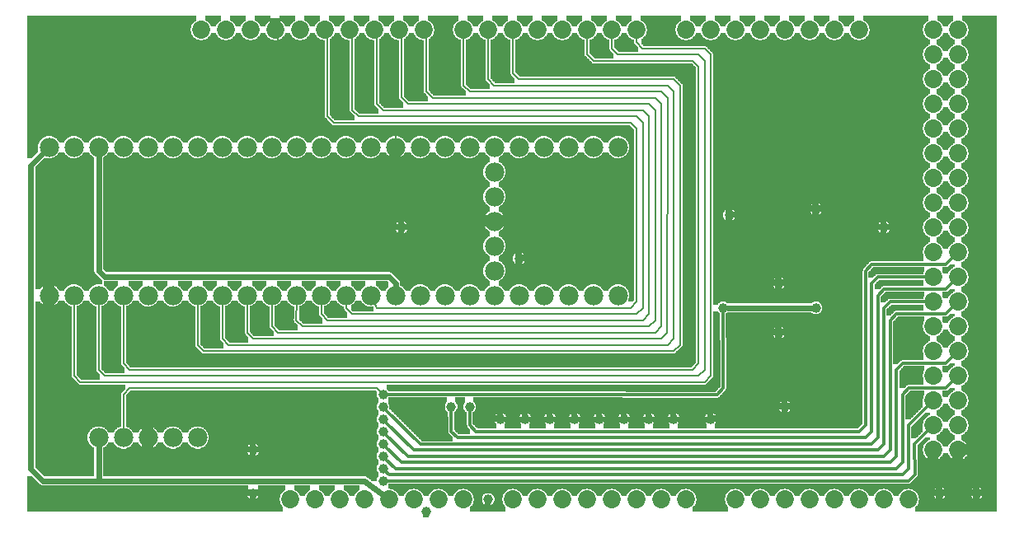
<source format=gbl>
G04 MADE WITH FRITZING*
G04 WWW.FRITZING.ORG*
G04 DOUBLE SIDED*
G04 HOLES PLATED*
G04 CONTOUR ON CENTER OF CONTOUR VECTOR*
%ASAXBY*%
%FSLAX23Y23*%
%MOIN*%
%OFA0B0*%
%SFA1.0B1.0*%
%ADD10C,0.075000*%
%ADD11C,0.039370*%
%ADD12C,0.072917*%
%ADD13C,0.078000*%
%ADD14C,0.008000*%
%ADD15C,0.024000*%
%ADD16C,0.012000*%
%LNCOPPER0*%
G90*
G70*
G54D10*
X1722Y1925D03*
X144Y1390D03*
X428Y1396D03*
X119Y2000D03*
X2091Y1866D03*
X146Y792D03*
X3601Y764D03*
X1593Y441D03*
X2600Y2000D03*
X3900Y1966D03*
X519Y460D03*
G54D11*
X1653Y42D03*
X3228Y867D03*
X1478Y467D03*
X1478Y417D03*
X1478Y367D03*
X1478Y317D03*
X1478Y517D03*
X1478Y267D03*
X1478Y217D03*
X1478Y167D03*
X2878Y1242D03*
X3228Y1267D03*
X2053Y417D03*
X1953Y417D03*
X2153Y417D03*
X2253Y417D03*
X2353Y417D03*
X2453Y417D03*
X2553Y417D03*
X2653Y417D03*
X1753Y467D03*
X1828Y467D03*
X3078Y767D03*
X3103Y467D03*
X3078Y967D03*
X3728Y117D03*
X3878Y117D03*
X2028Y1067D03*
X953Y117D03*
X953Y292D03*
X1903Y92D03*
X3503Y1192D03*
X2853Y867D03*
G54D12*
X3003Y92D03*
X1403Y92D03*
X3103Y92D03*
X3203Y92D03*
X3303Y92D03*
X3403Y92D03*
X3703Y1492D03*
X3503Y92D03*
X3603Y92D03*
X1443Y1992D03*
X2003Y92D03*
X2103Y92D03*
X2203Y92D03*
X2303Y92D03*
X3703Y692D03*
X2403Y92D03*
X2503Y92D03*
X2603Y92D03*
X2703Y92D03*
X2203Y1992D03*
X3703Y1892D03*
X3703Y1092D03*
X3703Y292D03*
X1043Y1992D03*
X1803Y92D03*
X1803Y1992D03*
X3703Y1692D03*
X3703Y1292D03*
X3703Y892D03*
X3403Y1992D03*
X3703Y492D03*
X3303Y1992D03*
X3203Y1992D03*
X3103Y1992D03*
X3003Y1992D03*
X2903Y1992D03*
X2803Y1992D03*
X2703Y1992D03*
X843Y1992D03*
X1243Y1992D03*
X1643Y1992D03*
X1203Y92D03*
X1603Y92D03*
X2403Y1992D03*
X2003Y1992D03*
X3703Y1992D03*
X3703Y1792D03*
X3703Y1592D03*
X3703Y1392D03*
X3703Y1192D03*
X3703Y992D03*
X3703Y792D03*
X3703Y592D03*
X3703Y392D03*
X743Y1992D03*
X943Y1992D03*
X1143Y1992D03*
X1343Y1992D03*
X1543Y1992D03*
X1103Y92D03*
X1303Y92D03*
X1503Y92D03*
X1703Y92D03*
X2503Y1992D03*
X2303Y1992D03*
X2103Y1992D03*
X1903Y1992D03*
X3803Y1992D03*
X3803Y1892D03*
X3803Y1792D03*
X3803Y1692D03*
X3803Y1592D03*
X3803Y1492D03*
X3803Y1392D03*
X3803Y1292D03*
X3803Y1192D03*
X3803Y1092D03*
X3803Y992D03*
X3803Y892D03*
X3803Y792D03*
X3803Y692D03*
X3803Y592D03*
X3803Y492D03*
X3803Y392D03*
X3803Y292D03*
X2903Y92D03*
G54D13*
X2428Y1517D03*
X2328Y1517D03*
X2228Y1517D03*
X2128Y1517D03*
X2028Y1517D03*
X1928Y1517D03*
X1828Y1517D03*
X1728Y1517D03*
X1628Y1517D03*
X1528Y1517D03*
X1428Y1517D03*
X1328Y1517D03*
X1228Y1517D03*
X1128Y1517D03*
X1028Y1517D03*
X928Y1517D03*
X828Y1517D03*
X728Y1517D03*
X628Y1517D03*
X528Y1517D03*
X428Y1517D03*
X328Y1517D03*
X228Y1517D03*
X128Y1517D03*
X128Y917D03*
X228Y917D03*
X328Y917D03*
X428Y917D03*
X528Y917D03*
X628Y917D03*
X728Y917D03*
X828Y917D03*
X928Y917D03*
X1028Y917D03*
X1128Y917D03*
X1228Y917D03*
X1328Y917D03*
X1428Y917D03*
X1528Y917D03*
X1628Y917D03*
X1728Y917D03*
X1828Y917D03*
X1928Y917D03*
X2028Y917D03*
X2128Y917D03*
X2228Y917D03*
X2328Y917D03*
X2428Y917D03*
X328Y342D03*
X428Y342D03*
X528Y342D03*
X628Y342D03*
X728Y342D03*
X1928Y1417D03*
X1928Y1317D03*
X1928Y1217D03*
X1928Y1117D03*
X1928Y1017D03*
G54D11*
X2803Y417D03*
X1553Y1192D03*
G54D14*
X1054Y1617D02*
X1054Y1967D01*
D02*
X1054Y1967D02*
X1053Y1969D01*
D02*
X1078Y1591D02*
X1054Y1617D01*
D02*
X1502Y1591D02*
X1078Y1591D01*
D02*
X1528Y1567D02*
X1502Y1591D01*
D02*
X1528Y1541D02*
X1528Y1567D01*
D02*
X2778Y567D02*
X2803Y592D01*
D02*
X252Y567D02*
X2778Y567D01*
D02*
X2778Y1916D02*
X2527Y1916D01*
D02*
X2527Y1916D02*
X2503Y1941D01*
D02*
X2503Y1941D02*
X2503Y1967D01*
D02*
X2802Y1891D02*
X2778Y1916D01*
D02*
X2803Y592D02*
X2802Y1891D01*
D02*
X229Y592D02*
X252Y567D01*
D02*
X228Y892D02*
X229Y592D01*
D02*
X2752Y592D02*
X2778Y616D01*
D02*
X352Y592D02*
X2752Y592D01*
D02*
X2753Y1891D02*
X2427Y1892D01*
D02*
X2427Y1892D02*
X2403Y1916D01*
D02*
X2403Y1916D02*
X2403Y1967D01*
D02*
X2778Y1867D02*
X2753Y1891D01*
D02*
X2778Y616D02*
X2778Y1867D01*
D02*
X329Y616D02*
X352Y592D01*
D02*
X328Y892D02*
X329Y616D01*
D02*
X1278Y1616D02*
X1253Y1642D01*
D02*
X1253Y1967D02*
X1252Y1969D01*
D02*
X2478Y1616D02*
X1278Y1616D01*
D02*
X2503Y1592D02*
X2478Y1616D01*
D02*
X2503Y892D02*
X2503Y1592D01*
D02*
X2478Y867D02*
X2503Y892D01*
D02*
X1253Y1642D02*
X1253Y1967D01*
D02*
X1452Y867D02*
X2478Y867D01*
D02*
X1439Y895D02*
X1452Y867D01*
D02*
X1378Y1642D02*
X1353Y1667D01*
D02*
X1353Y1967D02*
X1352Y1969D01*
D02*
X2503Y1641D02*
X1378Y1642D01*
D02*
X2529Y1616D02*
X2503Y1641D01*
D02*
X2529Y867D02*
X2529Y1616D01*
D02*
X2503Y841D02*
X2529Y867D01*
D02*
X1352Y841D02*
X2503Y841D01*
D02*
X1353Y1667D02*
X1353Y1967D01*
D02*
X1329Y867D02*
X1352Y841D01*
D02*
X1328Y892D02*
X1329Y867D01*
D02*
X1478Y1667D02*
X1453Y1691D01*
D02*
X1453Y1967D02*
X1452Y1969D01*
D02*
X1453Y1691D02*
X1453Y1967D01*
D02*
X2529Y1667D02*
X1478Y1667D01*
D02*
X2552Y1641D02*
X2529Y1667D01*
D02*
X2529Y816D02*
X2552Y841D01*
D02*
X1252Y816D02*
X2529Y816D01*
D02*
X2552Y841D02*
X2552Y1641D01*
D02*
X1229Y841D02*
X1252Y816D01*
D02*
X1228Y892D02*
X1229Y841D01*
D02*
X1578Y1691D02*
X1553Y1718D01*
D02*
X1553Y1967D02*
X1552Y1969D01*
D02*
X2552Y792D02*
X2578Y816D01*
D02*
X1152Y792D02*
X2552Y792D01*
D02*
X1553Y1718D02*
X1553Y1967D01*
D02*
X2552Y1692D02*
X1578Y1691D01*
D02*
X2578Y1667D02*
X2552Y1692D01*
D02*
X2578Y816D02*
X2578Y1667D01*
D02*
X1127Y816D02*
X1152Y792D01*
D02*
X1128Y892D02*
X1127Y816D01*
D02*
X1678Y1716D02*
X1653Y1742D01*
D02*
X1653Y1967D02*
X1652Y1969D01*
D02*
X2578Y767D02*
X2603Y792D01*
D02*
X1052Y767D02*
X2578Y767D01*
D02*
X1653Y1742D02*
X1653Y1967D01*
D02*
X2578Y1716D02*
X1678Y1716D01*
D02*
X2603Y1692D02*
X2578Y1716D01*
D02*
X2603Y792D02*
X2603Y1692D01*
D02*
X1029Y792D02*
X1052Y767D01*
D02*
X1028Y892D02*
X1029Y792D01*
D02*
X1829Y1742D02*
X1802Y1767D01*
D02*
X2603Y741D02*
X2627Y767D01*
D02*
X952Y741D02*
X2603Y741D01*
D02*
X1802Y1767D02*
X1803Y1967D01*
D02*
X2603Y1741D02*
X1829Y1742D01*
D02*
X2629Y1717D02*
X2603Y1741D01*
D02*
X2627Y767D02*
X2629Y1717D01*
D02*
X929Y767D02*
X952Y741D01*
D02*
X928Y892D02*
X929Y767D01*
D02*
X1927Y1767D02*
X1902Y1791D01*
D02*
X2629Y716D02*
X2652Y741D01*
D02*
X852Y717D02*
X2629Y716D01*
D02*
X1902Y1791D02*
X1903Y1967D01*
D02*
X2629Y1767D02*
X1927Y1767D01*
D02*
X2652Y1741D02*
X2629Y1767D01*
D02*
X2652Y741D02*
X2652Y1741D01*
D02*
X829Y741D02*
X852Y717D01*
D02*
X828Y892D02*
X829Y741D01*
D02*
X2652Y692D02*
X2678Y716D01*
D02*
X752Y692D02*
X2652Y692D01*
D02*
X2003Y1816D02*
X2003Y1967D01*
D02*
X2027Y1792D02*
X2003Y1816D01*
D02*
X2652Y1792D02*
X2027Y1792D01*
D02*
X2678Y1767D02*
X2652Y1792D01*
D02*
X2678Y716D02*
X2678Y1767D01*
D02*
X729Y716D02*
X752Y692D01*
D02*
X728Y892D02*
X729Y716D01*
D02*
X429Y641D02*
X428Y892D01*
D02*
X2729Y616D02*
X452Y616D01*
D02*
X452Y616D02*
X429Y641D01*
D02*
X2329Y1867D02*
X2729Y1867D01*
D02*
X2729Y1867D02*
X2753Y1842D01*
D02*
X2303Y1892D02*
X2329Y1867D01*
D02*
X2753Y1842D02*
X2752Y641D01*
D02*
X2752Y641D02*
X2729Y616D01*
D02*
X2303Y1967D02*
X2303Y1892D01*
G54D15*
D02*
X2872Y867D02*
X3209Y867D01*
G54D16*
D02*
X2853Y542D02*
X2829Y516D01*
D02*
X2829Y516D02*
X1491Y517D01*
D02*
X2853Y853D02*
X2853Y542D01*
G54D15*
D02*
X2034Y417D02*
X1972Y417D01*
G54D16*
D02*
X3628Y192D02*
X3627Y316D01*
D02*
X3627Y316D02*
X3685Y374D01*
D02*
X3603Y167D02*
X3628Y192D01*
D02*
X1491Y167D02*
X3603Y167D01*
D02*
X3603Y217D02*
X3602Y391D01*
D02*
X3602Y391D02*
X3685Y474D01*
D02*
X1502Y191D02*
X3578Y192D01*
D02*
X3578Y192D02*
X3603Y217D01*
D02*
X1487Y207D02*
X1502Y191D01*
D02*
X3578Y242D02*
X3578Y516D01*
D02*
X3602Y542D02*
X3753Y542D01*
D02*
X3578Y516D02*
X3602Y542D01*
D02*
X3753Y542D02*
X3785Y574D01*
D02*
X3553Y217D02*
X3578Y242D01*
D02*
X1529Y216D02*
X3553Y217D01*
D02*
X1487Y257D02*
X1529Y216D01*
D02*
X3553Y267D02*
X3553Y616D01*
D02*
X3578Y642D02*
X3753Y642D01*
D02*
X3553Y616D02*
X3578Y642D01*
D02*
X3753Y642D02*
X3785Y674D01*
D02*
X3528Y242D02*
X3553Y267D01*
D02*
X1553Y242D02*
X3528Y242D01*
D02*
X1487Y307D02*
X1553Y242D01*
G54D15*
D02*
X2134Y417D02*
X2072Y417D01*
D02*
X2172Y417D02*
X2234Y417D01*
D02*
X2272Y417D02*
X2334Y417D01*
D02*
X2372Y417D02*
X2434Y417D01*
D02*
X2572Y417D02*
X2634Y417D01*
D02*
X2472Y417D02*
X2534Y417D01*
G54D16*
D02*
X3528Y292D02*
X3529Y816D01*
D02*
X3553Y842D02*
X3753Y842D01*
D02*
X3529Y816D02*
X3553Y842D01*
D02*
X3753Y842D02*
X3785Y874D01*
D02*
X3503Y267D02*
X3528Y292D01*
D02*
X1578Y267D02*
X3503Y267D01*
D02*
X1487Y357D02*
X1578Y267D01*
D02*
X3503Y317D02*
X3502Y867D01*
D02*
X3529Y891D02*
X3678Y892D01*
D02*
X3502Y867D02*
X3529Y891D01*
D02*
X3478Y292D02*
X3503Y317D01*
D02*
X1602Y291D02*
X3478Y292D01*
D02*
X1487Y407D02*
X1602Y291D01*
D02*
X3478Y342D02*
X3478Y916D01*
D02*
X3502Y942D02*
X3753Y942D01*
D02*
X3478Y916D02*
X3502Y942D01*
D02*
X3753Y942D02*
X3785Y974D01*
D02*
X3453Y317D02*
X3478Y342D01*
D02*
X1629Y316D02*
X3453Y317D01*
D02*
X1487Y457D02*
X1629Y316D01*
D02*
X3453Y367D02*
X3453Y967D01*
D02*
X3478Y991D02*
X3678Y992D01*
D02*
X1753Y367D02*
X1778Y342D01*
D02*
X3453Y967D02*
X3478Y991D01*
D02*
X3428Y342D02*
X3453Y367D01*
D02*
X1778Y342D02*
X3428Y342D01*
D02*
X1753Y453D02*
X1753Y367D01*
D02*
X3403Y367D02*
X3428Y392D01*
D02*
X3453Y1042D02*
X3753Y1042D01*
D02*
X1853Y367D02*
X3403Y367D01*
D02*
X3429Y1016D02*
X3453Y1042D01*
D02*
X3753Y1042D02*
X3785Y1074D01*
D02*
X3428Y392D02*
X3429Y1016D01*
D02*
X1829Y391D02*
X1853Y367D01*
D02*
X1828Y453D02*
X1829Y391D01*
G54D15*
D02*
X53Y1442D02*
X106Y1495D01*
D02*
X53Y216D02*
X53Y1442D01*
D02*
X102Y167D02*
X53Y216D01*
D02*
X1402Y167D02*
X328Y167D01*
D02*
X328Y167D02*
X102Y167D01*
D02*
X1479Y110D02*
X1402Y167D01*
G54D14*
D02*
X1453Y541D02*
X453Y541D01*
D02*
X453Y541D02*
X428Y516D01*
D02*
X428Y516D02*
X428Y366D01*
D02*
X1468Y526D02*
X1453Y541D01*
G54D15*
D02*
X328Y312D02*
X328Y167D01*
D02*
X1503Y992D02*
X1529Y967D01*
D02*
X352Y992D02*
X1503Y992D01*
D02*
X328Y1487D02*
X329Y1016D01*
D02*
X1529Y967D02*
X1528Y947D01*
D02*
X329Y1016D02*
X352Y992D01*
D02*
X2672Y417D02*
X2784Y417D01*
G36*
X760Y2049D02*
X760Y2029D01*
X764Y2029D01*
X764Y2027D01*
X768Y2027D01*
X768Y2025D01*
X770Y2025D01*
X770Y2023D01*
X772Y2023D01*
X772Y2021D01*
X774Y2021D01*
X774Y2019D01*
X776Y2019D01*
X776Y2017D01*
X778Y2017D01*
X778Y2013D01*
X780Y2013D01*
X780Y2009D01*
X782Y2009D01*
X782Y2005D01*
X802Y2005D01*
X802Y2007D01*
X804Y2007D01*
X804Y2011D01*
X806Y2011D01*
X806Y2015D01*
X808Y2015D01*
X808Y2017D01*
X810Y2017D01*
X810Y2019D01*
X812Y2019D01*
X812Y2021D01*
X814Y2021D01*
X814Y2023D01*
X816Y2023D01*
X816Y2025D01*
X818Y2025D01*
X818Y2027D01*
X822Y2027D01*
X822Y2029D01*
X824Y2029D01*
X824Y2049D01*
X760Y2049D01*
G37*
D02*
G36*
X860Y2049D02*
X860Y2029D01*
X864Y2029D01*
X864Y2027D01*
X868Y2027D01*
X868Y2025D01*
X870Y2025D01*
X870Y2023D01*
X872Y2023D01*
X872Y2021D01*
X874Y2021D01*
X874Y2019D01*
X876Y2019D01*
X876Y2017D01*
X878Y2017D01*
X878Y2013D01*
X880Y2013D01*
X880Y2009D01*
X882Y2009D01*
X882Y2005D01*
X902Y2005D01*
X902Y2007D01*
X904Y2007D01*
X904Y2011D01*
X906Y2011D01*
X906Y2015D01*
X908Y2015D01*
X908Y2017D01*
X910Y2017D01*
X910Y2019D01*
X912Y2019D01*
X912Y2021D01*
X914Y2021D01*
X914Y2023D01*
X916Y2023D01*
X916Y2025D01*
X918Y2025D01*
X918Y2027D01*
X922Y2027D01*
X922Y2029D01*
X924Y2029D01*
X924Y2049D01*
X860Y2049D01*
G37*
D02*
G36*
X960Y2049D02*
X960Y2029D01*
X964Y2029D01*
X964Y2027D01*
X968Y2027D01*
X968Y2025D01*
X970Y2025D01*
X970Y2023D01*
X972Y2023D01*
X972Y2021D01*
X974Y2021D01*
X974Y2019D01*
X976Y2019D01*
X976Y2017D01*
X978Y2017D01*
X978Y2013D01*
X980Y2013D01*
X980Y2009D01*
X982Y2009D01*
X982Y2005D01*
X1002Y2005D01*
X1002Y2007D01*
X1004Y2007D01*
X1004Y2011D01*
X1006Y2011D01*
X1006Y2015D01*
X1008Y2015D01*
X1008Y2017D01*
X1010Y2017D01*
X1010Y2019D01*
X1012Y2019D01*
X1012Y2021D01*
X1014Y2021D01*
X1014Y2023D01*
X1016Y2023D01*
X1016Y2025D01*
X1018Y2025D01*
X1018Y2027D01*
X1022Y2027D01*
X1022Y2029D01*
X1024Y2029D01*
X1024Y2049D01*
X960Y2049D01*
G37*
D02*
G36*
X1060Y2049D02*
X1060Y2029D01*
X1064Y2029D01*
X1064Y2027D01*
X1068Y2027D01*
X1068Y2025D01*
X1070Y2025D01*
X1070Y2023D01*
X1072Y2023D01*
X1072Y2021D01*
X1074Y2021D01*
X1074Y2019D01*
X1076Y2019D01*
X1076Y2017D01*
X1078Y2017D01*
X1078Y2013D01*
X1080Y2013D01*
X1080Y2009D01*
X1082Y2009D01*
X1082Y2005D01*
X1102Y2005D01*
X1102Y2007D01*
X1104Y2007D01*
X1104Y2011D01*
X1106Y2011D01*
X1106Y2015D01*
X1108Y2015D01*
X1108Y2017D01*
X1110Y2017D01*
X1110Y2019D01*
X1112Y2019D01*
X1112Y2021D01*
X1114Y2021D01*
X1114Y2023D01*
X1116Y2023D01*
X1116Y2025D01*
X1118Y2025D01*
X1118Y2027D01*
X1122Y2027D01*
X1122Y2029D01*
X1124Y2029D01*
X1124Y2049D01*
X1060Y2049D01*
G37*
D02*
G36*
X1160Y2049D02*
X1160Y2029D01*
X1164Y2029D01*
X1164Y2027D01*
X1168Y2027D01*
X1168Y2025D01*
X1170Y2025D01*
X1170Y2023D01*
X1172Y2023D01*
X1172Y2021D01*
X1174Y2021D01*
X1174Y2019D01*
X1176Y2019D01*
X1176Y2017D01*
X1178Y2017D01*
X1178Y2013D01*
X1180Y2013D01*
X1180Y2009D01*
X1182Y2009D01*
X1182Y2005D01*
X1202Y2005D01*
X1202Y2007D01*
X1204Y2007D01*
X1204Y2011D01*
X1206Y2011D01*
X1206Y2015D01*
X1208Y2015D01*
X1208Y2017D01*
X1210Y2017D01*
X1210Y2019D01*
X1212Y2019D01*
X1212Y2021D01*
X1214Y2021D01*
X1214Y2023D01*
X1216Y2023D01*
X1216Y2025D01*
X1218Y2025D01*
X1218Y2027D01*
X1222Y2027D01*
X1222Y2029D01*
X1224Y2029D01*
X1224Y2049D01*
X1160Y2049D01*
G37*
D02*
G36*
X1260Y2049D02*
X1260Y2029D01*
X1264Y2029D01*
X1264Y2027D01*
X1268Y2027D01*
X1268Y2025D01*
X1270Y2025D01*
X1270Y2023D01*
X1272Y2023D01*
X1272Y2021D01*
X1274Y2021D01*
X1274Y2019D01*
X1276Y2019D01*
X1276Y2017D01*
X1278Y2017D01*
X1278Y2013D01*
X1280Y2013D01*
X1280Y2009D01*
X1282Y2009D01*
X1282Y2005D01*
X1302Y2005D01*
X1302Y2007D01*
X1304Y2007D01*
X1304Y2011D01*
X1306Y2011D01*
X1306Y2015D01*
X1308Y2015D01*
X1308Y2017D01*
X1310Y2017D01*
X1310Y2019D01*
X1312Y2019D01*
X1312Y2021D01*
X1314Y2021D01*
X1314Y2023D01*
X1316Y2023D01*
X1316Y2025D01*
X1318Y2025D01*
X1318Y2027D01*
X1322Y2027D01*
X1322Y2029D01*
X1324Y2029D01*
X1324Y2049D01*
X1260Y2049D01*
G37*
D02*
G36*
X1360Y2049D02*
X1360Y2029D01*
X1364Y2029D01*
X1364Y2027D01*
X1368Y2027D01*
X1368Y2025D01*
X1370Y2025D01*
X1370Y2023D01*
X1372Y2023D01*
X1372Y2021D01*
X1374Y2021D01*
X1374Y2019D01*
X1376Y2019D01*
X1376Y2017D01*
X1378Y2017D01*
X1378Y2013D01*
X1380Y2013D01*
X1380Y2009D01*
X1382Y2009D01*
X1382Y2005D01*
X1402Y2005D01*
X1402Y2007D01*
X1404Y2007D01*
X1404Y2011D01*
X1406Y2011D01*
X1406Y2015D01*
X1408Y2015D01*
X1408Y2017D01*
X1410Y2017D01*
X1410Y2019D01*
X1412Y2019D01*
X1412Y2021D01*
X1414Y2021D01*
X1414Y2023D01*
X1416Y2023D01*
X1416Y2025D01*
X1418Y2025D01*
X1418Y2027D01*
X1422Y2027D01*
X1422Y2029D01*
X1424Y2029D01*
X1424Y2049D01*
X1360Y2049D01*
G37*
D02*
G36*
X1460Y2049D02*
X1460Y2029D01*
X1464Y2029D01*
X1464Y2027D01*
X1468Y2027D01*
X1468Y2025D01*
X1470Y2025D01*
X1470Y2023D01*
X1472Y2023D01*
X1472Y2021D01*
X1474Y2021D01*
X1474Y2019D01*
X1476Y2019D01*
X1476Y2017D01*
X1478Y2017D01*
X1478Y2013D01*
X1480Y2013D01*
X1480Y2009D01*
X1482Y2009D01*
X1482Y2005D01*
X1502Y2005D01*
X1502Y2007D01*
X1504Y2007D01*
X1504Y2011D01*
X1506Y2011D01*
X1506Y2015D01*
X1508Y2015D01*
X1508Y2017D01*
X1510Y2017D01*
X1510Y2019D01*
X1512Y2019D01*
X1512Y2021D01*
X1514Y2021D01*
X1514Y2023D01*
X1516Y2023D01*
X1516Y2025D01*
X1518Y2025D01*
X1518Y2027D01*
X1522Y2027D01*
X1522Y2029D01*
X1524Y2029D01*
X1524Y2049D01*
X1460Y2049D01*
G37*
D02*
G36*
X1560Y2049D02*
X1560Y2029D01*
X1564Y2029D01*
X1564Y2027D01*
X1568Y2027D01*
X1568Y2025D01*
X1570Y2025D01*
X1570Y2023D01*
X1572Y2023D01*
X1572Y2021D01*
X1574Y2021D01*
X1574Y2019D01*
X1576Y2019D01*
X1576Y2017D01*
X1578Y2017D01*
X1578Y2013D01*
X1580Y2013D01*
X1580Y2009D01*
X1582Y2009D01*
X1582Y2005D01*
X1602Y2005D01*
X1602Y2007D01*
X1604Y2007D01*
X1604Y2011D01*
X1606Y2011D01*
X1606Y2015D01*
X1608Y2015D01*
X1608Y2017D01*
X1610Y2017D01*
X1610Y2019D01*
X1612Y2019D01*
X1612Y2021D01*
X1614Y2021D01*
X1614Y2023D01*
X1616Y2023D01*
X1616Y2025D01*
X1618Y2025D01*
X1618Y2027D01*
X1622Y2027D01*
X1622Y2029D01*
X1624Y2029D01*
X1624Y2049D01*
X1560Y2049D01*
G37*
D02*
G36*
X1660Y2049D02*
X1660Y2029D01*
X1664Y2029D01*
X1664Y2027D01*
X1668Y2027D01*
X1668Y2025D01*
X1670Y2025D01*
X1670Y2023D01*
X1672Y2023D01*
X1672Y2021D01*
X1674Y2021D01*
X1674Y2019D01*
X1676Y2019D01*
X1676Y2017D01*
X1678Y2017D01*
X1678Y2013D01*
X1680Y2013D01*
X1680Y2009D01*
X1682Y2009D01*
X1682Y2005D01*
X1684Y2005D01*
X1684Y1995D01*
X1686Y1995D01*
X1686Y1987D01*
X1684Y1987D01*
X1684Y1979D01*
X1682Y1979D01*
X1682Y1973D01*
X1680Y1973D01*
X1680Y1969D01*
X1678Y1969D01*
X1678Y1967D01*
X1676Y1967D01*
X1676Y1965D01*
X1674Y1965D01*
X1674Y1963D01*
X1672Y1963D01*
X1672Y1961D01*
X1670Y1961D01*
X1670Y1959D01*
X1668Y1959D01*
X1668Y1957D01*
X1666Y1957D01*
X1666Y1955D01*
X1664Y1955D01*
X1664Y1745D01*
X1666Y1745D01*
X1666Y1743D01*
X1668Y1743D01*
X1668Y1741D01*
X1670Y1741D01*
X1670Y1737D01*
X1672Y1737D01*
X1672Y1735D01*
X1674Y1735D01*
X1674Y1733D01*
X1676Y1733D01*
X1676Y1731D01*
X1678Y1731D01*
X1678Y1729D01*
X1680Y1729D01*
X1680Y1727D01*
X1682Y1727D01*
X1682Y1725D01*
X1812Y1725D01*
X1812Y1745D01*
X1810Y1745D01*
X1810Y1747D01*
X1808Y1747D01*
X1808Y1749D01*
X1806Y1749D01*
X1806Y1751D01*
X1804Y1751D01*
X1804Y1753D01*
X1802Y1753D01*
X1802Y1755D01*
X1800Y1755D01*
X1800Y1757D01*
X1796Y1757D01*
X1796Y1761D01*
X1794Y1761D01*
X1794Y1763D01*
X1792Y1763D01*
X1792Y1951D01*
X1788Y1951D01*
X1788Y1953D01*
X1784Y1953D01*
X1784Y1955D01*
X1780Y1955D01*
X1780Y1957D01*
X1778Y1957D01*
X1778Y1959D01*
X1774Y1959D01*
X1774Y1961D01*
X1772Y1961D01*
X1772Y1963D01*
X1770Y1963D01*
X1770Y1967D01*
X1768Y1967D01*
X1768Y1969D01*
X1766Y1969D01*
X1766Y1973D01*
X1764Y1973D01*
X1764Y1977D01*
X1762Y1977D01*
X1762Y1985D01*
X1760Y1985D01*
X1760Y1999D01*
X1762Y1999D01*
X1762Y2007D01*
X1764Y2007D01*
X1764Y2011D01*
X1766Y2011D01*
X1766Y2015D01*
X1768Y2015D01*
X1768Y2017D01*
X1770Y2017D01*
X1770Y2019D01*
X1772Y2019D01*
X1772Y2021D01*
X1774Y2021D01*
X1774Y2023D01*
X1776Y2023D01*
X1776Y2025D01*
X1778Y2025D01*
X1778Y2027D01*
X1782Y2027D01*
X1782Y2029D01*
X1784Y2029D01*
X1784Y2049D01*
X1660Y2049D01*
G37*
D02*
G36*
X1820Y2049D02*
X1820Y2029D01*
X1824Y2029D01*
X1824Y2027D01*
X1828Y2027D01*
X1828Y2025D01*
X1830Y2025D01*
X1830Y2023D01*
X1832Y2023D01*
X1832Y2021D01*
X1834Y2021D01*
X1834Y2019D01*
X1836Y2019D01*
X1836Y2017D01*
X1838Y2017D01*
X1838Y2013D01*
X1840Y2013D01*
X1840Y2009D01*
X1842Y2009D01*
X1842Y2005D01*
X1862Y2005D01*
X1862Y2007D01*
X1864Y2007D01*
X1864Y2011D01*
X1866Y2011D01*
X1866Y2015D01*
X1868Y2015D01*
X1868Y2017D01*
X1870Y2017D01*
X1870Y2019D01*
X1872Y2019D01*
X1872Y2021D01*
X1874Y2021D01*
X1874Y2023D01*
X1876Y2023D01*
X1876Y2025D01*
X1878Y2025D01*
X1878Y2027D01*
X1882Y2027D01*
X1882Y2029D01*
X1884Y2029D01*
X1884Y2049D01*
X1820Y2049D01*
G37*
D02*
G36*
X1920Y2049D02*
X1920Y2029D01*
X1924Y2029D01*
X1924Y2027D01*
X1928Y2027D01*
X1928Y2025D01*
X1930Y2025D01*
X1930Y2023D01*
X1932Y2023D01*
X1932Y2021D01*
X1934Y2021D01*
X1934Y2019D01*
X1936Y2019D01*
X1936Y2017D01*
X1938Y2017D01*
X1938Y2013D01*
X1940Y2013D01*
X1940Y2009D01*
X1942Y2009D01*
X1942Y2005D01*
X1962Y2005D01*
X1962Y2007D01*
X1964Y2007D01*
X1964Y2011D01*
X1966Y2011D01*
X1966Y2015D01*
X1968Y2015D01*
X1968Y2017D01*
X1970Y2017D01*
X1970Y2019D01*
X1972Y2019D01*
X1972Y2021D01*
X1974Y2021D01*
X1974Y2023D01*
X1976Y2023D01*
X1976Y2025D01*
X1978Y2025D01*
X1978Y2027D01*
X1982Y2027D01*
X1982Y2029D01*
X1984Y2029D01*
X1984Y2049D01*
X1920Y2049D01*
G37*
D02*
G36*
X2020Y2049D02*
X2020Y2029D01*
X2024Y2029D01*
X2024Y2027D01*
X2028Y2027D01*
X2028Y2025D01*
X2030Y2025D01*
X2030Y2023D01*
X2032Y2023D01*
X2032Y2021D01*
X2034Y2021D01*
X2034Y2019D01*
X2036Y2019D01*
X2036Y2017D01*
X2038Y2017D01*
X2038Y2013D01*
X2040Y2013D01*
X2040Y2009D01*
X2042Y2009D01*
X2042Y2005D01*
X2062Y2005D01*
X2062Y2007D01*
X2064Y2007D01*
X2064Y2011D01*
X2066Y2011D01*
X2066Y2015D01*
X2068Y2015D01*
X2068Y2017D01*
X2070Y2017D01*
X2070Y2019D01*
X2072Y2019D01*
X2072Y2021D01*
X2074Y2021D01*
X2074Y2023D01*
X2076Y2023D01*
X2076Y2025D01*
X2078Y2025D01*
X2078Y2027D01*
X2080Y2027D01*
X2080Y2029D01*
X2084Y2029D01*
X2084Y2049D01*
X2020Y2049D01*
G37*
D02*
G36*
X2120Y2049D02*
X2120Y2029D01*
X2124Y2029D01*
X2124Y2027D01*
X2128Y2027D01*
X2128Y2025D01*
X2130Y2025D01*
X2130Y2023D01*
X2132Y2023D01*
X2132Y2021D01*
X2134Y2021D01*
X2134Y2019D01*
X2136Y2019D01*
X2136Y2017D01*
X2138Y2017D01*
X2138Y2013D01*
X2140Y2013D01*
X2140Y2009D01*
X2142Y2009D01*
X2142Y2005D01*
X2162Y2005D01*
X2162Y2007D01*
X2164Y2007D01*
X2164Y2011D01*
X2166Y2011D01*
X2166Y2015D01*
X2168Y2015D01*
X2168Y2017D01*
X2170Y2017D01*
X2170Y2019D01*
X2172Y2019D01*
X2172Y2021D01*
X2174Y2021D01*
X2174Y2023D01*
X2176Y2023D01*
X2176Y2025D01*
X2178Y2025D01*
X2178Y2027D01*
X2182Y2027D01*
X2182Y2029D01*
X2184Y2029D01*
X2184Y2049D01*
X2120Y2049D01*
G37*
D02*
G36*
X2220Y2049D02*
X2220Y2029D01*
X2224Y2029D01*
X2224Y2027D01*
X2228Y2027D01*
X2228Y2025D01*
X2230Y2025D01*
X2230Y2023D01*
X2232Y2023D01*
X2232Y2021D01*
X2234Y2021D01*
X2234Y2019D01*
X2236Y2019D01*
X2236Y2017D01*
X2238Y2017D01*
X2238Y2013D01*
X2240Y2013D01*
X2240Y2009D01*
X2242Y2009D01*
X2242Y2005D01*
X2262Y2005D01*
X2262Y2007D01*
X2264Y2007D01*
X2264Y2011D01*
X2266Y2011D01*
X2266Y2015D01*
X2268Y2015D01*
X2268Y2017D01*
X2270Y2017D01*
X2270Y2019D01*
X2272Y2019D01*
X2272Y2021D01*
X2274Y2021D01*
X2274Y2023D01*
X2276Y2023D01*
X2276Y2025D01*
X2278Y2025D01*
X2278Y2027D01*
X2282Y2027D01*
X2282Y2029D01*
X2284Y2029D01*
X2284Y2049D01*
X2220Y2049D01*
G37*
D02*
G36*
X2320Y2049D02*
X2320Y2029D01*
X2324Y2029D01*
X2324Y2027D01*
X2328Y2027D01*
X2328Y2025D01*
X2330Y2025D01*
X2330Y2023D01*
X2332Y2023D01*
X2332Y2021D01*
X2334Y2021D01*
X2334Y2019D01*
X2336Y2019D01*
X2336Y2017D01*
X2338Y2017D01*
X2338Y2013D01*
X2340Y2013D01*
X2340Y2009D01*
X2342Y2009D01*
X2342Y2005D01*
X2362Y2005D01*
X2362Y2007D01*
X2364Y2007D01*
X2364Y2011D01*
X2366Y2011D01*
X2366Y2015D01*
X2368Y2015D01*
X2368Y2017D01*
X2370Y2017D01*
X2370Y2019D01*
X2372Y2019D01*
X2372Y2021D01*
X2374Y2021D01*
X2374Y2023D01*
X2376Y2023D01*
X2376Y2025D01*
X2378Y2025D01*
X2378Y2027D01*
X2382Y2027D01*
X2382Y2029D01*
X2384Y2029D01*
X2384Y2049D01*
X2320Y2049D01*
G37*
D02*
G36*
X2420Y2049D02*
X2420Y2029D01*
X2424Y2029D01*
X2424Y2027D01*
X2428Y2027D01*
X2428Y2025D01*
X2430Y2025D01*
X2430Y2023D01*
X2432Y2023D01*
X2432Y2021D01*
X2434Y2021D01*
X2434Y2019D01*
X2436Y2019D01*
X2436Y2017D01*
X2438Y2017D01*
X2438Y2013D01*
X2440Y2013D01*
X2440Y2009D01*
X2442Y2009D01*
X2442Y2005D01*
X2462Y2005D01*
X2462Y2007D01*
X2464Y2007D01*
X2464Y2011D01*
X2466Y2011D01*
X2466Y2015D01*
X2468Y2015D01*
X2468Y2017D01*
X2470Y2017D01*
X2470Y2019D01*
X2472Y2019D01*
X2472Y2021D01*
X2474Y2021D01*
X2474Y2023D01*
X2476Y2023D01*
X2476Y2025D01*
X2478Y2025D01*
X2478Y2027D01*
X2482Y2027D01*
X2482Y2029D01*
X2484Y2029D01*
X2484Y2049D01*
X2420Y2049D01*
G37*
D02*
G36*
X2720Y2049D02*
X2720Y2029D01*
X2724Y2029D01*
X2724Y2027D01*
X2728Y2027D01*
X2728Y2025D01*
X2730Y2025D01*
X2730Y2023D01*
X2732Y2023D01*
X2732Y2021D01*
X2734Y2021D01*
X2734Y2019D01*
X2736Y2019D01*
X2736Y2017D01*
X2738Y2017D01*
X2738Y2013D01*
X2740Y2013D01*
X2740Y2009D01*
X2742Y2009D01*
X2742Y2005D01*
X2762Y2005D01*
X2762Y2007D01*
X2764Y2007D01*
X2764Y2011D01*
X2766Y2011D01*
X2766Y2015D01*
X2768Y2015D01*
X2768Y2017D01*
X2770Y2017D01*
X2770Y2019D01*
X2772Y2019D01*
X2772Y2021D01*
X2774Y2021D01*
X2774Y2023D01*
X2776Y2023D01*
X2776Y2025D01*
X2778Y2025D01*
X2778Y2027D01*
X2782Y2027D01*
X2782Y2029D01*
X2784Y2029D01*
X2784Y2049D01*
X2720Y2049D01*
G37*
D02*
G36*
X2820Y2049D02*
X2820Y2029D01*
X2824Y2029D01*
X2824Y2027D01*
X2828Y2027D01*
X2828Y2025D01*
X2830Y2025D01*
X2830Y2023D01*
X2832Y2023D01*
X2832Y2021D01*
X2834Y2021D01*
X2834Y2019D01*
X2836Y2019D01*
X2836Y2017D01*
X2838Y2017D01*
X2838Y2013D01*
X2840Y2013D01*
X2840Y2009D01*
X2842Y2009D01*
X2842Y2005D01*
X2862Y2005D01*
X2862Y2007D01*
X2864Y2007D01*
X2864Y2011D01*
X2866Y2011D01*
X2866Y2015D01*
X2868Y2015D01*
X2868Y2017D01*
X2870Y2017D01*
X2870Y2019D01*
X2872Y2019D01*
X2872Y2021D01*
X2874Y2021D01*
X2874Y2023D01*
X2876Y2023D01*
X2876Y2025D01*
X2878Y2025D01*
X2878Y2027D01*
X2882Y2027D01*
X2882Y2029D01*
X2884Y2029D01*
X2884Y2049D01*
X2820Y2049D01*
G37*
D02*
G36*
X2920Y2049D02*
X2920Y2029D01*
X2924Y2029D01*
X2924Y2027D01*
X2928Y2027D01*
X2928Y2025D01*
X2930Y2025D01*
X2930Y2023D01*
X2932Y2023D01*
X2932Y2021D01*
X2934Y2021D01*
X2934Y2019D01*
X2936Y2019D01*
X2936Y2017D01*
X2938Y2017D01*
X2938Y2013D01*
X2940Y2013D01*
X2940Y2009D01*
X2942Y2009D01*
X2942Y2005D01*
X2962Y2005D01*
X2962Y2007D01*
X2964Y2007D01*
X2964Y2011D01*
X2966Y2011D01*
X2966Y2015D01*
X2968Y2015D01*
X2968Y2017D01*
X2970Y2017D01*
X2970Y2019D01*
X2972Y2019D01*
X2972Y2021D01*
X2974Y2021D01*
X2974Y2023D01*
X2976Y2023D01*
X2976Y2025D01*
X2978Y2025D01*
X2978Y2027D01*
X2982Y2027D01*
X2982Y2029D01*
X2984Y2029D01*
X2984Y2049D01*
X2920Y2049D01*
G37*
D02*
G36*
X3020Y2049D02*
X3020Y2029D01*
X3024Y2029D01*
X3024Y2027D01*
X3028Y2027D01*
X3028Y2025D01*
X3030Y2025D01*
X3030Y2023D01*
X3032Y2023D01*
X3032Y2021D01*
X3034Y2021D01*
X3034Y2019D01*
X3036Y2019D01*
X3036Y2017D01*
X3038Y2017D01*
X3038Y2013D01*
X3040Y2013D01*
X3040Y2009D01*
X3042Y2009D01*
X3042Y2005D01*
X3062Y2005D01*
X3062Y2007D01*
X3064Y2007D01*
X3064Y2011D01*
X3066Y2011D01*
X3066Y2015D01*
X3068Y2015D01*
X3068Y2017D01*
X3070Y2017D01*
X3070Y2019D01*
X3072Y2019D01*
X3072Y2021D01*
X3074Y2021D01*
X3074Y2023D01*
X3076Y2023D01*
X3076Y2025D01*
X3078Y2025D01*
X3078Y2027D01*
X3080Y2027D01*
X3080Y2029D01*
X3084Y2029D01*
X3084Y2049D01*
X3020Y2049D01*
G37*
D02*
G36*
X3120Y2049D02*
X3120Y2029D01*
X3124Y2029D01*
X3124Y2027D01*
X3128Y2027D01*
X3128Y2025D01*
X3130Y2025D01*
X3130Y2023D01*
X3132Y2023D01*
X3132Y2021D01*
X3134Y2021D01*
X3134Y2019D01*
X3136Y2019D01*
X3136Y2017D01*
X3138Y2017D01*
X3138Y2013D01*
X3140Y2013D01*
X3140Y2009D01*
X3142Y2009D01*
X3142Y2005D01*
X3162Y2005D01*
X3162Y2007D01*
X3164Y2007D01*
X3164Y2011D01*
X3166Y2011D01*
X3166Y2015D01*
X3168Y2015D01*
X3168Y2017D01*
X3170Y2017D01*
X3170Y2019D01*
X3172Y2019D01*
X3172Y2021D01*
X3174Y2021D01*
X3174Y2023D01*
X3176Y2023D01*
X3176Y2025D01*
X3178Y2025D01*
X3178Y2027D01*
X3182Y2027D01*
X3182Y2029D01*
X3184Y2029D01*
X3184Y2049D01*
X3120Y2049D01*
G37*
D02*
G36*
X3220Y2049D02*
X3220Y2029D01*
X3224Y2029D01*
X3224Y2027D01*
X3228Y2027D01*
X3228Y2025D01*
X3230Y2025D01*
X3230Y2023D01*
X3232Y2023D01*
X3232Y2021D01*
X3234Y2021D01*
X3234Y2019D01*
X3236Y2019D01*
X3236Y2017D01*
X3238Y2017D01*
X3238Y2013D01*
X3240Y2013D01*
X3240Y2009D01*
X3242Y2009D01*
X3242Y2005D01*
X3262Y2005D01*
X3262Y2007D01*
X3264Y2007D01*
X3264Y2011D01*
X3266Y2011D01*
X3266Y2015D01*
X3268Y2015D01*
X3268Y2017D01*
X3270Y2017D01*
X3270Y2019D01*
X3272Y2019D01*
X3272Y2021D01*
X3274Y2021D01*
X3274Y2023D01*
X3276Y2023D01*
X3276Y2025D01*
X3278Y2025D01*
X3278Y2027D01*
X3282Y2027D01*
X3282Y2029D01*
X3284Y2029D01*
X3284Y2049D01*
X3220Y2049D01*
G37*
D02*
G36*
X3320Y2049D02*
X3320Y2029D01*
X3324Y2029D01*
X3324Y2027D01*
X3328Y2027D01*
X3328Y2025D01*
X3330Y2025D01*
X3330Y2023D01*
X3332Y2023D01*
X3332Y2021D01*
X3334Y2021D01*
X3334Y2019D01*
X3336Y2019D01*
X3336Y2017D01*
X3338Y2017D01*
X3338Y2013D01*
X3340Y2013D01*
X3340Y2009D01*
X3342Y2009D01*
X3342Y2005D01*
X3362Y2005D01*
X3362Y2007D01*
X3364Y2007D01*
X3364Y2011D01*
X3366Y2011D01*
X3366Y2015D01*
X3368Y2015D01*
X3368Y2017D01*
X3370Y2017D01*
X3370Y2019D01*
X3372Y2019D01*
X3372Y2021D01*
X3374Y2021D01*
X3374Y2023D01*
X3376Y2023D01*
X3376Y2025D01*
X3378Y2025D01*
X3378Y2027D01*
X3382Y2027D01*
X3382Y2029D01*
X3384Y2029D01*
X3384Y2049D01*
X3320Y2049D01*
G37*
D02*
G36*
X3720Y2049D02*
X3720Y2029D01*
X3724Y2029D01*
X3724Y2027D01*
X3728Y2027D01*
X3728Y2025D01*
X3730Y2025D01*
X3730Y2023D01*
X3732Y2023D01*
X3732Y2021D01*
X3734Y2021D01*
X3734Y2019D01*
X3736Y2019D01*
X3736Y2017D01*
X3738Y2017D01*
X3738Y2013D01*
X3740Y2013D01*
X3740Y2009D01*
X3742Y2009D01*
X3742Y2005D01*
X3762Y2005D01*
X3762Y2007D01*
X3764Y2007D01*
X3764Y2011D01*
X3766Y2011D01*
X3766Y2015D01*
X3768Y2015D01*
X3768Y2017D01*
X3770Y2017D01*
X3770Y2019D01*
X3772Y2019D01*
X3772Y2021D01*
X3774Y2021D01*
X3774Y2023D01*
X3776Y2023D01*
X3776Y2025D01*
X3778Y2025D01*
X3778Y2027D01*
X3782Y2027D01*
X3782Y2029D01*
X3784Y2029D01*
X3784Y2049D01*
X3720Y2049D01*
G37*
D02*
G36*
X1282Y1979D02*
X1282Y1973D01*
X1280Y1973D01*
X1280Y1969D01*
X1278Y1969D01*
X1278Y1967D01*
X1276Y1967D01*
X1276Y1965D01*
X1274Y1965D01*
X1274Y1963D01*
X1272Y1963D01*
X1272Y1961D01*
X1270Y1961D01*
X1270Y1959D01*
X1268Y1959D01*
X1268Y1957D01*
X1266Y1957D01*
X1266Y1955D01*
X1264Y1955D01*
X1264Y1645D01*
X1266Y1645D01*
X1266Y1643D01*
X1268Y1643D01*
X1268Y1641D01*
X1270Y1641D01*
X1270Y1637D01*
X1272Y1637D01*
X1272Y1635D01*
X1274Y1635D01*
X1274Y1633D01*
X1276Y1633D01*
X1276Y1631D01*
X1278Y1631D01*
X1278Y1629D01*
X1280Y1629D01*
X1280Y1627D01*
X1282Y1627D01*
X1282Y1625D01*
X1362Y1625D01*
X1362Y1645D01*
X1360Y1645D01*
X1360Y1647D01*
X1358Y1647D01*
X1358Y1649D01*
X1356Y1649D01*
X1356Y1651D01*
X1354Y1651D01*
X1354Y1653D01*
X1352Y1653D01*
X1352Y1655D01*
X1350Y1655D01*
X1350Y1657D01*
X1348Y1657D01*
X1348Y1659D01*
X1346Y1659D01*
X1346Y1661D01*
X1344Y1661D01*
X1344Y1949D01*
X1336Y1949D01*
X1336Y1951D01*
X1328Y1951D01*
X1328Y1953D01*
X1324Y1953D01*
X1324Y1955D01*
X1320Y1955D01*
X1320Y1957D01*
X1318Y1957D01*
X1318Y1959D01*
X1314Y1959D01*
X1314Y1961D01*
X1312Y1961D01*
X1312Y1963D01*
X1310Y1963D01*
X1310Y1967D01*
X1308Y1967D01*
X1308Y1969D01*
X1306Y1969D01*
X1306Y1973D01*
X1304Y1973D01*
X1304Y1977D01*
X1302Y1977D01*
X1302Y1979D01*
X1282Y1979D01*
G37*
D02*
G36*
X1382Y1979D02*
X1382Y1973D01*
X1380Y1973D01*
X1380Y1969D01*
X1378Y1969D01*
X1378Y1967D01*
X1376Y1967D01*
X1376Y1965D01*
X1374Y1965D01*
X1374Y1963D01*
X1372Y1963D01*
X1372Y1961D01*
X1370Y1961D01*
X1370Y1959D01*
X1368Y1959D01*
X1368Y1957D01*
X1366Y1957D01*
X1366Y1955D01*
X1364Y1955D01*
X1364Y1669D01*
X1366Y1669D01*
X1366Y1667D01*
X1368Y1667D01*
X1368Y1665D01*
X1370Y1665D01*
X1370Y1663D01*
X1372Y1663D01*
X1372Y1661D01*
X1374Y1661D01*
X1374Y1659D01*
X1376Y1659D01*
X1376Y1657D01*
X1378Y1657D01*
X1378Y1655D01*
X1380Y1655D01*
X1380Y1653D01*
X1458Y1653D01*
X1458Y1673D01*
X1456Y1673D01*
X1456Y1675D01*
X1454Y1675D01*
X1454Y1677D01*
X1452Y1677D01*
X1452Y1679D01*
X1450Y1679D01*
X1450Y1681D01*
X1448Y1681D01*
X1448Y1683D01*
X1446Y1683D01*
X1446Y1687D01*
X1444Y1687D01*
X1444Y1949D01*
X1436Y1949D01*
X1436Y1951D01*
X1428Y1951D01*
X1428Y1953D01*
X1424Y1953D01*
X1424Y1955D01*
X1420Y1955D01*
X1420Y1957D01*
X1418Y1957D01*
X1418Y1959D01*
X1414Y1959D01*
X1414Y1961D01*
X1412Y1961D01*
X1412Y1963D01*
X1410Y1963D01*
X1410Y1967D01*
X1408Y1967D01*
X1408Y1969D01*
X1406Y1969D01*
X1406Y1973D01*
X1404Y1973D01*
X1404Y1977D01*
X1402Y1977D01*
X1402Y1979D01*
X1382Y1979D01*
G37*
D02*
G36*
X1482Y1979D02*
X1482Y1973D01*
X1480Y1973D01*
X1480Y1969D01*
X1478Y1969D01*
X1478Y1967D01*
X1476Y1967D01*
X1476Y1965D01*
X1474Y1965D01*
X1474Y1963D01*
X1472Y1963D01*
X1472Y1961D01*
X1470Y1961D01*
X1470Y1959D01*
X1468Y1959D01*
X1468Y1957D01*
X1466Y1957D01*
X1466Y1955D01*
X1464Y1955D01*
X1464Y1693D01*
X1466Y1693D01*
X1466Y1691D01*
X1468Y1691D01*
X1468Y1689D01*
X1470Y1689D01*
X1470Y1687D01*
X1472Y1687D01*
X1472Y1685D01*
X1474Y1685D01*
X1474Y1683D01*
X1476Y1683D01*
X1476Y1681D01*
X1478Y1681D01*
X1478Y1679D01*
X1480Y1679D01*
X1480Y1677D01*
X1560Y1677D01*
X1560Y1697D01*
X1558Y1697D01*
X1558Y1699D01*
X1556Y1699D01*
X1556Y1701D01*
X1554Y1701D01*
X1554Y1703D01*
X1552Y1703D01*
X1552Y1705D01*
X1550Y1705D01*
X1550Y1707D01*
X1548Y1707D01*
X1548Y1709D01*
X1546Y1709D01*
X1546Y1713D01*
X1544Y1713D01*
X1544Y1949D01*
X1536Y1949D01*
X1536Y1951D01*
X1528Y1951D01*
X1528Y1953D01*
X1524Y1953D01*
X1524Y1955D01*
X1520Y1955D01*
X1520Y1957D01*
X1518Y1957D01*
X1518Y1959D01*
X1514Y1959D01*
X1514Y1961D01*
X1512Y1961D01*
X1512Y1963D01*
X1510Y1963D01*
X1510Y1967D01*
X1508Y1967D01*
X1508Y1969D01*
X1506Y1969D01*
X1506Y1973D01*
X1504Y1973D01*
X1504Y1977D01*
X1502Y1977D01*
X1502Y1979D01*
X1482Y1979D01*
G37*
D02*
G36*
X1582Y1979D02*
X1582Y1973D01*
X1580Y1973D01*
X1580Y1969D01*
X1578Y1969D01*
X1578Y1967D01*
X1576Y1967D01*
X1576Y1965D01*
X1574Y1965D01*
X1574Y1963D01*
X1572Y1963D01*
X1572Y1961D01*
X1570Y1961D01*
X1570Y1959D01*
X1568Y1959D01*
X1568Y1957D01*
X1566Y1957D01*
X1566Y1955D01*
X1564Y1955D01*
X1564Y1719D01*
X1566Y1719D01*
X1566Y1717D01*
X1568Y1717D01*
X1568Y1715D01*
X1570Y1715D01*
X1570Y1713D01*
X1572Y1713D01*
X1572Y1711D01*
X1574Y1711D01*
X1574Y1709D01*
X1576Y1709D01*
X1576Y1707D01*
X1578Y1707D01*
X1578Y1705D01*
X1580Y1705D01*
X1580Y1703D01*
X1582Y1703D01*
X1582Y1701D01*
X1660Y1701D01*
X1660Y1721D01*
X1658Y1721D01*
X1658Y1723D01*
X1656Y1723D01*
X1656Y1725D01*
X1654Y1725D01*
X1654Y1727D01*
X1652Y1727D01*
X1652Y1731D01*
X1650Y1731D01*
X1650Y1733D01*
X1648Y1733D01*
X1648Y1735D01*
X1646Y1735D01*
X1646Y1737D01*
X1644Y1737D01*
X1644Y1949D01*
X1636Y1949D01*
X1636Y1951D01*
X1628Y1951D01*
X1628Y1953D01*
X1624Y1953D01*
X1624Y1955D01*
X1620Y1955D01*
X1620Y1957D01*
X1618Y1957D01*
X1618Y1959D01*
X1614Y1959D01*
X1614Y1961D01*
X1612Y1961D01*
X1612Y1963D01*
X1610Y1963D01*
X1610Y1967D01*
X1608Y1967D01*
X1608Y1969D01*
X1606Y1969D01*
X1606Y1973D01*
X1604Y1973D01*
X1604Y1977D01*
X1602Y1977D01*
X1602Y1979D01*
X1582Y1979D01*
G37*
D02*
G36*
X1842Y1979D02*
X1842Y1973D01*
X1840Y1973D01*
X1840Y1969D01*
X1838Y1969D01*
X1838Y1967D01*
X1836Y1967D01*
X1836Y1965D01*
X1834Y1965D01*
X1834Y1963D01*
X1832Y1963D01*
X1832Y1961D01*
X1830Y1961D01*
X1830Y1959D01*
X1828Y1959D01*
X1828Y1957D01*
X1826Y1957D01*
X1826Y1955D01*
X1822Y1955D01*
X1822Y1953D01*
X1818Y1953D01*
X1818Y1951D01*
X1812Y1951D01*
X1812Y1771D01*
X1814Y1771D01*
X1814Y1769D01*
X1816Y1769D01*
X1816Y1767D01*
X1818Y1767D01*
X1818Y1765D01*
X1820Y1765D01*
X1820Y1763D01*
X1822Y1763D01*
X1822Y1761D01*
X1824Y1761D01*
X1824Y1759D01*
X1826Y1759D01*
X1826Y1757D01*
X1828Y1757D01*
X1828Y1755D01*
X1830Y1755D01*
X1830Y1753D01*
X1908Y1753D01*
X1908Y1773D01*
X1906Y1773D01*
X1906Y1775D01*
X1904Y1775D01*
X1904Y1777D01*
X1902Y1777D01*
X1902Y1779D01*
X1900Y1779D01*
X1900Y1781D01*
X1898Y1781D01*
X1898Y1783D01*
X1896Y1783D01*
X1896Y1785D01*
X1894Y1785D01*
X1894Y1787D01*
X1892Y1787D01*
X1892Y1951D01*
X1888Y1951D01*
X1888Y1953D01*
X1884Y1953D01*
X1884Y1955D01*
X1880Y1955D01*
X1880Y1957D01*
X1878Y1957D01*
X1878Y1959D01*
X1874Y1959D01*
X1874Y1961D01*
X1872Y1961D01*
X1872Y1963D01*
X1870Y1963D01*
X1870Y1967D01*
X1868Y1967D01*
X1868Y1969D01*
X1866Y1969D01*
X1866Y1973D01*
X1864Y1973D01*
X1864Y1977D01*
X1862Y1977D01*
X1862Y1979D01*
X1842Y1979D01*
G37*
D02*
G36*
X1942Y1979D02*
X1942Y1973D01*
X1940Y1973D01*
X1940Y1969D01*
X1938Y1969D01*
X1938Y1967D01*
X1936Y1967D01*
X1936Y1965D01*
X1934Y1965D01*
X1934Y1963D01*
X1932Y1963D01*
X1932Y1961D01*
X1930Y1961D01*
X1930Y1959D01*
X1928Y1959D01*
X1928Y1957D01*
X1926Y1957D01*
X1926Y1955D01*
X1922Y1955D01*
X1922Y1953D01*
X1918Y1953D01*
X1918Y1951D01*
X1912Y1951D01*
X1912Y1795D01*
X1914Y1795D01*
X1914Y1793D01*
X1916Y1793D01*
X1916Y1791D01*
X1918Y1791D01*
X1918Y1789D01*
X1920Y1789D01*
X1920Y1787D01*
X1922Y1787D01*
X1922Y1785D01*
X1924Y1785D01*
X1924Y1783D01*
X1926Y1783D01*
X1926Y1781D01*
X1928Y1781D01*
X1928Y1779D01*
X1930Y1779D01*
X1930Y1777D01*
X2008Y1777D01*
X2008Y1797D01*
X2006Y1797D01*
X2006Y1799D01*
X2004Y1799D01*
X2004Y1801D01*
X2002Y1801D01*
X2002Y1803D01*
X2000Y1803D01*
X2000Y1805D01*
X1998Y1805D01*
X1998Y1807D01*
X1996Y1807D01*
X1996Y1811D01*
X1994Y1811D01*
X1994Y1893D01*
X1992Y1893D01*
X1992Y1951D01*
X1988Y1951D01*
X1988Y1953D01*
X1984Y1953D01*
X1984Y1955D01*
X1980Y1955D01*
X1980Y1957D01*
X1978Y1957D01*
X1978Y1959D01*
X1974Y1959D01*
X1974Y1961D01*
X1972Y1961D01*
X1972Y1963D01*
X1970Y1963D01*
X1970Y1967D01*
X1968Y1967D01*
X1968Y1969D01*
X1966Y1969D01*
X1966Y1973D01*
X1964Y1973D01*
X1964Y1977D01*
X1962Y1977D01*
X1962Y1979D01*
X1942Y1979D01*
G37*
D02*
G36*
X2342Y1979D02*
X2342Y1973D01*
X2340Y1973D01*
X2340Y1969D01*
X2338Y1969D01*
X2338Y1967D01*
X2336Y1967D01*
X2336Y1965D01*
X2334Y1965D01*
X2334Y1963D01*
X2332Y1963D01*
X2332Y1961D01*
X2330Y1961D01*
X2330Y1959D01*
X2328Y1959D01*
X2328Y1957D01*
X2326Y1957D01*
X2326Y1955D01*
X2322Y1955D01*
X2322Y1953D01*
X2318Y1953D01*
X2318Y1951D01*
X2314Y1951D01*
X2314Y1895D01*
X2316Y1895D01*
X2316Y1893D01*
X2318Y1893D01*
X2318Y1891D01*
X2320Y1891D01*
X2320Y1889D01*
X2322Y1889D01*
X2322Y1887D01*
X2324Y1887D01*
X2324Y1885D01*
X2326Y1885D01*
X2326Y1883D01*
X2328Y1883D01*
X2328Y1881D01*
X2330Y1881D01*
X2330Y1879D01*
X2332Y1879D01*
X2332Y1877D01*
X2408Y1877D01*
X2408Y1897D01*
X2406Y1897D01*
X2406Y1899D01*
X2404Y1899D01*
X2404Y1901D01*
X2402Y1901D01*
X2402Y1903D01*
X2400Y1903D01*
X2400Y1905D01*
X2398Y1905D01*
X2398Y1907D01*
X2396Y1907D01*
X2396Y1911D01*
X2394Y1911D01*
X2394Y1949D01*
X2392Y1949D01*
X2392Y1951D01*
X2388Y1951D01*
X2388Y1953D01*
X2384Y1953D01*
X2384Y1955D01*
X2380Y1955D01*
X2380Y1957D01*
X2378Y1957D01*
X2378Y1959D01*
X2374Y1959D01*
X2374Y1961D01*
X2372Y1961D01*
X2372Y1963D01*
X2370Y1963D01*
X2370Y1967D01*
X2368Y1967D01*
X2368Y1969D01*
X2366Y1969D01*
X2366Y1973D01*
X2364Y1973D01*
X2364Y1977D01*
X2362Y1977D01*
X2362Y1979D01*
X2342Y1979D01*
G37*
D02*
G36*
X2442Y1979D02*
X2442Y1973D01*
X2440Y1973D01*
X2440Y1969D01*
X2438Y1969D01*
X2438Y1967D01*
X2436Y1967D01*
X2436Y1965D01*
X2434Y1965D01*
X2434Y1963D01*
X2432Y1963D01*
X2432Y1961D01*
X2430Y1961D01*
X2430Y1959D01*
X2428Y1959D01*
X2428Y1957D01*
X2426Y1957D01*
X2426Y1955D01*
X2422Y1955D01*
X2422Y1953D01*
X2418Y1953D01*
X2418Y1951D01*
X2414Y1951D01*
X2414Y1919D01*
X2416Y1919D01*
X2416Y1917D01*
X2418Y1917D01*
X2418Y1915D01*
X2420Y1915D01*
X2420Y1913D01*
X2422Y1913D01*
X2422Y1911D01*
X2424Y1911D01*
X2424Y1909D01*
X2426Y1909D01*
X2426Y1907D01*
X2428Y1907D01*
X2428Y1905D01*
X2430Y1905D01*
X2430Y1903D01*
X2510Y1903D01*
X2510Y1921D01*
X2508Y1921D01*
X2508Y1923D01*
X2506Y1923D01*
X2506Y1925D01*
X2504Y1925D01*
X2504Y1927D01*
X2502Y1927D01*
X2502Y1929D01*
X2500Y1929D01*
X2500Y1931D01*
X2498Y1931D01*
X2498Y1933D01*
X2496Y1933D01*
X2496Y1935D01*
X2494Y1935D01*
X2494Y1951D01*
X2488Y1951D01*
X2488Y1953D01*
X2484Y1953D01*
X2484Y1955D01*
X2480Y1955D01*
X2480Y1957D01*
X2478Y1957D01*
X2478Y1959D01*
X2474Y1959D01*
X2474Y1961D01*
X2472Y1961D01*
X2472Y1963D01*
X2470Y1963D01*
X2470Y1967D01*
X2468Y1967D01*
X2468Y1969D01*
X2466Y1969D01*
X2466Y1973D01*
X2464Y1973D01*
X2464Y1977D01*
X2462Y1977D01*
X2462Y1979D01*
X2442Y1979D01*
G37*
D02*
G36*
X3742Y1979D02*
X3742Y1973D01*
X3740Y1973D01*
X3740Y1969D01*
X3738Y1969D01*
X3738Y1967D01*
X3736Y1967D01*
X3736Y1965D01*
X3734Y1965D01*
X3734Y1963D01*
X3732Y1963D01*
X3732Y1961D01*
X3730Y1961D01*
X3730Y1959D01*
X3728Y1959D01*
X3728Y1957D01*
X3726Y1957D01*
X3726Y1955D01*
X3722Y1955D01*
X3722Y1953D01*
X3718Y1953D01*
X3718Y1951D01*
X3716Y1951D01*
X3716Y1931D01*
X3720Y1931D01*
X3720Y1929D01*
X3724Y1929D01*
X3724Y1927D01*
X3728Y1927D01*
X3728Y1925D01*
X3730Y1925D01*
X3730Y1923D01*
X3732Y1923D01*
X3732Y1921D01*
X3734Y1921D01*
X3734Y1919D01*
X3736Y1919D01*
X3736Y1917D01*
X3738Y1917D01*
X3738Y1913D01*
X3740Y1913D01*
X3740Y1909D01*
X3742Y1909D01*
X3742Y1905D01*
X3762Y1905D01*
X3762Y1907D01*
X3764Y1907D01*
X3764Y1911D01*
X3766Y1911D01*
X3766Y1915D01*
X3768Y1915D01*
X3768Y1917D01*
X3770Y1917D01*
X3770Y1919D01*
X3772Y1919D01*
X3772Y1921D01*
X3774Y1921D01*
X3774Y1923D01*
X3776Y1923D01*
X3776Y1925D01*
X3778Y1925D01*
X3778Y1927D01*
X3782Y1927D01*
X3782Y1929D01*
X3784Y1929D01*
X3784Y1931D01*
X3790Y1931D01*
X3790Y1951D01*
X3788Y1951D01*
X3788Y1953D01*
X3784Y1953D01*
X3784Y1955D01*
X3780Y1955D01*
X3780Y1957D01*
X3778Y1957D01*
X3778Y1959D01*
X3774Y1959D01*
X3774Y1961D01*
X3772Y1961D01*
X3772Y1963D01*
X3770Y1963D01*
X3770Y1967D01*
X3768Y1967D01*
X3768Y1969D01*
X3766Y1969D01*
X3766Y1973D01*
X3764Y1973D01*
X3764Y1977D01*
X3762Y1977D01*
X3762Y1979D01*
X3742Y1979D01*
G37*
D02*
G36*
X3742Y1879D02*
X3742Y1873D01*
X3740Y1873D01*
X3740Y1869D01*
X3738Y1869D01*
X3738Y1867D01*
X3736Y1867D01*
X3736Y1865D01*
X3734Y1865D01*
X3734Y1863D01*
X3732Y1863D01*
X3732Y1861D01*
X3730Y1861D01*
X3730Y1859D01*
X3728Y1859D01*
X3728Y1857D01*
X3726Y1857D01*
X3726Y1855D01*
X3722Y1855D01*
X3722Y1853D01*
X3718Y1853D01*
X3718Y1851D01*
X3716Y1851D01*
X3716Y1831D01*
X3720Y1831D01*
X3720Y1829D01*
X3724Y1829D01*
X3724Y1827D01*
X3728Y1827D01*
X3728Y1825D01*
X3730Y1825D01*
X3730Y1823D01*
X3732Y1823D01*
X3732Y1821D01*
X3734Y1821D01*
X3734Y1819D01*
X3736Y1819D01*
X3736Y1817D01*
X3738Y1817D01*
X3738Y1813D01*
X3740Y1813D01*
X3740Y1809D01*
X3742Y1809D01*
X3742Y1805D01*
X3762Y1805D01*
X3762Y1807D01*
X3764Y1807D01*
X3764Y1811D01*
X3766Y1811D01*
X3766Y1815D01*
X3768Y1815D01*
X3768Y1817D01*
X3770Y1817D01*
X3770Y1819D01*
X3772Y1819D01*
X3772Y1821D01*
X3774Y1821D01*
X3774Y1823D01*
X3776Y1823D01*
X3776Y1825D01*
X3778Y1825D01*
X3778Y1827D01*
X3782Y1827D01*
X3782Y1829D01*
X3784Y1829D01*
X3784Y1831D01*
X3790Y1831D01*
X3790Y1851D01*
X3788Y1851D01*
X3788Y1853D01*
X3784Y1853D01*
X3784Y1855D01*
X3780Y1855D01*
X3780Y1857D01*
X3778Y1857D01*
X3778Y1859D01*
X3774Y1859D01*
X3774Y1861D01*
X3772Y1861D01*
X3772Y1863D01*
X3770Y1863D01*
X3770Y1867D01*
X3768Y1867D01*
X3768Y1869D01*
X3766Y1869D01*
X3766Y1873D01*
X3764Y1873D01*
X3764Y1877D01*
X3762Y1877D01*
X3762Y1879D01*
X3742Y1879D01*
G37*
D02*
G36*
X3742Y1779D02*
X3742Y1773D01*
X3740Y1773D01*
X3740Y1769D01*
X3738Y1769D01*
X3738Y1767D01*
X3736Y1767D01*
X3736Y1765D01*
X3734Y1765D01*
X3734Y1763D01*
X3732Y1763D01*
X3732Y1761D01*
X3730Y1761D01*
X3730Y1759D01*
X3728Y1759D01*
X3728Y1757D01*
X3726Y1757D01*
X3726Y1755D01*
X3722Y1755D01*
X3722Y1753D01*
X3718Y1753D01*
X3718Y1751D01*
X3716Y1751D01*
X3716Y1731D01*
X3720Y1731D01*
X3720Y1729D01*
X3724Y1729D01*
X3724Y1727D01*
X3728Y1727D01*
X3728Y1725D01*
X3730Y1725D01*
X3730Y1723D01*
X3732Y1723D01*
X3732Y1721D01*
X3734Y1721D01*
X3734Y1719D01*
X3736Y1719D01*
X3736Y1717D01*
X3738Y1717D01*
X3738Y1713D01*
X3740Y1713D01*
X3740Y1709D01*
X3742Y1709D01*
X3742Y1705D01*
X3762Y1705D01*
X3762Y1707D01*
X3764Y1707D01*
X3764Y1711D01*
X3766Y1711D01*
X3766Y1715D01*
X3768Y1715D01*
X3768Y1717D01*
X3770Y1717D01*
X3770Y1719D01*
X3772Y1719D01*
X3772Y1721D01*
X3774Y1721D01*
X3774Y1723D01*
X3776Y1723D01*
X3776Y1725D01*
X3778Y1725D01*
X3778Y1727D01*
X3782Y1727D01*
X3782Y1729D01*
X3784Y1729D01*
X3784Y1731D01*
X3790Y1731D01*
X3790Y1751D01*
X3788Y1751D01*
X3788Y1753D01*
X3784Y1753D01*
X3784Y1755D01*
X3780Y1755D01*
X3780Y1757D01*
X3778Y1757D01*
X3778Y1759D01*
X3774Y1759D01*
X3774Y1761D01*
X3772Y1761D01*
X3772Y1763D01*
X3770Y1763D01*
X3770Y1767D01*
X3768Y1767D01*
X3768Y1769D01*
X3766Y1769D01*
X3766Y1773D01*
X3764Y1773D01*
X3764Y1777D01*
X3762Y1777D01*
X3762Y1779D01*
X3742Y1779D01*
G37*
D02*
G36*
X3742Y1679D02*
X3742Y1673D01*
X3740Y1673D01*
X3740Y1669D01*
X3738Y1669D01*
X3738Y1667D01*
X3736Y1667D01*
X3736Y1665D01*
X3734Y1665D01*
X3734Y1663D01*
X3732Y1663D01*
X3732Y1661D01*
X3730Y1661D01*
X3730Y1659D01*
X3728Y1659D01*
X3728Y1657D01*
X3726Y1657D01*
X3726Y1655D01*
X3722Y1655D01*
X3722Y1653D01*
X3718Y1653D01*
X3718Y1651D01*
X3716Y1651D01*
X3716Y1631D01*
X3720Y1631D01*
X3720Y1629D01*
X3724Y1629D01*
X3724Y1627D01*
X3728Y1627D01*
X3728Y1625D01*
X3730Y1625D01*
X3730Y1623D01*
X3732Y1623D01*
X3732Y1621D01*
X3734Y1621D01*
X3734Y1619D01*
X3736Y1619D01*
X3736Y1617D01*
X3738Y1617D01*
X3738Y1613D01*
X3740Y1613D01*
X3740Y1609D01*
X3742Y1609D01*
X3742Y1605D01*
X3762Y1605D01*
X3762Y1607D01*
X3764Y1607D01*
X3764Y1611D01*
X3766Y1611D01*
X3766Y1615D01*
X3768Y1615D01*
X3768Y1617D01*
X3770Y1617D01*
X3770Y1619D01*
X3772Y1619D01*
X3772Y1621D01*
X3774Y1621D01*
X3774Y1623D01*
X3776Y1623D01*
X3776Y1625D01*
X3778Y1625D01*
X3778Y1627D01*
X3782Y1627D01*
X3782Y1629D01*
X3784Y1629D01*
X3784Y1631D01*
X3790Y1631D01*
X3790Y1651D01*
X3788Y1651D01*
X3788Y1653D01*
X3784Y1653D01*
X3784Y1655D01*
X3780Y1655D01*
X3780Y1657D01*
X3778Y1657D01*
X3778Y1659D01*
X3774Y1659D01*
X3774Y1661D01*
X3772Y1661D01*
X3772Y1663D01*
X3770Y1663D01*
X3770Y1667D01*
X3768Y1667D01*
X3768Y1669D01*
X3766Y1669D01*
X3766Y1673D01*
X3764Y1673D01*
X3764Y1677D01*
X3762Y1677D01*
X3762Y1679D01*
X3742Y1679D01*
G37*
D02*
G36*
X3742Y1579D02*
X3742Y1573D01*
X3740Y1573D01*
X3740Y1569D01*
X3738Y1569D01*
X3738Y1567D01*
X3736Y1567D01*
X3736Y1565D01*
X3734Y1565D01*
X3734Y1563D01*
X3732Y1563D01*
X3732Y1561D01*
X3730Y1561D01*
X3730Y1559D01*
X3728Y1559D01*
X3728Y1557D01*
X3726Y1557D01*
X3726Y1555D01*
X3722Y1555D01*
X3722Y1553D01*
X3718Y1553D01*
X3718Y1551D01*
X3716Y1551D01*
X3716Y1531D01*
X3720Y1531D01*
X3720Y1529D01*
X3724Y1529D01*
X3724Y1527D01*
X3728Y1527D01*
X3728Y1525D01*
X3730Y1525D01*
X3730Y1523D01*
X3732Y1523D01*
X3732Y1521D01*
X3734Y1521D01*
X3734Y1519D01*
X3736Y1519D01*
X3736Y1517D01*
X3738Y1517D01*
X3738Y1513D01*
X3740Y1513D01*
X3740Y1509D01*
X3742Y1509D01*
X3742Y1505D01*
X3762Y1505D01*
X3762Y1507D01*
X3764Y1507D01*
X3764Y1511D01*
X3766Y1511D01*
X3766Y1515D01*
X3768Y1515D01*
X3768Y1517D01*
X3770Y1517D01*
X3770Y1519D01*
X3772Y1519D01*
X3772Y1521D01*
X3774Y1521D01*
X3774Y1523D01*
X3776Y1523D01*
X3776Y1525D01*
X3778Y1525D01*
X3778Y1527D01*
X3782Y1527D01*
X3782Y1529D01*
X3784Y1529D01*
X3784Y1531D01*
X3790Y1531D01*
X3790Y1551D01*
X3788Y1551D01*
X3788Y1553D01*
X3784Y1553D01*
X3784Y1555D01*
X3780Y1555D01*
X3780Y1557D01*
X3778Y1557D01*
X3778Y1559D01*
X3774Y1559D01*
X3774Y1561D01*
X3772Y1561D01*
X3772Y1563D01*
X3770Y1563D01*
X3770Y1567D01*
X3768Y1567D01*
X3768Y1569D01*
X3766Y1569D01*
X3766Y1573D01*
X3764Y1573D01*
X3764Y1577D01*
X3762Y1577D01*
X3762Y1579D01*
X3742Y1579D01*
G37*
D02*
G36*
X168Y1497D02*
X168Y1495D01*
X166Y1495D01*
X166Y1491D01*
X164Y1491D01*
X164Y1489D01*
X162Y1489D01*
X162Y1487D01*
X160Y1487D01*
X160Y1485D01*
X158Y1485D01*
X158Y1483D01*
X156Y1483D01*
X156Y1481D01*
X154Y1481D01*
X154Y1479D01*
X150Y1479D01*
X150Y1477D01*
X146Y1477D01*
X146Y1475D01*
X140Y1475D01*
X140Y1473D01*
X132Y1473D01*
X132Y1471D01*
X224Y1471D01*
X224Y1473D01*
X214Y1473D01*
X214Y1475D01*
X210Y1475D01*
X210Y1477D01*
X206Y1477D01*
X206Y1479D01*
X202Y1479D01*
X202Y1481D01*
X200Y1481D01*
X200Y1483D01*
X198Y1483D01*
X198Y1485D01*
X196Y1485D01*
X196Y1487D01*
X194Y1487D01*
X194Y1489D01*
X192Y1489D01*
X192Y1491D01*
X190Y1491D01*
X190Y1495D01*
X188Y1495D01*
X188Y1497D01*
X168Y1497D01*
G37*
D02*
G36*
X268Y1497D02*
X268Y1495D01*
X266Y1495D01*
X266Y1491D01*
X264Y1491D01*
X264Y1489D01*
X262Y1489D01*
X262Y1487D01*
X260Y1487D01*
X260Y1485D01*
X258Y1485D01*
X258Y1483D01*
X256Y1483D01*
X256Y1481D01*
X254Y1481D01*
X254Y1479D01*
X250Y1479D01*
X250Y1477D01*
X246Y1477D01*
X246Y1475D01*
X240Y1475D01*
X240Y1473D01*
X232Y1473D01*
X232Y1471D01*
X310Y1471D01*
X310Y1477D01*
X306Y1477D01*
X306Y1479D01*
X302Y1479D01*
X302Y1481D01*
X300Y1481D01*
X300Y1483D01*
X298Y1483D01*
X298Y1485D01*
X296Y1485D01*
X296Y1487D01*
X294Y1487D01*
X294Y1489D01*
X292Y1489D01*
X292Y1491D01*
X290Y1491D01*
X290Y1495D01*
X288Y1495D01*
X288Y1497D01*
X268Y1497D01*
G37*
D02*
G36*
X106Y1471D02*
X106Y1469D01*
X310Y1469D01*
X310Y1471D01*
X106Y1471D01*
G37*
D02*
G36*
X106Y1471D02*
X106Y1469D01*
X310Y1469D01*
X310Y1471D01*
X106Y1471D01*
G37*
D02*
G36*
X104Y1469D02*
X104Y1467D01*
X102Y1467D01*
X102Y1465D01*
X100Y1465D01*
X100Y1463D01*
X98Y1463D01*
X98Y1461D01*
X96Y1461D01*
X96Y1459D01*
X94Y1459D01*
X94Y1457D01*
X92Y1457D01*
X92Y1455D01*
X90Y1455D01*
X90Y1453D01*
X88Y1453D01*
X88Y1451D01*
X86Y1451D01*
X86Y1449D01*
X84Y1449D01*
X84Y1447D01*
X82Y1447D01*
X82Y1445D01*
X80Y1445D01*
X80Y1443D01*
X78Y1443D01*
X78Y1441D01*
X76Y1441D01*
X76Y1439D01*
X74Y1439D01*
X74Y1437D01*
X72Y1437D01*
X72Y961D01*
X240Y961D01*
X240Y959D01*
X246Y959D01*
X246Y957D01*
X250Y957D01*
X250Y955D01*
X252Y955D01*
X252Y953D01*
X256Y953D01*
X256Y951D01*
X258Y951D01*
X258Y949D01*
X260Y949D01*
X260Y947D01*
X262Y947D01*
X262Y945D01*
X264Y945D01*
X264Y941D01*
X266Y941D01*
X266Y939D01*
X268Y939D01*
X268Y935D01*
X288Y935D01*
X288Y939D01*
X290Y939D01*
X290Y943D01*
X292Y943D01*
X292Y945D01*
X294Y945D01*
X294Y947D01*
X296Y947D01*
X296Y949D01*
X298Y949D01*
X298Y951D01*
X300Y951D01*
X300Y953D01*
X302Y953D01*
X302Y955D01*
X306Y955D01*
X306Y957D01*
X310Y957D01*
X310Y959D01*
X316Y959D01*
X316Y961D01*
X342Y961D01*
X342Y979D01*
X340Y979D01*
X340Y981D01*
X338Y981D01*
X338Y983D01*
X336Y983D01*
X336Y985D01*
X334Y985D01*
X334Y987D01*
X332Y987D01*
X332Y989D01*
X330Y989D01*
X330Y991D01*
X328Y991D01*
X328Y993D01*
X326Y993D01*
X326Y995D01*
X324Y995D01*
X324Y997D01*
X322Y997D01*
X322Y999D01*
X320Y999D01*
X320Y1001D01*
X318Y1001D01*
X318Y1003D01*
X316Y1003D01*
X316Y1005D01*
X314Y1005D01*
X314Y1007D01*
X312Y1007D01*
X312Y1013D01*
X310Y1013D01*
X310Y1469D01*
X104Y1469D01*
G37*
D02*
G36*
X72Y961D02*
X72Y943D01*
X92Y943D01*
X92Y945D01*
X94Y945D01*
X94Y947D01*
X96Y947D01*
X96Y949D01*
X98Y949D01*
X98Y951D01*
X100Y951D01*
X100Y953D01*
X102Y953D01*
X102Y955D01*
X106Y955D01*
X106Y957D01*
X110Y957D01*
X110Y959D01*
X116Y959D01*
X116Y961D01*
X72Y961D01*
G37*
D02*
G36*
X140Y961D02*
X140Y959D01*
X146Y959D01*
X146Y957D01*
X150Y957D01*
X150Y955D01*
X152Y955D01*
X152Y953D01*
X156Y953D01*
X156Y951D01*
X158Y951D01*
X158Y949D01*
X160Y949D01*
X160Y947D01*
X162Y947D01*
X162Y945D01*
X164Y945D01*
X164Y941D01*
X166Y941D01*
X166Y939D01*
X168Y939D01*
X168Y935D01*
X188Y935D01*
X188Y939D01*
X190Y939D01*
X190Y943D01*
X192Y943D01*
X192Y945D01*
X194Y945D01*
X194Y947D01*
X196Y947D01*
X196Y949D01*
X198Y949D01*
X198Y951D01*
X200Y951D01*
X200Y953D01*
X202Y953D01*
X202Y955D01*
X206Y955D01*
X206Y957D01*
X210Y957D01*
X210Y959D01*
X216Y959D01*
X216Y961D01*
X140Y961D01*
G37*
D02*
G36*
X368Y1497D02*
X368Y1495D01*
X366Y1495D01*
X366Y1491D01*
X364Y1491D01*
X364Y1489D01*
X362Y1489D01*
X362Y1487D01*
X360Y1487D01*
X360Y1485D01*
X358Y1485D01*
X358Y1483D01*
X356Y1483D01*
X356Y1481D01*
X354Y1481D01*
X354Y1479D01*
X350Y1479D01*
X350Y1477D01*
X346Y1477D01*
X346Y1471D01*
X424Y1471D01*
X424Y1473D01*
X414Y1473D01*
X414Y1475D01*
X410Y1475D01*
X410Y1477D01*
X406Y1477D01*
X406Y1479D01*
X402Y1479D01*
X402Y1481D01*
X400Y1481D01*
X400Y1483D01*
X398Y1483D01*
X398Y1485D01*
X396Y1485D01*
X396Y1487D01*
X394Y1487D01*
X394Y1489D01*
X392Y1489D01*
X392Y1491D01*
X390Y1491D01*
X390Y1495D01*
X388Y1495D01*
X388Y1497D01*
X368Y1497D01*
G37*
D02*
G36*
X468Y1497D02*
X468Y1495D01*
X466Y1495D01*
X466Y1491D01*
X464Y1491D01*
X464Y1489D01*
X462Y1489D01*
X462Y1487D01*
X460Y1487D01*
X460Y1485D01*
X458Y1485D01*
X458Y1483D01*
X456Y1483D01*
X456Y1481D01*
X454Y1481D01*
X454Y1479D01*
X450Y1479D01*
X450Y1477D01*
X446Y1477D01*
X446Y1475D01*
X440Y1475D01*
X440Y1473D01*
X432Y1473D01*
X432Y1471D01*
X524Y1471D01*
X524Y1473D01*
X514Y1473D01*
X514Y1475D01*
X510Y1475D01*
X510Y1477D01*
X506Y1477D01*
X506Y1479D01*
X502Y1479D01*
X502Y1481D01*
X500Y1481D01*
X500Y1483D01*
X498Y1483D01*
X498Y1485D01*
X496Y1485D01*
X496Y1487D01*
X494Y1487D01*
X494Y1489D01*
X492Y1489D01*
X492Y1491D01*
X490Y1491D01*
X490Y1495D01*
X488Y1495D01*
X488Y1497D01*
X468Y1497D01*
G37*
D02*
G36*
X568Y1497D02*
X568Y1495D01*
X566Y1495D01*
X566Y1491D01*
X564Y1491D01*
X564Y1489D01*
X562Y1489D01*
X562Y1487D01*
X560Y1487D01*
X560Y1485D01*
X558Y1485D01*
X558Y1483D01*
X556Y1483D01*
X556Y1481D01*
X554Y1481D01*
X554Y1479D01*
X550Y1479D01*
X550Y1477D01*
X546Y1477D01*
X546Y1475D01*
X540Y1475D01*
X540Y1473D01*
X532Y1473D01*
X532Y1471D01*
X624Y1471D01*
X624Y1473D01*
X614Y1473D01*
X614Y1475D01*
X610Y1475D01*
X610Y1477D01*
X606Y1477D01*
X606Y1479D01*
X602Y1479D01*
X602Y1481D01*
X600Y1481D01*
X600Y1483D01*
X598Y1483D01*
X598Y1485D01*
X596Y1485D01*
X596Y1487D01*
X594Y1487D01*
X594Y1489D01*
X592Y1489D01*
X592Y1491D01*
X590Y1491D01*
X590Y1495D01*
X588Y1495D01*
X588Y1497D01*
X568Y1497D01*
G37*
D02*
G36*
X668Y1497D02*
X668Y1495D01*
X666Y1495D01*
X666Y1491D01*
X664Y1491D01*
X664Y1489D01*
X662Y1489D01*
X662Y1487D01*
X660Y1487D01*
X660Y1485D01*
X658Y1485D01*
X658Y1483D01*
X656Y1483D01*
X656Y1481D01*
X654Y1481D01*
X654Y1479D01*
X650Y1479D01*
X650Y1477D01*
X646Y1477D01*
X646Y1475D01*
X640Y1475D01*
X640Y1473D01*
X632Y1473D01*
X632Y1471D01*
X724Y1471D01*
X724Y1473D01*
X714Y1473D01*
X714Y1475D01*
X710Y1475D01*
X710Y1477D01*
X706Y1477D01*
X706Y1479D01*
X702Y1479D01*
X702Y1481D01*
X700Y1481D01*
X700Y1483D01*
X698Y1483D01*
X698Y1485D01*
X696Y1485D01*
X696Y1487D01*
X694Y1487D01*
X694Y1489D01*
X692Y1489D01*
X692Y1491D01*
X690Y1491D01*
X690Y1495D01*
X688Y1495D01*
X688Y1497D01*
X668Y1497D01*
G37*
D02*
G36*
X768Y1497D02*
X768Y1495D01*
X766Y1495D01*
X766Y1491D01*
X764Y1491D01*
X764Y1489D01*
X762Y1489D01*
X762Y1487D01*
X760Y1487D01*
X760Y1485D01*
X758Y1485D01*
X758Y1483D01*
X756Y1483D01*
X756Y1481D01*
X754Y1481D01*
X754Y1479D01*
X750Y1479D01*
X750Y1477D01*
X746Y1477D01*
X746Y1475D01*
X740Y1475D01*
X740Y1473D01*
X732Y1473D01*
X732Y1471D01*
X824Y1471D01*
X824Y1473D01*
X814Y1473D01*
X814Y1475D01*
X810Y1475D01*
X810Y1477D01*
X806Y1477D01*
X806Y1479D01*
X802Y1479D01*
X802Y1481D01*
X800Y1481D01*
X800Y1483D01*
X798Y1483D01*
X798Y1485D01*
X796Y1485D01*
X796Y1487D01*
X794Y1487D01*
X794Y1489D01*
X792Y1489D01*
X792Y1491D01*
X790Y1491D01*
X790Y1495D01*
X788Y1495D01*
X788Y1497D01*
X768Y1497D01*
G37*
D02*
G36*
X868Y1497D02*
X868Y1495D01*
X866Y1495D01*
X866Y1491D01*
X864Y1491D01*
X864Y1489D01*
X862Y1489D01*
X862Y1487D01*
X860Y1487D01*
X860Y1485D01*
X858Y1485D01*
X858Y1483D01*
X856Y1483D01*
X856Y1481D01*
X854Y1481D01*
X854Y1479D01*
X850Y1479D01*
X850Y1477D01*
X846Y1477D01*
X846Y1475D01*
X840Y1475D01*
X840Y1473D01*
X832Y1473D01*
X832Y1471D01*
X924Y1471D01*
X924Y1473D01*
X914Y1473D01*
X914Y1475D01*
X910Y1475D01*
X910Y1477D01*
X906Y1477D01*
X906Y1479D01*
X902Y1479D01*
X902Y1481D01*
X900Y1481D01*
X900Y1483D01*
X898Y1483D01*
X898Y1485D01*
X896Y1485D01*
X896Y1487D01*
X894Y1487D01*
X894Y1489D01*
X892Y1489D01*
X892Y1491D01*
X890Y1491D01*
X890Y1495D01*
X888Y1495D01*
X888Y1497D01*
X868Y1497D01*
G37*
D02*
G36*
X968Y1497D02*
X968Y1495D01*
X966Y1495D01*
X966Y1491D01*
X964Y1491D01*
X964Y1489D01*
X962Y1489D01*
X962Y1487D01*
X960Y1487D01*
X960Y1485D01*
X958Y1485D01*
X958Y1483D01*
X956Y1483D01*
X956Y1481D01*
X954Y1481D01*
X954Y1479D01*
X950Y1479D01*
X950Y1477D01*
X946Y1477D01*
X946Y1475D01*
X940Y1475D01*
X940Y1473D01*
X932Y1473D01*
X932Y1471D01*
X1024Y1471D01*
X1024Y1473D01*
X1014Y1473D01*
X1014Y1475D01*
X1010Y1475D01*
X1010Y1477D01*
X1006Y1477D01*
X1006Y1479D01*
X1002Y1479D01*
X1002Y1481D01*
X1000Y1481D01*
X1000Y1483D01*
X998Y1483D01*
X998Y1485D01*
X996Y1485D01*
X996Y1487D01*
X994Y1487D01*
X994Y1489D01*
X992Y1489D01*
X992Y1491D01*
X990Y1491D01*
X990Y1495D01*
X988Y1495D01*
X988Y1497D01*
X968Y1497D01*
G37*
D02*
G36*
X1068Y1497D02*
X1068Y1495D01*
X1066Y1495D01*
X1066Y1491D01*
X1064Y1491D01*
X1064Y1489D01*
X1062Y1489D01*
X1062Y1487D01*
X1060Y1487D01*
X1060Y1485D01*
X1058Y1485D01*
X1058Y1483D01*
X1056Y1483D01*
X1056Y1481D01*
X1054Y1481D01*
X1054Y1479D01*
X1050Y1479D01*
X1050Y1477D01*
X1046Y1477D01*
X1046Y1475D01*
X1040Y1475D01*
X1040Y1473D01*
X1032Y1473D01*
X1032Y1471D01*
X1124Y1471D01*
X1124Y1473D01*
X1114Y1473D01*
X1114Y1475D01*
X1110Y1475D01*
X1110Y1477D01*
X1106Y1477D01*
X1106Y1479D01*
X1102Y1479D01*
X1102Y1481D01*
X1100Y1481D01*
X1100Y1483D01*
X1098Y1483D01*
X1098Y1485D01*
X1096Y1485D01*
X1096Y1487D01*
X1094Y1487D01*
X1094Y1489D01*
X1092Y1489D01*
X1092Y1491D01*
X1090Y1491D01*
X1090Y1495D01*
X1088Y1495D01*
X1088Y1497D01*
X1068Y1497D01*
G37*
D02*
G36*
X1168Y1497D02*
X1168Y1495D01*
X1166Y1495D01*
X1166Y1491D01*
X1164Y1491D01*
X1164Y1489D01*
X1162Y1489D01*
X1162Y1487D01*
X1160Y1487D01*
X1160Y1485D01*
X1158Y1485D01*
X1158Y1483D01*
X1156Y1483D01*
X1156Y1481D01*
X1154Y1481D01*
X1154Y1479D01*
X1150Y1479D01*
X1150Y1477D01*
X1146Y1477D01*
X1146Y1475D01*
X1140Y1475D01*
X1140Y1473D01*
X1132Y1473D01*
X1132Y1471D01*
X1224Y1471D01*
X1224Y1473D01*
X1214Y1473D01*
X1214Y1475D01*
X1210Y1475D01*
X1210Y1477D01*
X1206Y1477D01*
X1206Y1479D01*
X1202Y1479D01*
X1202Y1481D01*
X1200Y1481D01*
X1200Y1483D01*
X1198Y1483D01*
X1198Y1485D01*
X1196Y1485D01*
X1196Y1487D01*
X1194Y1487D01*
X1194Y1489D01*
X1192Y1489D01*
X1192Y1491D01*
X1190Y1491D01*
X1190Y1495D01*
X1188Y1495D01*
X1188Y1497D01*
X1168Y1497D01*
G37*
D02*
G36*
X1268Y1497D02*
X1268Y1495D01*
X1266Y1495D01*
X1266Y1491D01*
X1264Y1491D01*
X1264Y1489D01*
X1262Y1489D01*
X1262Y1487D01*
X1260Y1487D01*
X1260Y1485D01*
X1258Y1485D01*
X1258Y1483D01*
X1256Y1483D01*
X1256Y1481D01*
X1254Y1481D01*
X1254Y1479D01*
X1250Y1479D01*
X1250Y1477D01*
X1246Y1477D01*
X1246Y1475D01*
X1240Y1475D01*
X1240Y1473D01*
X1232Y1473D01*
X1232Y1471D01*
X1324Y1471D01*
X1324Y1473D01*
X1314Y1473D01*
X1314Y1475D01*
X1310Y1475D01*
X1310Y1477D01*
X1306Y1477D01*
X1306Y1479D01*
X1302Y1479D01*
X1302Y1481D01*
X1300Y1481D01*
X1300Y1483D01*
X1298Y1483D01*
X1298Y1485D01*
X1296Y1485D01*
X1296Y1487D01*
X1294Y1487D01*
X1294Y1489D01*
X1292Y1489D01*
X1292Y1491D01*
X1290Y1491D01*
X1290Y1495D01*
X1288Y1495D01*
X1288Y1497D01*
X1268Y1497D01*
G37*
D02*
G36*
X1368Y1497D02*
X1368Y1495D01*
X1366Y1495D01*
X1366Y1491D01*
X1364Y1491D01*
X1364Y1489D01*
X1362Y1489D01*
X1362Y1487D01*
X1360Y1487D01*
X1360Y1485D01*
X1358Y1485D01*
X1358Y1483D01*
X1356Y1483D01*
X1356Y1481D01*
X1354Y1481D01*
X1354Y1479D01*
X1350Y1479D01*
X1350Y1477D01*
X1346Y1477D01*
X1346Y1475D01*
X1340Y1475D01*
X1340Y1473D01*
X1332Y1473D01*
X1332Y1471D01*
X1424Y1471D01*
X1424Y1473D01*
X1414Y1473D01*
X1414Y1475D01*
X1410Y1475D01*
X1410Y1477D01*
X1406Y1477D01*
X1406Y1479D01*
X1402Y1479D01*
X1402Y1481D01*
X1400Y1481D01*
X1400Y1483D01*
X1398Y1483D01*
X1398Y1485D01*
X1396Y1485D01*
X1396Y1487D01*
X1394Y1487D01*
X1394Y1489D01*
X1392Y1489D01*
X1392Y1491D01*
X1390Y1491D01*
X1390Y1495D01*
X1388Y1495D01*
X1388Y1497D01*
X1368Y1497D01*
G37*
D02*
G36*
X1468Y1497D02*
X1468Y1495D01*
X1466Y1495D01*
X1466Y1491D01*
X1464Y1491D01*
X1464Y1489D01*
X1462Y1489D01*
X1462Y1487D01*
X1460Y1487D01*
X1460Y1485D01*
X1458Y1485D01*
X1458Y1483D01*
X1456Y1483D01*
X1456Y1481D01*
X1454Y1481D01*
X1454Y1479D01*
X1450Y1479D01*
X1450Y1477D01*
X1446Y1477D01*
X1446Y1475D01*
X1440Y1475D01*
X1440Y1473D01*
X1432Y1473D01*
X1432Y1471D01*
X1524Y1471D01*
X1524Y1473D01*
X1514Y1473D01*
X1514Y1475D01*
X1510Y1475D01*
X1510Y1477D01*
X1506Y1477D01*
X1506Y1479D01*
X1502Y1479D01*
X1502Y1481D01*
X1500Y1481D01*
X1500Y1483D01*
X1498Y1483D01*
X1498Y1485D01*
X1496Y1485D01*
X1496Y1487D01*
X1494Y1487D01*
X1494Y1489D01*
X1492Y1489D01*
X1492Y1491D01*
X1490Y1491D01*
X1490Y1495D01*
X1488Y1495D01*
X1488Y1497D01*
X1468Y1497D01*
G37*
D02*
G36*
X1568Y1497D02*
X1568Y1495D01*
X1566Y1495D01*
X1566Y1491D01*
X1564Y1491D01*
X1564Y1489D01*
X1562Y1489D01*
X1562Y1487D01*
X1560Y1487D01*
X1560Y1485D01*
X1558Y1485D01*
X1558Y1483D01*
X1556Y1483D01*
X1556Y1481D01*
X1554Y1481D01*
X1554Y1479D01*
X1550Y1479D01*
X1550Y1477D01*
X1546Y1477D01*
X1546Y1475D01*
X1540Y1475D01*
X1540Y1473D01*
X1532Y1473D01*
X1532Y1471D01*
X1624Y1471D01*
X1624Y1473D01*
X1614Y1473D01*
X1614Y1475D01*
X1610Y1475D01*
X1610Y1477D01*
X1606Y1477D01*
X1606Y1479D01*
X1602Y1479D01*
X1602Y1481D01*
X1600Y1481D01*
X1600Y1483D01*
X1598Y1483D01*
X1598Y1485D01*
X1596Y1485D01*
X1596Y1487D01*
X1594Y1487D01*
X1594Y1489D01*
X1592Y1489D01*
X1592Y1491D01*
X1590Y1491D01*
X1590Y1495D01*
X1588Y1495D01*
X1588Y1497D01*
X1568Y1497D01*
G37*
D02*
G36*
X1668Y1497D02*
X1668Y1495D01*
X1666Y1495D01*
X1666Y1491D01*
X1664Y1491D01*
X1664Y1489D01*
X1662Y1489D01*
X1662Y1487D01*
X1660Y1487D01*
X1660Y1485D01*
X1658Y1485D01*
X1658Y1483D01*
X1656Y1483D01*
X1656Y1481D01*
X1654Y1481D01*
X1654Y1479D01*
X1650Y1479D01*
X1650Y1477D01*
X1646Y1477D01*
X1646Y1475D01*
X1640Y1475D01*
X1640Y1473D01*
X1632Y1473D01*
X1632Y1471D01*
X1724Y1471D01*
X1724Y1473D01*
X1714Y1473D01*
X1714Y1475D01*
X1710Y1475D01*
X1710Y1477D01*
X1706Y1477D01*
X1706Y1479D01*
X1702Y1479D01*
X1702Y1481D01*
X1700Y1481D01*
X1700Y1483D01*
X1698Y1483D01*
X1698Y1485D01*
X1696Y1485D01*
X1696Y1487D01*
X1694Y1487D01*
X1694Y1489D01*
X1692Y1489D01*
X1692Y1491D01*
X1690Y1491D01*
X1690Y1495D01*
X1688Y1495D01*
X1688Y1497D01*
X1668Y1497D01*
G37*
D02*
G36*
X1768Y1497D02*
X1768Y1495D01*
X1766Y1495D01*
X1766Y1491D01*
X1764Y1491D01*
X1764Y1489D01*
X1762Y1489D01*
X1762Y1487D01*
X1760Y1487D01*
X1760Y1485D01*
X1758Y1485D01*
X1758Y1483D01*
X1756Y1483D01*
X1756Y1481D01*
X1754Y1481D01*
X1754Y1479D01*
X1750Y1479D01*
X1750Y1477D01*
X1746Y1477D01*
X1746Y1475D01*
X1740Y1475D01*
X1740Y1473D01*
X1732Y1473D01*
X1732Y1471D01*
X1824Y1471D01*
X1824Y1473D01*
X1814Y1473D01*
X1814Y1475D01*
X1810Y1475D01*
X1810Y1477D01*
X1806Y1477D01*
X1806Y1479D01*
X1802Y1479D01*
X1802Y1481D01*
X1800Y1481D01*
X1800Y1483D01*
X1798Y1483D01*
X1798Y1485D01*
X1796Y1485D01*
X1796Y1487D01*
X1794Y1487D01*
X1794Y1489D01*
X1792Y1489D01*
X1792Y1491D01*
X1790Y1491D01*
X1790Y1495D01*
X1788Y1495D01*
X1788Y1497D01*
X1768Y1497D01*
G37*
D02*
G36*
X1868Y1497D02*
X1868Y1495D01*
X1866Y1495D01*
X1866Y1491D01*
X1864Y1491D01*
X1864Y1489D01*
X1862Y1489D01*
X1862Y1487D01*
X1860Y1487D01*
X1860Y1485D01*
X1858Y1485D01*
X1858Y1483D01*
X1856Y1483D01*
X1856Y1481D01*
X1854Y1481D01*
X1854Y1479D01*
X1850Y1479D01*
X1850Y1477D01*
X1846Y1477D01*
X1846Y1475D01*
X1840Y1475D01*
X1840Y1473D01*
X1832Y1473D01*
X1832Y1471D01*
X1910Y1471D01*
X1910Y1477D01*
X1906Y1477D01*
X1906Y1479D01*
X1902Y1479D01*
X1902Y1481D01*
X1900Y1481D01*
X1900Y1483D01*
X1898Y1483D01*
X1898Y1485D01*
X1896Y1485D01*
X1896Y1487D01*
X1894Y1487D01*
X1894Y1489D01*
X1892Y1489D01*
X1892Y1491D01*
X1890Y1491D01*
X1890Y1495D01*
X1888Y1495D01*
X1888Y1497D01*
X1868Y1497D01*
G37*
D02*
G36*
X346Y1471D02*
X346Y1469D01*
X1910Y1469D01*
X1910Y1471D01*
X346Y1471D01*
G37*
D02*
G36*
X346Y1471D02*
X346Y1469D01*
X1910Y1469D01*
X1910Y1471D01*
X346Y1471D01*
G37*
D02*
G36*
X346Y1471D02*
X346Y1469D01*
X1910Y1469D01*
X1910Y1471D01*
X346Y1471D01*
G37*
D02*
G36*
X346Y1471D02*
X346Y1469D01*
X1910Y1469D01*
X1910Y1471D01*
X346Y1471D01*
G37*
D02*
G36*
X346Y1471D02*
X346Y1469D01*
X1910Y1469D01*
X1910Y1471D01*
X346Y1471D01*
G37*
D02*
G36*
X346Y1471D02*
X346Y1469D01*
X1910Y1469D01*
X1910Y1471D01*
X346Y1471D01*
G37*
D02*
G36*
X346Y1471D02*
X346Y1469D01*
X1910Y1469D01*
X1910Y1471D01*
X346Y1471D01*
G37*
D02*
G36*
X346Y1471D02*
X346Y1469D01*
X1910Y1469D01*
X1910Y1471D01*
X346Y1471D01*
G37*
D02*
G36*
X346Y1471D02*
X346Y1469D01*
X1910Y1469D01*
X1910Y1471D01*
X346Y1471D01*
G37*
D02*
G36*
X346Y1471D02*
X346Y1469D01*
X1910Y1469D01*
X1910Y1471D01*
X346Y1471D01*
G37*
D02*
G36*
X346Y1471D02*
X346Y1469D01*
X1910Y1469D01*
X1910Y1471D01*
X346Y1471D01*
G37*
D02*
G36*
X346Y1471D02*
X346Y1469D01*
X1910Y1469D01*
X1910Y1471D01*
X346Y1471D01*
G37*
D02*
G36*
X346Y1471D02*
X346Y1469D01*
X1910Y1469D01*
X1910Y1471D01*
X346Y1471D01*
G37*
D02*
G36*
X346Y1471D02*
X346Y1469D01*
X1910Y1469D01*
X1910Y1471D01*
X346Y1471D01*
G37*
D02*
G36*
X346Y1471D02*
X346Y1469D01*
X1910Y1469D01*
X1910Y1471D01*
X346Y1471D01*
G37*
D02*
G36*
X346Y1471D02*
X346Y1469D01*
X1910Y1469D01*
X1910Y1471D01*
X346Y1471D01*
G37*
D02*
G36*
X346Y1469D02*
X346Y1217D01*
X1560Y1217D01*
X1560Y1215D01*
X1566Y1215D01*
X1566Y1213D01*
X1568Y1213D01*
X1568Y1211D01*
X1570Y1211D01*
X1570Y1209D01*
X1572Y1209D01*
X1572Y1207D01*
X1574Y1207D01*
X1574Y1205D01*
X1576Y1205D01*
X1576Y1199D01*
X1578Y1199D01*
X1578Y1185D01*
X1576Y1185D01*
X1576Y1179D01*
X1574Y1179D01*
X1574Y1177D01*
X1572Y1177D01*
X1572Y1173D01*
X1568Y1173D01*
X1568Y1171D01*
X1566Y1171D01*
X1566Y1169D01*
X1562Y1169D01*
X1562Y1167D01*
X1910Y1167D01*
X1910Y1177D01*
X1906Y1177D01*
X1906Y1179D01*
X1902Y1179D01*
X1902Y1181D01*
X1900Y1181D01*
X1900Y1183D01*
X1898Y1183D01*
X1898Y1185D01*
X1896Y1185D01*
X1896Y1187D01*
X1894Y1187D01*
X1894Y1189D01*
X1892Y1189D01*
X1892Y1191D01*
X1890Y1191D01*
X1890Y1195D01*
X1888Y1195D01*
X1888Y1197D01*
X1886Y1197D01*
X1886Y1203D01*
X1884Y1203D01*
X1884Y1213D01*
X1882Y1213D01*
X1882Y1221D01*
X1884Y1221D01*
X1884Y1229D01*
X1886Y1229D01*
X1886Y1235D01*
X1888Y1235D01*
X1888Y1239D01*
X1890Y1239D01*
X1890Y1243D01*
X1892Y1243D01*
X1892Y1245D01*
X1894Y1245D01*
X1894Y1247D01*
X1896Y1247D01*
X1896Y1249D01*
X1898Y1249D01*
X1898Y1251D01*
X1900Y1251D01*
X1900Y1253D01*
X1902Y1253D01*
X1902Y1255D01*
X1906Y1255D01*
X1906Y1257D01*
X1910Y1257D01*
X1910Y1277D01*
X1906Y1277D01*
X1906Y1279D01*
X1902Y1279D01*
X1902Y1281D01*
X1900Y1281D01*
X1900Y1283D01*
X1898Y1283D01*
X1898Y1285D01*
X1896Y1285D01*
X1896Y1287D01*
X1894Y1287D01*
X1894Y1289D01*
X1892Y1289D01*
X1892Y1291D01*
X1890Y1291D01*
X1890Y1295D01*
X1888Y1295D01*
X1888Y1297D01*
X1886Y1297D01*
X1886Y1303D01*
X1884Y1303D01*
X1884Y1313D01*
X1882Y1313D01*
X1882Y1321D01*
X1884Y1321D01*
X1884Y1329D01*
X1886Y1329D01*
X1886Y1335D01*
X1888Y1335D01*
X1888Y1339D01*
X1890Y1339D01*
X1890Y1343D01*
X1892Y1343D01*
X1892Y1345D01*
X1894Y1345D01*
X1894Y1347D01*
X1896Y1347D01*
X1896Y1349D01*
X1898Y1349D01*
X1898Y1351D01*
X1900Y1351D01*
X1900Y1353D01*
X1902Y1353D01*
X1902Y1355D01*
X1906Y1355D01*
X1906Y1357D01*
X1910Y1357D01*
X1910Y1377D01*
X1906Y1377D01*
X1906Y1379D01*
X1902Y1379D01*
X1902Y1381D01*
X1900Y1381D01*
X1900Y1383D01*
X1898Y1383D01*
X1898Y1385D01*
X1896Y1385D01*
X1896Y1387D01*
X1894Y1387D01*
X1894Y1389D01*
X1892Y1389D01*
X1892Y1391D01*
X1890Y1391D01*
X1890Y1395D01*
X1888Y1395D01*
X1888Y1397D01*
X1886Y1397D01*
X1886Y1403D01*
X1884Y1403D01*
X1884Y1413D01*
X1882Y1413D01*
X1882Y1421D01*
X1884Y1421D01*
X1884Y1429D01*
X1886Y1429D01*
X1886Y1435D01*
X1888Y1435D01*
X1888Y1439D01*
X1890Y1439D01*
X1890Y1443D01*
X1892Y1443D01*
X1892Y1445D01*
X1894Y1445D01*
X1894Y1447D01*
X1896Y1447D01*
X1896Y1449D01*
X1898Y1449D01*
X1898Y1451D01*
X1900Y1451D01*
X1900Y1453D01*
X1902Y1453D01*
X1902Y1455D01*
X1906Y1455D01*
X1906Y1457D01*
X1910Y1457D01*
X1910Y1469D01*
X346Y1469D01*
G37*
D02*
G36*
X346Y1217D02*
X346Y1167D01*
X1544Y1167D01*
X1544Y1169D01*
X1540Y1169D01*
X1540Y1171D01*
X1536Y1171D01*
X1536Y1173D01*
X1534Y1173D01*
X1534Y1175D01*
X1532Y1175D01*
X1532Y1179D01*
X1530Y1179D01*
X1530Y1183D01*
X1528Y1183D01*
X1528Y1201D01*
X1530Y1201D01*
X1530Y1205D01*
X1532Y1205D01*
X1532Y1207D01*
X1534Y1207D01*
X1534Y1211D01*
X1538Y1211D01*
X1538Y1213D01*
X1540Y1213D01*
X1540Y1215D01*
X1546Y1215D01*
X1546Y1217D01*
X346Y1217D01*
G37*
D02*
G36*
X346Y1167D02*
X346Y1165D01*
X1910Y1165D01*
X1910Y1167D01*
X346Y1167D01*
G37*
D02*
G36*
X346Y1167D02*
X346Y1165D01*
X1910Y1165D01*
X1910Y1167D01*
X346Y1167D01*
G37*
D02*
G36*
X346Y1165D02*
X346Y1023D01*
X348Y1023D01*
X348Y1021D01*
X350Y1021D01*
X350Y1019D01*
X352Y1019D01*
X352Y1017D01*
X354Y1017D01*
X354Y1015D01*
X356Y1015D01*
X356Y1013D01*
X358Y1013D01*
X358Y1011D01*
X1506Y1011D01*
X1506Y1009D01*
X1512Y1009D01*
X1512Y1007D01*
X1514Y1007D01*
X1514Y1005D01*
X1516Y1005D01*
X1516Y1003D01*
X1518Y1003D01*
X1518Y1001D01*
X1520Y1001D01*
X1520Y999D01*
X1522Y999D01*
X1522Y997D01*
X1524Y997D01*
X1524Y995D01*
X1526Y995D01*
X1526Y993D01*
X1528Y993D01*
X1528Y991D01*
X1530Y991D01*
X1530Y989D01*
X1532Y989D01*
X1532Y987D01*
X1534Y987D01*
X1534Y985D01*
X1536Y985D01*
X1536Y983D01*
X1538Y983D01*
X1538Y981D01*
X1540Y981D01*
X1540Y979D01*
X1542Y979D01*
X1542Y977D01*
X1544Y977D01*
X1544Y975D01*
X1546Y975D01*
X1546Y961D01*
X1840Y961D01*
X1840Y959D01*
X1846Y959D01*
X1846Y957D01*
X1850Y957D01*
X1850Y955D01*
X1852Y955D01*
X1852Y953D01*
X1856Y953D01*
X1856Y951D01*
X1858Y951D01*
X1858Y949D01*
X1860Y949D01*
X1860Y947D01*
X1862Y947D01*
X1862Y945D01*
X1864Y945D01*
X1864Y941D01*
X1866Y941D01*
X1866Y939D01*
X1868Y939D01*
X1868Y935D01*
X1888Y935D01*
X1888Y939D01*
X1890Y939D01*
X1890Y943D01*
X1892Y943D01*
X1892Y945D01*
X1894Y945D01*
X1894Y947D01*
X1896Y947D01*
X1896Y949D01*
X1898Y949D01*
X1898Y951D01*
X1900Y951D01*
X1900Y953D01*
X1902Y953D01*
X1902Y955D01*
X1906Y955D01*
X1906Y957D01*
X1910Y957D01*
X1910Y977D01*
X1906Y977D01*
X1906Y979D01*
X1902Y979D01*
X1902Y981D01*
X1900Y981D01*
X1900Y983D01*
X1898Y983D01*
X1898Y985D01*
X1896Y985D01*
X1896Y987D01*
X1894Y987D01*
X1894Y989D01*
X1892Y989D01*
X1892Y991D01*
X1890Y991D01*
X1890Y995D01*
X1888Y995D01*
X1888Y997D01*
X1886Y997D01*
X1886Y1003D01*
X1884Y1003D01*
X1884Y1013D01*
X1882Y1013D01*
X1882Y1021D01*
X1884Y1021D01*
X1884Y1029D01*
X1886Y1029D01*
X1886Y1035D01*
X1888Y1035D01*
X1888Y1039D01*
X1890Y1039D01*
X1890Y1043D01*
X1892Y1043D01*
X1892Y1045D01*
X1894Y1045D01*
X1894Y1047D01*
X1896Y1047D01*
X1896Y1049D01*
X1898Y1049D01*
X1898Y1051D01*
X1900Y1051D01*
X1900Y1053D01*
X1902Y1053D01*
X1902Y1055D01*
X1906Y1055D01*
X1906Y1057D01*
X1910Y1057D01*
X1910Y1077D01*
X1906Y1077D01*
X1906Y1079D01*
X1902Y1079D01*
X1902Y1081D01*
X1900Y1081D01*
X1900Y1083D01*
X1898Y1083D01*
X1898Y1085D01*
X1896Y1085D01*
X1896Y1087D01*
X1894Y1087D01*
X1894Y1089D01*
X1892Y1089D01*
X1892Y1091D01*
X1890Y1091D01*
X1890Y1095D01*
X1888Y1095D01*
X1888Y1097D01*
X1886Y1097D01*
X1886Y1103D01*
X1884Y1103D01*
X1884Y1113D01*
X1882Y1113D01*
X1882Y1121D01*
X1884Y1121D01*
X1884Y1129D01*
X1886Y1129D01*
X1886Y1135D01*
X1888Y1135D01*
X1888Y1139D01*
X1890Y1139D01*
X1890Y1143D01*
X1892Y1143D01*
X1892Y1145D01*
X1894Y1145D01*
X1894Y1147D01*
X1896Y1147D01*
X1896Y1149D01*
X1898Y1149D01*
X1898Y1151D01*
X1900Y1151D01*
X1900Y1153D01*
X1902Y1153D01*
X1902Y1155D01*
X1906Y1155D01*
X1906Y1157D01*
X1910Y1157D01*
X1910Y1165D01*
X346Y1165D01*
G37*
D02*
G36*
X1546Y961D02*
X1546Y957D01*
X1550Y957D01*
X1550Y955D01*
X1552Y955D01*
X1552Y953D01*
X1556Y953D01*
X1556Y951D01*
X1558Y951D01*
X1558Y949D01*
X1560Y949D01*
X1560Y947D01*
X1562Y947D01*
X1562Y945D01*
X1564Y945D01*
X1564Y941D01*
X1566Y941D01*
X1566Y939D01*
X1568Y939D01*
X1568Y935D01*
X1588Y935D01*
X1588Y939D01*
X1590Y939D01*
X1590Y943D01*
X1592Y943D01*
X1592Y945D01*
X1594Y945D01*
X1594Y947D01*
X1596Y947D01*
X1596Y949D01*
X1598Y949D01*
X1598Y951D01*
X1600Y951D01*
X1600Y953D01*
X1602Y953D01*
X1602Y955D01*
X1606Y955D01*
X1606Y957D01*
X1610Y957D01*
X1610Y959D01*
X1616Y959D01*
X1616Y961D01*
X1546Y961D01*
G37*
D02*
G36*
X1640Y961D02*
X1640Y959D01*
X1646Y959D01*
X1646Y957D01*
X1650Y957D01*
X1650Y955D01*
X1652Y955D01*
X1652Y953D01*
X1656Y953D01*
X1656Y951D01*
X1658Y951D01*
X1658Y949D01*
X1660Y949D01*
X1660Y947D01*
X1662Y947D01*
X1662Y945D01*
X1664Y945D01*
X1664Y941D01*
X1666Y941D01*
X1666Y939D01*
X1668Y939D01*
X1668Y935D01*
X1688Y935D01*
X1688Y939D01*
X1690Y939D01*
X1690Y943D01*
X1692Y943D01*
X1692Y945D01*
X1694Y945D01*
X1694Y947D01*
X1696Y947D01*
X1696Y949D01*
X1698Y949D01*
X1698Y951D01*
X1700Y951D01*
X1700Y953D01*
X1702Y953D01*
X1702Y955D01*
X1706Y955D01*
X1706Y957D01*
X1710Y957D01*
X1710Y959D01*
X1716Y959D01*
X1716Y961D01*
X1640Y961D01*
G37*
D02*
G36*
X1740Y961D02*
X1740Y959D01*
X1746Y959D01*
X1746Y957D01*
X1750Y957D01*
X1750Y955D01*
X1752Y955D01*
X1752Y953D01*
X1756Y953D01*
X1756Y951D01*
X1758Y951D01*
X1758Y949D01*
X1760Y949D01*
X1760Y947D01*
X1762Y947D01*
X1762Y945D01*
X1764Y945D01*
X1764Y941D01*
X1766Y941D01*
X1766Y939D01*
X1768Y939D01*
X1768Y935D01*
X1788Y935D01*
X1788Y939D01*
X1790Y939D01*
X1790Y943D01*
X1792Y943D01*
X1792Y945D01*
X1794Y945D01*
X1794Y947D01*
X1796Y947D01*
X1796Y949D01*
X1798Y949D01*
X1798Y951D01*
X1800Y951D01*
X1800Y953D01*
X1802Y953D01*
X1802Y955D01*
X1806Y955D01*
X1806Y957D01*
X1810Y957D01*
X1810Y959D01*
X1816Y959D01*
X1816Y961D01*
X1740Y961D01*
G37*
D02*
G36*
X40Y2049D02*
X40Y1949D01*
X736Y1949D01*
X736Y1951D01*
X728Y1951D01*
X728Y1953D01*
X724Y1953D01*
X724Y1955D01*
X720Y1955D01*
X720Y1957D01*
X718Y1957D01*
X718Y1959D01*
X714Y1959D01*
X714Y1961D01*
X712Y1961D01*
X712Y1963D01*
X710Y1963D01*
X710Y1967D01*
X708Y1967D01*
X708Y1969D01*
X706Y1969D01*
X706Y1973D01*
X704Y1973D01*
X704Y1977D01*
X702Y1977D01*
X702Y1985D01*
X700Y1985D01*
X700Y1999D01*
X702Y1999D01*
X702Y2007D01*
X704Y2007D01*
X704Y2011D01*
X706Y2011D01*
X706Y2015D01*
X708Y2015D01*
X708Y2017D01*
X710Y2017D01*
X710Y2019D01*
X712Y2019D01*
X712Y2021D01*
X714Y2021D01*
X714Y2023D01*
X716Y2023D01*
X716Y2025D01*
X718Y2025D01*
X718Y2027D01*
X722Y2027D01*
X722Y2029D01*
X724Y2029D01*
X724Y2049D01*
X40Y2049D01*
G37*
D02*
G36*
X782Y1979D02*
X782Y1973D01*
X780Y1973D01*
X780Y1971D01*
X778Y1971D01*
X778Y1967D01*
X776Y1967D01*
X776Y1965D01*
X774Y1965D01*
X774Y1963D01*
X772Y1963D01*
X772Y1961D01*
X770Y1961D01*
X770Y1959D01*
X768Y1959D01*
X768Y1957D01*
X766Y1957D01*
X766Y1955D01*
X762Y1955D01*
X762Y1953D01*
X758Y1953D01*
X758Y1951D01*
X750Y1951D01*
X750Y1949D01*
X836Y1949D01*
X836Y1951D01*
X828Y1951D01*
X828Y1953D01*
X824Y1953D01*
X824Y1955D01*
X820Y1955D01*
X820Y1957D01*
X818Y1957D01*
X818Y1959D01*
X814Y1959D01*
X814Y1961D01*
X812Y1961D01*
X812Y1963D01*
X810Y1963D01*
X810Y1967D01*
X808Y1967D01*
X808Y1969D01*
X806Y1969D01*
X806Y1973D01*
X804Y1973D01*
X804Y1977D01*
X802Y1977D01*
X802Y1979D01*
X782Y1979D01*
G37*
D02*
G36*
X882Y1979D02*
X882Y1973D01*
X880Y1973D01*
X880Y1971D01*
X878Y1971D01*
X878Y1967D01*
X876Y1967D01*
X876Y1965D01*
X874Y1965D01*
X874Y1963D01*
X872Y1963D01*
X872Y1961D01*
X870Y1961D01*
X870Y1959D01*
X868Y1959D01*
X868Y1957D01*
X866Y1957D01*
X866Y1955D01*
X862Y1955D01*
X862Y1953D01*
X858Y1953D01*
X858Y1951D01*
X850Y1951D01*
X850Y1949D01*
X936Y1949D01*
X936Y1951D01*
X928Y1951D01*
X928Y1953D01*
X924Y1953D01*
X924Y1955D01*
X920Y1955D01*
X920Y1957D01*
X918Y1957D01*
X918Y1959D01*
X914Y1959D01*
X914Y1961D01*
X912Y1961D01*
X912Y1963D01*
X910Y1963D01*
X910Y1967D01*
X908Y1967D01*
X908Y1969D01*
X906Y1969D01*
X906Y1973D01*
X904Y1973D01*
X904Y1977D01*
X902Y1977D01*
X902Y1979D01*
X882Y1979D01*
G37*
D02*
G36*
X982Y1979D02*
X982Y1973D01*
X980Y1973D01*
X980Y1971D01*
X978Y1971D01*
X978Y1967D01*
X976Y1967D01*
X976Y1965D01*
X974Y1965D01*
X974Y1963D01*
X972Y1963D01*
X972Y1961D01*
X970Y1961D01*
X970Y1959D01*
X968Y1959D01*
X968Y1957D01*
X966Y1957D01*
X966Y1955D01*
X962Y1955D01*
X962Y1953D01*
X958Y1953D01*
X958Y1951D01*
X950Y1951D01*
X950Y1949D01*
X1036Y1949D01*
X1036Y1951D01*
X1028Y1951D01*
X1028Y1953D01*
X1024Y1953D01*
X1024Y1955D01*
X1020Y1955D01*
X1020Y1957D01*
X1018Y1957D01*
X1018Y1959D01*
X1014Y1959D01*
X1014Y1961D01*
X1012Y1961D01*
X1012Y1963D01*
X1010Y1963D01*
X1010Y1967D01*
X1008Y1967D01*
X1008Y1969D01*
X1006Y1969D01*
X1006Y1973D01*
X1004Y1973D01*
X1004Y1977D01*
X1002Y1977D01*
X1002Y1979D01*
X982Y1979D01*
G37*
D02*
G36*
X1082Y1979D02*
X1082Y1973D01*
X1080Y1973D01*
X1080Y1969D01*
X1078Y1969D01*
X1078Y1967D01*
X1076Y1967D01*
X1076Y1965D01*
X1074Y1965D01*
X1074Y1963D01*
X1072Y1963D01*
X1072Y1961D01*
X1070Y1961D01*
X1070Y1959D01*
X1068Y1959D01*
X1068Y1957D01*
X1066Y1957D01*
X1066Y1955D01*
X1062Y1955D01*
X1062Y1953D01*
X1058Y1953D01*
X1058Y1951D01*
X1050Y1951D01*
X1050Y1949D01*
X1136Y1949D01*
X1136Y1951D01*
X1128Y1951D01*
X1128Y1953D01*
X1124Y1953D01*
X1124Y1955D01*
X1120Y1955D01*
X1120Y1957D01*
X1118Y1957D01*
X1118Y1959D01*
X1114Y1959D01*
X1114Y1961D01*
X1112Y1961D01*
X1112Y1963D01*
X1110Y1963D01*
X1110Y1967D01*
X1108Y1967D01*
X1108Y1969D01*
X1106Y1969D01*
X1106Y1973D01*
X1104Y1973D01*
X1104Y1977D01*
X1102Y1977D01*
X1102Y1979D01*
X1082Y1979D01*
G37*
D02*
G36*
X1182Y1979D02*
X1182Y1973D01*
X1180Y1973D01*
X1180Y1969D01*
X1178Y1969D01*
X1178Y1967D01*
X1176Y1967D01*
X1176Y1965D01*
X1174Y1965D01*
X1174Y1963D01*
X1172Y1963D01*
X1172Y1961D01*
X1170Y1961D01*
X1170Y1959D01*
X1168Y1959D01*
X1168Y1957D01*
X1166Y1957D01*
X1166Y1955D01*
X1162Y1955D01*
X1162Y1953D01*
X1158Y1953D01*
X1158Y1951D01*
X1150Y1951D01*
X1150Y1949D01*
X1236Y1949D01*
X1236Y1951D01*
X1228Y1951D01*
X1228Y1953D01*
X1224Y1953D01*
X1224Y1955D01*
X1220Y1955D01*
X1220Y1957D01*
X1218Y1957D01*
X1218Y1959D01*
X1214Y1959D01*
X1214Y1961D01*
X1212Y1961D01*
X1212Y1963D01*
X1210Y1963D01*
X1210Y1967D01*
X1208Y1967D01*
X1208Y1969D01*
X1206Y1969D01*
X1206Y1973D01*
X1204Y1973D01*
X1204Y1977D01*
X1202Y1977D01*
X1202Y1979D01*
X1182Y1979D01*
G37*
D02*
G36*
X40Y1949D02*
X40Y1947D01*
X1244Y1947D01*
X1244Y1949D01*
X40Y1949D01*
G37*
D02*
G36*
X40Y1949D02*
X40Y1947D01*
X1244Y1947D01*
X1244Y1949D01*
X40Y1949D01*
G37*
D02*
G36*
X40Y1949D02*
X40Y1947D01*
X1244Y1947D01*
X1244Y1949D01*
X40Y1949D01*
G37*
D02*
G36*
X40Y1949D02*
X40Y1947D01*
X1244Y1947D01*
X1244Y1949D01*
X40Y1949D01*
G37*
D02*
G36*
X40Y1949D02*
X40Y1947D01*
X1244Y1947D01*
X1244Y1949D01*
X40Y1949D01*
G37*
D02*
G36*
X40Y1949D02*
X40Y1947D01*
X1244Y1947D01*
X1244Y1949D01*
X40Y1949D01*
G37*
D02*
G36*
X40Y1947D02*
X40Y1561D01*
X2440Y1561D01*
X2440Y1559D01*
X2446Y1559D01*
X2446Y1557D01*
X2450Y1557D01*
X2450Y1555D01*
X2452Y1555D01*
X2452Y1553D01*
X2456Y1553D01*
X2456Y1551D01*
X2458Y1551D01*
X2458Y1549D01*
X2460Y1549D01*
X2460Y1547D01*
X2462Y1547D01*
X2462Y1545D01*
X2464Y1545D01*
X2464Y1541D01*
X2466Y1541D01*
X2466Y1539D01*
X2468Y1539D01*
X2468Y1535D01*
X2470Y1535D01*
X2470Y1529D01*
X2472Y1529D01*
X2472Y1505D01*
X2470Y1505D01*
X2470Y1499D01*
X2468Y1499D01*
X2468Y1495D01*
X2466Y1495D01*
X2466Y1491D01*
X2464Y1491D01*
X2464Y1489D01*
X2462Y1489D01*
X2462Y1487D01*
X2460Y1487D01*
X2460Y1485D01*
X2458Y1485D01*
X2458Y1483D01*
X2456Y1483D01*
X2456Y1481D01*
X2454Y1481D01*
X2454Y1479D01*
X2450Y1479D01*
X2450Y1477D01*
X2446Y1477D01*
X2446Y1475D01*
X2440Y1475D01*
X2440Y1473D01*
X2432Y1473D01*
X2432Y1471D01*
X2494Y1471D01*
X2494Y1589D01*
X2490Y1589D01*
X2490Y1591D01*
X2488Y1591D01*
X2488Y1593D01*
X2486Y1593D01*
X2486Y1595D01*
X2484Y1595D01*
X2484Y1597D01*
X2482Y1597D01*
X2482Y1599D01*
X2480Y1599D01*
X2480Y1601D01*
X2478Y1601D01*
X2478Y1603D01*
X2476Y1603D01*
X2476Y1605D01*
X1276Y1605D01*
X1276Y1607D01*
X1272Y1607D01*
X1272Y1609D01*
X1270Y1609D01*
X1270Y1611D01*
X1268Y1611D01*
X1268Y1613D01*
X1266Y1613D01*
X1266Y1615D01*
X1264Y1615D01*
X1264Y1617D01*
X1262Y1617D01*
X1262Y1619D01*
X1260Y1619D01*
X1260Y1621D01*
X1258Y1621D01*
X1258Y1623D01*
X1256Y1623D01*
X1256Y1625D01*
X1254Y1625D01*
X1254Y1627D01*
X1252Y1627D01*
X1252Y1631D01*
X1250Y1631D01*
X1250Y1633D01*
X1248Y1633D01*
X1248Y1635D01*
X1246Y1635D01*
X1246Y1637D01*
X1244Y1637D01*
X1244Y1947D01*
X40Y1947D01*
G37*
D02*
G36*
X40Y1561D02*
X40Y1473D01*
X60Y1473D01*
X60Y1475D01*
X62Y1475D01*
X62Y1477D01*
X64Y1477D01*
X64Y1479D01*
X66Y1479D01*
X66Y1481D01*
X68Y1481D01*
X68Y1483D01*
X70Y1483D01*
X70Y1485D01*
X72Y1485D01*
X72Y1487D01*
X74Y1487D01*
X74Y1489D01*
X76Y1489D01*
X76Y1491D01*
X78Y1491D01*
X78Y1493D01*
X80Y1493D01*
X80Y1495D01*
X82Y1495D01*
X82Y1521D01*
X84Y1521D01*
X84Y1529D01*
X86Y1529D01*
X86Y1535D01*
X88Y1535D01*
X88Y1539D01*
X90Y1539D01*
X90Y1543D01*
X92Y1543D01*
X92Y1545D01*
X94Y1545D01*
X94Y1547D01*
X96Y1547D01*
X96Y1549D01*
X98Y1549D01*
X98Y1551D01*
X100Y1551D01*
X100Y1553D01*
X102Y1553D01*
X102Y1555D01*
X106Y1555D01*
X106Y1557D01*
X110Y1557D01*
X110Y1559D01*
X116Y1559D01*
X116Y1561D01*
X40Y1561D01*
G37*
D02*
G36*
X140Y1561D02*
X140Y1559D01*
X146Y1559D01*
X146Y1557D01*
X150Y1557D01*
X150Y1555D01*
X152Y1555D01*
X152Y1553D01*
X156Y1553D01*
X156Y1551D01*
X158Y1551D01*
X158Y1549D01*
X160Y1549D01*
X160Y1547D01*
X162Y1547D01*
X162Y1545D01*
X164Y1545D01*
X164Y1541D01*
X166Y1541D01*
X166Y1539D01*
X168Y1539D01*
X168Y1535D01*
X188Y1535D01*
X188Y1539D01*
X190Y1539D01*
X190Y1543D01*
X192Y1543D01*
X192Y1545D01*
X194Y1545D01*
X194Y1547D01*
X196Y1547D01*
X196Y1549D01*
X198Y1549D01*
X198Y1551D01*
X200Y1551D01*
X200Y1553D01*
X202Y1553D01*
X202Y1555D01*
X206Y1555D01*
X206Y1557D01*
X210Y1557D01*
X210Y1559D01*
X216Y1559D01*
X216Y1561D01*
X140Y1561D01*
G37*
D02*
G36*
X240Y1561D02*
X240Y1559D01*
X246Y1559D01*
X246Y1557D01*
X250Y1557D01*
X250Y1555D01*
X252Y1555D01*
X252Y1553D01*
X256Y1553D01*
X256Y1551D01*
X258Y1551D01*
X258Y1549D01*
X260Y1549D01*
X260Y1547D01*
X262Y1547D01*
X262Y1545D01*
X264Y1545D01*
X264Y1541D01*
X266Y1541D01*
X266Y1539D01*
X268Y1539D01*
X268Y1535D01*
X288Y1535D01*
X288Y1539D01*
X290Y1539D01*
X290Y1543D01*
X292Y1543D01*
X292Y1545D01*
X294Y1545D01*
X294Y1547D01*
X296Y1547D01*
X296Y1549D01*
X298Y1549D01*
X298Y1551D01*
X300Y1551D01*
X300Y1553D01*
X302Y1553D01*
X302Y1555D01*
X306Y1555D01*
X306Y1557D01*
X310Y1557D01*
X310Y1559D01*
X316Y1559D01*
X316Y1561D01*
X240Y1561D01*
G37*
D02*
G36*
X340Y1561D02*
X340Y1559D01*
X346Y1559D01*
X346Y1557D01*
X350Y1557D01*
X350Y1555D01*
X352Y1555D01*
X352Y1553D01*
X356Y1553D01*
X356Y1551D01*
X358Y1551D01*
X358Y1549D01*
X360Y1549D01*
X360Y1547D01*
X362Y1547D01*
X362Y1545D01*
X364Y1545D01*
X364Y1541D01*
X366Y1541D01*
X366Y1539D01*
X368Y1539D01*
X368Y1535D01*
X388Y1535D01*
X388Y1539D01*
X390Y1539D01*
X390Y1543D01*
X392Y1543D01*
X392Y1545D01*
X394Y1545D01*
X394Y1547D01*
X396Y1547D01*
X396Y1549D01*
X398Y1549D01*
X398Y1551D01*
X400Y1551D01*
X400Y1553D01*
X402Y1553D01*
X402Y1555D01*
X406Y1555D01*
X406Y1557D01*
X410Y1557D01*
X410Y1559D01*
X416Y1559D01*
X416Y1561D01*
X340Y1561D01*
G37*
D02*
G36*
X440Y1561D02*
X440Y1559D01*
X446Y1559D01*
X446Y1557D01*
X450Y1557D01*
X450Y1555D01*
X452Y1555D01*
X452Y1553D01*
X456Y1553D01*
X456Y1551D01*
X458Y1551D01*
X458Y1549D01*
X460Y1549D01*
X460Y1547D01*
X462Y1547D01*
X462Y1545D01*
X464Y1545D01*
X464Y1541D01*
X466Y1541D01*
X466Y1539D01*
X468Y1539D01*
X468Y1535D01*
X488Y1535D01*
X488Y1539D01*
X490Y1539D01*
X490Y1543D01*
X492Y1543D01*
X492Y1545D01*
X494Y1545D01*
X494Y1547D01*
X496Y1547D01*
X496Y1549D01*
X498Y1549D01*
X498Y1551D01*
X500Y1551D01*
X500Y1553D01*
X502Y1553D01*
X502Y1555D01*
X506Y1555D01*
X506Y1557D01*
X510Y1557D01*
X510Y1559D01*
X516Y1559D01*
X516Y1561D01*
X440Y1561D01*
G37*
D02*
G36*
X540Y1561D02*
X540Y1559D01*
X546Y1559D01*
X546Y1557D01*
X550Y1557D01*
X550Y1555D01*
X552Y1555D01*
X552Y1553D01*
X556Y1553D01*
X556Y1551D01*
X558Y1551D01*
X558Y1549D01*
X560Y1549D01*
X560Y1547D01*
X562Y1547D01*
X562Y1545D01*
X564Y1545D01*
X564Y1541D01*
X566Y1541D01*
X566Y1539D01*
X568Y1539D01*
X568Y1535D01*
X588Y1535D01*
X588Y1539D01*
X590Y1539D01*
X590Y1543D01*
X592Y1543D01*
X592Y1545D01*
X594Y1545D01*
X594Y1547D01*
X596Y1547D01*
X596Y1549D01*
X598Y1549D01*
X598Y1551D01*
X600Y1551D01*
X600Y1553D01*
X602Y1553D01*
X602Y1555D01*
X606Y1555D01*
X606Y1557D01*
X610Y1557D01*
X610Y1559D01*
X616Y1559D01*
X616Y1561D01*
X540Y1561D01*
G37*
D02*
G36*
X640Y1561D02*
X640Y1559D01*
X646Y1559D01*
X646Y1557D01*
X650Y1557D01*
X650Y1555D01*
X652Y1555D01*
X652Y1553D01*
X656Y1553D01*
X656Y1551D01*
X658Y1551D01*
X658Y1549D01*
X660Y1549D01*
X660Y1547D01*
X662Y1547D01*
X662Y1545D01*
X664Y1545D01*
X664Y1541D01*
X666Y1541D01*
X666Y1539D01*
X668Y1539D01*
X668Y1535D01*
X688Y1535D01*
X688Y1539D01*
X690Y1539D01*
X690Y1543D01*
X692Y1543D01*
X692Y1545D01*
X694Y1545D01*
X694Y1547D01*
X696Y1547D01*
X696Y1549D01*
X698Y1549D01*
X698Y1551D01*
X700Y1551D01*
X700Y1553D01*
X702Y1553D01*
X702Y1555D01*
X706Y1555D01*
X706Y1557D01*
X710Y1557D01*
X710Y1559D01*
X716Y1559D01*
X716Y1561D01*
X640Y1561D01*
G37*
D02*
G36*
X740Y1561D02*
X740Y1559D01*
X746Y1559D01*
X746Y1557D01*
X750Y1557D01*
X750Y1555D01*
X752Y1555D01*
X752Y1553D01*
X756Y1553D01*
X756Y1551D01*
X758Y1551D01*
X758Y1549D01*
X760Y1549D01*
X760Y1547D01*
X762Y1547D01*
X762Y1545D01*
X764Y1545D01*
X764Y1541D01*
X766Y1541D01*
X766Y1539D01*
X768Y1539D01*
X768Y1535D01*
X788Y1535D01*
X788Y1539D01*
X790Y1539D01*
X790Y1543D01*
X792Y1543D01*
X792Y1545D01*
X794Y1545D01*
X794Y1547D01*
X796Y1547D01*
X796Y1549D01*
X798Y1549D01*
X798Y1551D01*
X800Y1551D01*
X800Y1553D01*
X802Y1553D01*
X802Y1555D01*
X806Y1555D01*
X806Y1557D01*
X810Y1557D01*
X810Y1559D01*
X816Y1559D01*
X816Y1561D01*
X740Y1561D01*
G37*
D02*
G36*
X840Y1561D02*
X840Y1559D01*
X846Y1559D01*
X846Y1557D01*
X850Y1557D01*
X850Y1555D01*
X852Y1555D01*
X852Y1553D01*
X856Y1553D01*
X856Y1551D01*
X858Y1551D01*
X858Y1549D01*
X860Y1549D01*
X860Y1547D01*
X862Y1547D01*
X862Y1545D01*
X864Y1545D01*
X864Y1541D01*
X866Y1541D01*
X866Y1539D01*
X868Y1539D01*
X868Y1535D01*
X888Y1535D01*
X888Y1539D01*
X890Y1539D01*
X890Y1543D01*
X892Y1543D01*
X892Y1545D01*
X894Y1545D01*
X894Y1547D01*
X896Y1547D01*
X896Y1549D01*
X898Y1549D01*
X898Y1551D01*
X900Y1551D01*
X900Y1553D01*
X902Y1553D01*
X902Y1555D01*
X906Y1555D01*
X906Y1557D01*
X910Y1557D01*
X910Y1559D01*
X916Y1559D01*
X916Y1561D01*
X840Y1561D01*
G37*
D02*
G36*
X940Y1561D02*
X940Y1559D01*
X946Y1559D01*
X946Y1557D01*
X950Y1557D01*
X950Y1555D01*
X952Y1555D01*
X952Y1553D01*
X956Y1553D01*
X956Y1551D01*
X958Y1551D01*
X958Y1549D01*
X960Y1549D01*
X960Y1547D01*
X962Y1547D01*
X962Y1545D01*
X964Y1545D01*
X964Y1541D01*
X966Y1541D01*
X966Y1539D01*
X968Y1539D01*
X968Y1535D01*
X988Y1535D01*
X988Y1539D01*
X990Y1539D01*
X990Y1543D01*
X992Y1543D01*
X992Y1545D01*
X994Y1545D01*
X994Y1547D01*
X996Y1547D01*
X996Y1549D01*
X998Y1549D01*
X998Y1551D01*
X1000Y1551D01*
X1000Y1553D01*
X1002Y1553D01*
X1002Y1555D01*
X1006Y1555D01*
X1006Y1557D01*
X1010Y1557D01*
X1010Y1559D01*
X1016Y1559D01*
X1016Y1561D01*
X940Y1561D01*
G37*
D02*
G36*
X1040Y1561D02*
X1040Y1559D01*
X1046Y1559D01*
X1046Y1557D01*
X1050Y1557D01*
X1050Y1555D01*
X1052Y1555D01*
X1052Y1553D01*
X1056Y1553D01*
X1056Y1551D01*
X1058Y1551D01*
X1058Y1549D01*
X1060Y1549D01*
X1060Y1547D01*
X1062Y1547D01*
X1062Y1545D01*
X1064Y1545D01*
X1064Y1541D01*
X1066Y1541D01*
X1066Y1539D01*
X1068Y1539D01*
X1068Y1535D01*
X1088Y1535D01*
X1088Y1539D01*
X1090Y1539D01*
X1090Y1543D01*
X1092Y1543D01*
X1092Y1545D01*
X1094Y1545D01*
X1094Y1547D01*
X1096Y1547D01*
X1096Y1549D01*
X1098Y1549D01*
X1098Y1551D01*
X1100Y1551D01*
X1100Y1553D01*
X1102Y1553D01*
X1102Y1555D01*
X1106Y1555D01*
X1106Y1557D01*
X1110Y1557D01*
X1110Y1559D01*
X1116Y1559D01*
X1116Y1561D01*
X1040Y1561D01*
G37*
D02*
G36*
X1140Y1561D02*
X1140Y1559D01*
X1146Y1559D01*
X1146Y1557D01*
X1150Y1557D01*
X1150Y1555D01*
X1152Y1555D01*
X1152Y1553D01*
X1156Y1553D01*
X1156Y1551D01*
X1158Y1551D01*
X1158Y1549D01*
X1160Y1549D01*
X1160Y1547D01*
X1162Y1547D01*
X1162Y1545D01*
X1164Y1545D01*
X1164Y1541D01*
X1166Y1541D01*
X1166Y1539D01*
X1168Y1539D01*
X1168Y1535D01*
X1188Y1535D01*
X1188Y1539D01*
X1190Y1539D01*
X1190Y1543D01*
X1192Y1543D01*
X1192Y1545D01*
X1194Y1545D01*
X1194Y1547D01*
X1196Y1547D01*
X1196Y1549D01*
X1198Y1549D01*
X1198Y1551D01*
X1200Y1551D01*
X1200Y1553D01*
X1202Y1553D01*
X1202Y1555D01*
X1206Y1555D01*
X1206Y1557D01*
X1210Y1557D01*
X1210Y1559D01*
X1216Y1559D01*
X1216Y1561D01*
X1140Y1561D01*
G37*
D02*
G36*
X1240Y1561D02*
X1240Y1559D01*
X1246Y1559D01*
X1246Y1557D01*
X1250Y1557D01*
X1250Y1555D01*
X1252Y1555D01*
X1252Y1553D01*
X1256Y1553D01*
X1256Y1551D01*
X1258Y1551D01*
X1258Y1549D01*
X1260Y1549D01*
X1260Y1547D01*
X1262Y1547D01*
X1262Y1545D01*
X1264Y1545D01*
X1264Y1541D01*
X1266Y1541D01*
X1266Y1539D01*
X1268Y1539D01*
X1268Y1535D01*
X1288Y1535D01*
X1288Y1539D01*
X1290Y1539D01*
X1290Y1543D01*
X1292Y1543D01*
X1292Y1545D01*
X1294Y1545D01*
X1294Y1547D01*
X1296Y1547D01*
X1296Y1549D01*
X1298Y1549D01*
X1298Y1551D01*
X1300Y1551D01*
X1300Y1553D01*
X1302Y1553D01*
X1302Y1555D01*
X1306Y1555D01*
X1306Y1557D01*
X1310Y1557D01*
X1310Y1559D01*
X1316Y1559D01*
X1316Y1561D01*
X1240Y1561D01*
G37*
D02*
G36*
X1340Y1561D02*
X1340Y1559D01*
X1346Y1559D01*
X1346Y1557D01*
X1350Y1557D01*
X1350Y1555D01*
X1352Y1555D01*
X1352Y1553D01*
X1356Y1553D01*
X1356Y1551D01*
X1358Y1551D01*
X1358Y1549D01*
X1360Y1549D01*
X1360Y1547D01*
X1362Y1547D01*
X1362Y1545D01*
X1364Y1545D01*
X1364Y1541D01*
X1366Y1541D01*
X1366Y1539D01*
X1368Y1539D01*
X1368Y1535D01*
X1388Y1535D01*
X1388Y1539D01*
X1390Y1539D01*
X1390Y1543D01*
X1392Y1543D01*
X1392Y1545D01*
X1394Y1545D01*
X1394Y1547D01*
X1396Y1547D01*
X1396Y1549D01*
X1398Y1549D01*
X1398Y1551D01*
X1400Y1551D01*
X1400Y1553D01*
X1402Y1553D01*
X1402Y1555D01*
X1406Y1555D01*
X1406Y1557D01*
X1410Y1557D01*
X1410Y1559D01*
X1416Y1559D01*
X1416Y1561D01*
X1340Y1561D01*
G37*
D02*
G36*
X1440Y1561D02*
X1440Y1559D01*
X1446Y1559D01*
X1446Y1557D01*
X1450Y1557D01*
X1450Y1555D01*
X1452Y1555D01*
X1452Y1553D01*
X1456Y1553D01*
X1456Y1551D01*
X1458Y1551D01*
X1458Y1549D01*
X1460Y1549D01*
X1460Y1547D01*
X1462Y1547D01*
X1462Y1545D01*
X1464Y1545D01*
X1464Y1541D01*
X1466Y1541D01*
X1466Y1539D01*
X1468Y1539D01*
X1468Y1535D01*
X1488Y1535D01*
X1488Y1539D01*
X1490Y1539D01*
X1490Y1543D01*
X1492Y1543D01*
X1492Y1545D01*
X1494Y1545D01*
X1494Y1547D01*
X1496Y1547D01*
X1496Y1549D01*
X1498Y1549D01*
X1498Y1551D01*
X1500Y1551D01*
X1500Y1553D01*
X1502Y1553D01*
X1502Y1555D01*
X1506Y1555D01*
X1506Y1557D01*
X1510Y1557D01*
X1510Y1559D01*
X1516Y1559D01*
X1516Y1561D01*
X1440Y1561D01*
G37*
D02*
G36*
X1540Y1561D02*
X1540Y1559D01*
X1546Y1559D01*
X1546Y1557D01*
X1550Y1557D01*
X1550Y1555D01*
X1552Y1555D01*
X1552Y1553D01*
X1556Y1553D01*
X1556Y1551D01*
X1558Y1551D01*
X1558Y1549D01*
X1560Y1549D01*
X1560Y1547D01*
X1562Y1547D01*
X1562Y1545D01*
X1564Y1545D01*
X1564Y1541D01*
X1566Y1541D01*
X1566Y1539D01*
X1568Y1539D01*
X1568Y1535D01*
X1588Y1535D01*
X1588Y1539D01*
X1590Y1539D01*
X1590Y1543D01*
X1592Y1543D01*
X1592Y1545D01*
X1594Y1545D01*
X1594Y1547D01*
X1596Y1547D01*
X1596Y1549D01*
X1598Y1549D01*
X1598Y1551D01*
X1600Y1551D01*
X1600Y1553D01*
X1602Y1553D01*
X1602Y1555D01*
X1606Y1555D01*
X1606Y1557D01*
X1610Y1557D01*
X1610Y1559D01*
X1616Y1559D01*
X1616Y1561D01*
X1540Y1561D01*
G37*
D02*
G36*
X1640Y1561D02*
X1640Y1559D01*
X1646Y1559D01*
X1646Y1557D01*
X1650Y1557D01*
X1650Y1555D01*
X1652Y1555D01*
X1652Y1553D01*
X1656Y1553D01*
X1656Y1551D01*
X1658Y1551D01*
X1658Y1549D01*
X1660Y1549D01*
X1660Y1547D01*
X1662Y1547D01*
X1662Y1545D01*
X1664Y1545D01*
X1664Y1541D01*
X1666Y1541D01*
X1666Y1539D01*
X1668Y1539D01*
X1668Y1535D01*
X1688Y1535D01*
X1688Y1539D01*
X1690Y1539D01*
X1690Y1543D01*
X1692Y1543D01*
X1692Y1545D01*
X1694Y1545D01*
X1694Y1547D01*
X1696Y1547D01*
X1696Y1549D01*
X1698Y1549D01*
X1698Y1551D01*
X1700Y1551D01*
X1700Y1553D01*
X1702Y1553D01*
X1702Y1555D01*
X1706Y1555D01*
X1706Y1557D01*
X1710Y1557D01*
X1710Y1559D01*
X1716Y1559D01*
X1716Y1561D01*
X1640Y1561D01*
G37*
D02*
G36*
X1740Y1561D02*
X1740Y1559D01*
X1746Y1559D01*
X1746Y1557D01*
X1750Y1557D01*
X1750Y1555D01*
X1752Y1555D01*
X1752Y1553D01*
X1756Y1553D01*
X1756Y1551D01*
X1758Y1551D01*
X1758Y1549D01*
X1760Y1549D01*
X1760Y1547D01*
X1762Y1547D01*
X1762Y1545D01*
X1764Y1545D01*
X1764Y1541D01*
X1766Y1541D01*
X1766Y1539D01*
X1768Y1539D01*
X1768Y1535D01*
X1788Y1535D01*
X1788Y1539D01*
X1790Y1539D01*
X1790Y1543D01*
X1792Y1543D01*
X1792Y1545D01*
X1794Y1545D01*
X1794Y1547D01*
X1796Y1547D01*
X1796Y1549D01*
X1798Y1549D01*
X1798Y1551D01*
X1800Y1551D01*
X1800Y1553D01*
X1802Y1553D01*
X1802Y1555D01*
X1806Y1555D01*
X1806Y1557D01*
X1810Y1557D01*
X1810Y1559D01*
X1816Y1559D01*
X1816Y1561D01*
X1740Y1561D01*
G37*
D02*
G36*
X1840Y1561D02*
X1840Y1559D01*
X1846Y1559D01*
X1846Y1557D01*
X1850Y1557D01*
X1850Y1555D01*
X1852Y1555D01*
X1852Y1553D01*
X1856Y1553D01*
X1856Y1551D01*
X1858Y1551D01*
X1858Y1549D01*
X1860Y1549D01*
X1860Y1547D01*
X1862Y1547D01*
X1862Y1545D01*
X1864Y1545D01*
X1864Y1541D01*
X1866Y1541D01*
X1866Y1539D01*
X1868Y1539D01*
X1868Y1535D01*
X1888Y1535D01*
X1888Y1539D01*
X1890Y1539D01*
X1890Y1543D01*
X1892Y1543D01*
X1892Y1545D01*
X1894Y1545D01*
X1894Y1547D01*
X1896Y1547D01*
X1896Y1549D01*
X1898Y1549D01*
X1898Y1551D01*
X1900Y1551D01*
X1900Y1553D01*
X1902Y1553D01*
X1902Y1555D01*
X1906Y1555D01*
X1906Y1557D01*
X1910Y1557D01*
X1910Y1559D01*
X1916Y1559D01*
X1916Y1561D01*
X1840Y1561D01*
G37*
D02*
G36*
X1940Y1561D02*
X1940Y1559D01*
X1946Y1559D01*
X1946Y1557D01*
X1950Y1557D01*
X1950Y1555D01*
X1952Y1555D01*
X1952Y1553D01*
X1956Y1553D01*
X1956Y1551D01*
X1958Y1551D01*
X1958Y1549D01*
X1960Y1549D01*
X1960Y1547D01*
X1962Y1547D01*
X1962Y1545D01*
X1964Y1545D01*
X1964Y1541D01*
X1966Y1541D01*
X1966Y1539D01*
X1968Y1539D01*
X1968Y1535D01*
X1988Y1535D01*
X1988Y1539D01*
X1990Y1539D01*
X1990Y1543D01*
X1992Y1543D01*
X1992Y1545D01*
X1994Y1545D01*
X1994Y1547D01*
X1996Y1547D01*
X1996Y1549D01*
X1998Y1549D01*
X1998Y1551D01*
X2000Y1551D01*
X2000Y1553D01*
X2002Y1553D01*
X2002Y1555D01*
X2006Y1555D01*
X2006Y1557D01*
X2010Y1557D01*
X2010Y1559D01*
X2016Y1559D01*
X2016Y1561D01*
X1940Y1561D01*
G37*
D02*
G36*
X2040Y1561D02*
X2040Y1559D01*
X2046Y1559D01*
X2046Y1557D01*
X2050Y1557D01*
X2050Y1555D01*
X2052Y1555D01*
X2052Y1553D01*
X2056Y1553D01*
X2056Y1551D01*
X2058Y1551D01*
X2058Y1549D01*
X2060Y1549D01*
X2060Y1547D01*
X2062Y1547D01*
X2062Y1545D01*
X2064Y1545D01*
X2064Y1541D01*
X2066Y1541D01*
X2066Y1539D01*
X2068Y1539D01*
X2068Y1535D01*
X2088Y1535D01*
X2088Y1539D01*
X2090Y1539D01*
X2090Y1543D01*
X2092Y1543D01*
X2092Y1545D01*
X2094Y1545D01*
X2094Y1547D01*
X2096Y1547D01*
X2096Y1549D01*
X2098Y1549D01*
X2098Y1551D01*
X2100Y1551D01*
X2100Y1553D01*
X2102Y1553D01*
X2102Y1555D01*
X2106Y1555D01*
X2106Y1557D01*
X2110Y1557D01*
X2110Y1559D01*
X2116Y1559D01*
X2116Y1561D01*
X2040Y1561D01*
G37*
D02*
G36*
X2140Y1561D02*
X2140Y1559D01*
X2146Y1559D01*
X2146Y1557D01*
X2150Y1557D01*
X2150Y1555D01*
X2152Y1555D01*
X2152Y1553D01*
X2156Y1553D01*
X2156Y1551D01*
X2158Y1551D01*
X2158Y1549D01*
X2160Y1549D01*
X2160Y1547D01*
X2162Y1547D01*
X2162Y1545D01*
X2164Y1545D01*
X2164Y1541D01*
X2166Y1541D01*
X2166Y1539D01*
X2168Y1539D01*
X2168Y1535D01*
X2188Y1535D01*
X2188Y1539D01*
X2190Y1539D01*
X2190Y1543D01*
X2192Y1543D01*
X2192Y1545D01*
X2194Y1545D01*
X2194Y1547D01*
X2196Y1547D01*
X2196Y1549D01*
X2198Y1549D01*
X2198Y1551D01*
X2200Y1551D01*
X2200Y1553D01*
X2202Y1553D01*
X2202Y1555D01*
X2206Y1555D01*
X2206Y1557D01*
X2210Y1557D01*
X2210Y1559D01*
X2216Y1559D01*
X2216Y1561D01*
X2140Y1561D01*
G37*
D02*
G36*
X2240Y1561D02*
X2240Y1559D01*
X2246Y1559D01*
X2246Y1557D01*
X2250Y1557D01*
X2250Y1555D01*
X2252Y1555D01*
X2252Y1553D01*
X2256Y1553D01*
X2256Y1551D01*
X2258Y1551D01*
X2258Y1549D01*
X2260Y1549D01*
X2260Y1547D01*
X2262Y1547D01*
X2262Y1545D01*
X2264Y1545D01*
X2264Y1541D01*
X2266Y1541D01*
X2266Y1539D01*
X2268Y1539D01*
X2268Y1535D01*
X2288Y1535D01*
X2288Y1539D01*
X2290Y1539D01*
X2290Y1543D01*
X2292Y1543D01*
X2292Y1545D01*
X2294Y1545D01*
X2294Y1547D01*
X2296Y1547D01*
X2296Y1549D01*
X2298Y1549D01*
X2298Y1551D01*
X2300Y1551D01*
X2300Y1553D01*
X2302Y1553D01*
X2302Y1555D01*
X2306Y1555D01*
X2306Y1557D01*
X2310Y1557D01*
X2310Y1559D01*
X2316Y1559D01*
X2316Y1561D01*
X2240Y1561D01*
G37*
D02*
G36*
X2340Y1561D02*
X2340Y1559D01*
X2346Y1559D01*
X2346Y1557D01*
X2350Y1557D01*
X2350Y1555D01*
X2352Y1555D01*
X2352Y1553D01*
X2356Y1553D01*
X2356Y1551D01*
X2358Y1551D01*
X2358Y1549D01*
X2360Y1549D01*
X2360Y1547D01*
X2362Y1547D01*
X2362Y1545D01*
X2364Y1545D01*
X2364Y1541D01*
X2366Y1541D01*
X2366Y1539D01*
X2368Y1539D01*
X2368Y1535D01*
X2388Y1535D01*
X2388Y1539D01*
X2390Y1539D01*
X2390Y1543D01*
X2392Y1543D01*
X2392Y1545D01*
X2394Y1545D01*
X2394Y1547D01*
X2396Y1547D01*
X2396Y1549D01*
X2398Y1549D01*
X2398Y1551D01*
X2400Y1551D01*
X2400Y1553D01*
X2402Y1553D01*
X2402Y1555D01*
X2406Y1555D01*
X2406Y1557D01*
X2410Y1557D01*
X2410Y1559D01*
X2416Y1559D01*
X2416Y1561D01*
X2340Y1561D01*
G37*
D02*
G36*
X1968Y1497D02*
X1968Y1495D01*
X1966Y1495D01*
X1966Y1491D01*
X1964Y1491D01*
X1964Y1489D01*
X1962Y1489D01*
X1962Y1487D01*
X1960Y1487D01*
X1960Y1485D01*
X1958Y1485D01*
X1958Y1483D01*
X1956Y1483D01*
X1956Y1481D01*
X1954Y1481D01*
X1954Y1479D01*
X1950Y1479D01*
X1950Y1477D01*
X1946Y1477D01*
X1946Y1471D01*
X2024Y1471D01*
X2024Y1473D01*
X2014Y1473D01*
X2014Y1475D01*
X2010Y1475D01*
X2010Y1477D01*
X2006Y1477D01*
X2006Y1479D01*
X2002Y1479D01*
X2002Y1481D01*
X2000Y1481D01*
X2000Y1483D01*
X1998Y1483D01*
X1998Y1485D01*
X1996Y1485D01*
X1996Y1487D01*
X1994Y1487D01*
X1994Y1489D01*
X1992Y1489D01*
X1992Y1491D01*
X1990Y1491D01*
X1990Y1495D01*
X1988Y1495D01*
X1988Y1497D01*
X1968Y1497D01*
G37*
D02*
G36*
X2068Y1497D02*
X2068Y1495D01*
X2066Y1495D01*
X2066Y1491D01*
X2064Y1491D01*
X2064Y1489D01*
X2062Y1489D01*
X2062Y1487D01*
X2060Y1487D01*
X2060Y1485D01*
X2058Y1485D01*
X2058Y1483D01*
X2056Y1483D01*
X2056Y1481D01*
X2054Y1481D01*
X2054Y1479D01*
X2050Y1479D01*
X2050Y1477D01*
X2046Y1477D01*
X2046Y1475D01*
X2040Y1475D01*
X2040Y1473D01*
X2032Y1473D01*
X2032Y1471D01*
X2124Y1471D01*
X2124Y1473D01*
X2114Y1473D01*
X2114Y1475D01*
X2110Y1475D01*
X2110Y1477D01*
X2106Y1477D01*
X2106Y1479D01*
X2102Y1479D01*
X2102Y1481D01*
X2100Y1481D01*
X2100Y1483D01*
X2098Y1483D01*
X2098Y1485D01*
X2096Y1485D01*
X2096Y1487D01*
X2094Y1487D01*
X2094Y1489D01*
X2092Y1489D01*
X2092Y1491D01*
X2090Y1491D01*
X2090Y1495D01*
X2088Y1495D01*
X2088Y1497D01*
X2068Y1497D01*
G37*
D02*
G36*
X2168Y1497D02*
X2168Y1495D01*
X2166Y1495D01*
X2166Y1491D01*
X2164Y1491D01*
X2164Y1489D01*
X2162Y1489D01*
X2162Y1487D01*
X2160Y1487D01*
X2160Y1485D01*
X2158Y1485D01*
X2158Y1483D01*
X2156Y1483D01*
X2156Y1481D01*
X2154Y1481D01*
X2154Y1479D01*
X2150Y1479D01*
X2150Y1477D01*
X2146Y1477D01*
X2146Y1475D01*
X2140Y1475D01*
X2140Y1473D01*
X2132Y1473D01*
X2132Y1471D01*
X2224Y1471D01*
X2224Y1473D01*
X2214Y1473D01*
X2214Y1475D01*
X2210Y1475D01*
X2210Y1477D01*
X2206Y1477D01*
X2206Y1479D01*
X2202Y1479D01*
X2202Y1481D01*
X2200Y1481D01*
X2200Y1483D01*
X2198Y1483D01*
X2198Y1485D01*
X2196Y1485D01*
X2196Y1487D01*
X2194Y1487D01*
X2194Y1489D01*
X2192Y1489D01*
X2192Y1491D01*
X2190Y1491D01*
X2190Y1495D01*
X2188Y1495D01*
X2188Y1497D01*
X2168Y1497D01*
G37*
D02*
G36*
X2268Y1497D02*
X2268Y1495D01*
X2266Y1495D01*
X2266Y1491D01*
X2264Y1491D01*
X2264Y1489D01*
X2262Y1489D01*
X2262Y1487D01*
X2260Y1487D01*
X2260Y1485D01*
X2258Y1485D01*
X2258Y1483D01*
X2256Y1483D01*
X2256Y1481D01*
X2254Y1481D01*
X2254Y1479D01*
X2250Y1479D01*
X2250Y1477D01*
X2246Y1477D01*
X2246Y1475D01*
X2240Y1475D01*
X2240Y1473D01*
X2232Y1473D01*
X2232Y1471D01*
X2324Y1471D01*
X2324Y1473D01*
X2314Y1473D01*
X2314Y1475D01*
X2310Y1475D01*
X2310Y1477D01*
X2306Y1477D01*
X2306Y1479D01*
X2302Y1479D01*
X2302Y1481D01*
X2300Y1481D01*
X2300Y1483D01*
X2298Y1483D01*
X2298Y1485D01*
X2296Y1485D01*
X2296Y1487D01*
X2294Y1487D01*
X2294Y1489D01*
X2292Y1489D01*
X2292Y1491D01*
X2290Y1491D01*
X2290Y1495D01*
X2288Y1495D01*
X2288Y1497D01*
X2268Y1497D01*
G37*
D02*
G36*
X2368Y1497D02*
X2368Y1495D01*
X2366Y1495D01*
X2366Y1491D01*
X2364Y1491D01*
X2364Y1489D01*
X2362Y1489D01*
X2362Y1487D01*
X2360Y1487D01*
X2360Y1485D01*
X2358Y1485D01*
X2358Y1483D01*
X2356Y1483D01*
X2356Y1481D01*
X2354Y1481D01*
X2354Y1479D01*
X2350Y1479D01*
X2350Y1477D01*
X2346Y1477D01*
X2346Y1475D01*
X2340Y1475D01*
X2340Y1473D01*
X2332Y1473D01*
X2332Y1471D01*
X2424Y1471D01*
X2424Y1473D01*
X2414Y1473D01*
X2414Y1475D01*
X2410Y1475D01*
X2410Y1477D01*
X2406Y1477D01*
X2406Y1479D01*
X2402Y1479D01*
X2402Y1481D01*
X2400Y1481D01*
X2400Y1483D01*
X2398Y1483D01*
X2398Y1485D01*
X2396Y1485D01*
X2396Y1487D01*
X2394Y1487D01*
X2394Y1489D01*
X2392Y1489D01*
X2392Y1491D01*
X2390Y1491D01*
X2390Y1495D01*
X2388Y1495D01*
X2388Y1497D01*
X2368Y1497D01*
G37*
D02*
G36*
X1946Y1471D02*
X1946Y1469D01*
X2494Y1469D01*
X2494Y1471D01*
X1946Y1471D01*
G37*
D02*
G36*
X1946Y1471D02*
X1946Y1469D01*
X2494Y1469D01*
X2494Y1471D01*
X1946Y1471D01*
G37*
D02*
G36*
X1946Y1471D02*
X1946Y1469D01*
X2494Y1469D01*
X2494Y1471D01*
X1946Y1471D01*
G37*
D02*
G36*
X1946Y1471D02*
X1946Y1469D01*
X2494Y1469D01*
X2494Y1471D01*
X1946Y1471D01*
G37*
D02*
G36*
X1946Y1471D02*
X1946Y1469D01*
X2494Y1469D01*
X2494Y1471D01*
X1946Y1471D01*
G37*
D02*
G36*
X1946Y1471D02*
X1946Y1469D01*
X2494Y1469D01*
X2494Y1471D01*
X1946Y1471D01*
G37*
D02*
G36*
X1946Y1469D02*
X1946Y1457D01*
X1950Y1457D01*
X1950Y1455D01*
X1952Y1455D01*
X1952Y1453D01*
X1956Y1453D01*
X1956Y1451D01*
X1958Y1451D01*
X1958Y1449D01*
X1960Y1449D01*
X1960Y1447D01*
X1962Y1447D01*
X1962Y1445D01*
X1964Y1445D01*
X1964Y1441D01*
X1966Y1441D01*
X1966Y1439D01*
X1968Y1439D01*
X1968Y1435D01*
X1970Y1435D01*
X1970Y1429D01*
X1972Y1429D01*
X1972Y1405D01*
X1970Y1405D01*
X1970Y1399D01*
X1968Y1399D01*
X1968Y1395D01*
X1966Y1395D01*
X1966Y1391D01*
X1964Y1391D01*
X1964Y1389D01*
X1962Y1389D01*
X1962Y1387D01*
X1960Y1387D01*
X1960Y1385D01*
X1958Y1385D01*
X1958Y1383D01*
X1956Y1383D01*
X1956Y1381D01*
X1954Y1381D01*
X1954Y1379D01*
X1950Y1379D01*
X1950Y1377D01*
X1946Y1377D01*
X1946Y1357D01*
X1950Y1357D01*
X1950Y1355D01*
X1952Y1355D01*
X1952Y1353D01*
X1956Y1353D01*
X1956Y1351D01*
X1958Y1351D01*
X1958Y1349D01*
X1960Y1349D01*
X1960Y1347D01*
X1962Y1347D01*
X1962Y1345D01*
X1964Y1345D01*
X1964Y1341D01*
X1966Y1341D01*
X1966Y1339D01*
X1968Y1339D01*
X1968Y1335D01*
X1970Y1335D01*
X1970Y1329D01*
X1972Y1329D01*
X1972Y1305D01*
X1970Y1305D01*
X1970Y1299D01*
X1968Y1299D01*
X1968Y1295D01*
X1966Y1295D01*
X1966Y1291D01*
X1964Y1291D01*
X1964Y1289D01*
X1962Y1289D01*
X1962Y1287D01*
X1960Y1287D01*
X1960Y1285D01*
X1958Y1285D01*
X1958Y1283D01*
X1956Y1283D01*
X1956Y1281D01*
X1954Y1281D01*
X1954Y1279D01*
X1950Y1279D01*
X1950Y1277D01*
X1946Y1277D01*
X1946Y1257D01*
X1950Y1257D01*
X1950Y1255D01*
X1952Y1255D01*
X1952Y1253D01*
X1956Y1253D01*
X1956Y1251D01*
X1958Y1251D01*
X1958Y1249D01*
X1960Y1249D01*
X1960Y1247D01*
X1962Y1247D01*
X1962Y1245D01*
X1964Y1245D01*
X1964Y1241D01*
X1966Y1241D01*
X1966Y1239D01*
X1968Y1239D01*
X1968Y1235D01*
X1970Y1235D01*
X1970Y1229D01*
X1972Y1229D01*
X1972Y1205D01*
X1970Y1205D01*
X1970Y1199D01*
X1968Y1199D01*
X1968Y1195D01*
X1966Y1195D01*
X1966Y1191D01*
X1964Y1191D01*
X1964Y1189D01*
X1962Y1189D01*
X1962Y1187D01*
X1960Y1187D01*
X1960Y1185D01*
X1958Y1185D01*
X1958Y1183D01*
X1956Y1183D01*
X1956Y1181D01*
X1954Y1181D01*
X1954Y1179D01*
X1950Y1179D01*
X1950Y1177D01*
X1946Y1177D01*
X1946Y1157D01*
X1950Y1157D01*
X1950Y1155D01*
X1952Y1155D01*
X1952Y1153D01*
X1956Y1153D01*
X1956Y1151D01*
X1958Y1151D01*
X1958Y1149D01*
X1960Y1149D01*
X1960Y1147D01*
X1962Y1147D01*
X1962Y1145D01*
X1964Y1145D01*
X1964Y1141D01*
X1966Y1141D01*
X1966Y1139D01*
X1968Y1139D01*
X1968Y1135D01*
X1970Y1135D01*
X1970Y1129D01*
X1972Y1129D01*
X1972Y1105D01*
X1970Y1105D01*
X1970Y1099D01*
X1968Y1099D01*
X1968Y1095D01*
X1966Y1095D01*
X1966Y1093D01*
X2032Y1093D01*
X2032Y1091D01*
X2038Y1091D01*
X2038Y1089D01*
X2042Y1089D01*
X2042Y1087D01*
X2044Y1087D01*
X2044Y1085D01*
X2046Y1085D01*
X2046Y1083D01*
X2048Y1083D01*
X2048Y1081D01*
X2050Y1081D01*
X2050Y1077D01*
X2052Y1077D01*
X2052Y1071D01*
X2054Y1071D01*
X2054Y1063D01*
X2052Y1063D01*
X2052Y1057D01*
X2050Y1057D01*
X2050Y1053D01*
X2048Y1053D01*
X2048Y1049D01*
X2046Y1049D01*
X2046Y1047D01*
X2042Y1047D01*
X2042Y1045D01*
X2038Y1045D01*
X2038Y1043D01*
X2034Y1043D01*
X2034Y1041D01*
X2494Y1041D01*
X2494Y1469D01*
X1946Y1469D01*
G37*
D02*
G36*
X1966Y1093D02*
X1966Y1091D01*
X1964Y1091D01*
X1964Y1089D01*
X1962Y1089D01*
X1962Y1087D01*
X1960Y1087D01*
X1960Y1085D01*
X1958Y1085D01*
X1958Y1083D01*
X1956Y1083D01*
X1956Y1081D01*
X1954Y1081D01*
X1954Y1079D01*
X1950Y1079D01*
X1950Y1077D01*
X1946Y1077D01*
X1946Y1057D01*
X1950Y1057D01*
X1950Y1055D01*
X1952Y1055D01*
X1952Y1053D01*
X1956Y1053D01*
X1956Y1051D01*
X1958Y1051D01*
X1958Y1049D01*
X1960Y1049D01*
X1960Y1047D01*
X1962Y1047D01*
X1962Y1045D01*
X1964Y1045D01*
X1964Y1041D01*
X2022Y1041D01*
X2022Y1043D01*
X2016Y1043D01*
X2016Y1045D01*
X2012Y1045D01*
X2012Y1047D01*
X2010Y1047D01*
X2010Y1049D01*
X2008Y1049D01*
X2008Y1051D01*
X2006Y1051D01*
X2006Y1055D01*
X2004Y1055D01*
X2004Y1061D01*
X2002Y1061D01*
X2002Y1073D01*
X2004Y1073D01*
X2004Y1077D01*
X2006Y1077D01*
X2006Y1081D01*
X2008Y1081D01*
X2008Y1085D01*
X2010Y1085D01*
X2010Y1087D01*
X2014Y1087D01*
X2014Y1089D01*
X2018Y1089D01*
X2018Y1091D01*
X2024Y1091D01*
X2024Y1093D01*
X1966Y1093D01*
G37*
D02*
G36*
X1966Y1041D02*
X1966Y1039D01*
X2494Y1039D01*
X2494Y1041D01*
X1966Y1041D01*
G37*
D02*
G36*
X1966Y1041D02*
X1966Y1039D01*
X2494Y1039D01*
X2494Y1041D01*
X1966Y1041D01*
G37*
D02*
G36*
X1968Y1039D02*
X1968Y1035D01*
X1970Y1035D01*
X1970Y1029D01*
X1972Y1029D01*
X1972Y1005D01*
X1970Y1005D01*
X1970Y999D01*
X1968Y999D01*
X1968Y995D01*
X1966Y995D01*
X1966Y991D01*
X1964Y991D01*
X1964Y989D01*
X1962Y989D01*
X1962Y987D01*
X1960Y987D01*
X1960Y985D01*
X1958Y985D01*
X1958Y983D01*
X1956Y983D01*
X1956Y981D01*
X1954Y981D01*
X1954Y979D01*
X1950Y979D01*
X1950Y977D01*
X1946Y977D01*
X1946Y961D01*
X2440Y961D01*
X2440Y959D01*
X2446Y959D01*
X2446Y957D01*
X2450Y957D01*
X2450Y955D01*
X2452Y955D01*
X2452Y953D01*
X2456Y953D01*
X2456Y951D01*
X2458Y951D01*
X2458Y949D01*
X2460Y949D01*
X2460Y947D01*
X2462Y947D01*
X2462Y945D01*
X2464Y945D01*
X2464Y941D01*
X2466Y941D01*
X2466Y939D01*
X2468Y939D01*
X2468Y935D01*
X2470Y935D01*
X2470Y929D01*
X2472Y929D01*
X2472Y905D01*
X2470Y905D01*
X2470Y899D01*
X2468Y899D01*
X2468Y891D01*
X2488Y891D01*
X2488Y893D01*
X2490Y893D01*
X2490Y895D01*
X2492Y895D01*
X2492Y897D01*
X2494Y897D01*
X2494Y1039D01*
X1968Y1039D01*
G37*
D02*
G36*
X1946Y961D02*
X1946Y957D01*
X1950Y957D01*
X1950Y955D01*
X1952Y955D01*
X1952Y953D01*
X1956Y953D01*
X1956Y951D01*
X1958Y951D01*
X1958Y949D01*
X1960Y949D01*
X1960Y947D01*
X1962Y947D01*
X1962Y945D01*
X1964Y945D01*
X1964Y941D01*
X1966Y941D01*
X1966Y939D01*
X1968Y939D01*
X1968Y935D01*
X1988Y935D01*
X1988Y939D01*
X1990Y939D01*
X1990Y943D01*
X1992Y943D01*
X1992Y945D01*
X1994Y945D01*
X1994Y947D01*
X1996Y947D01*
X1996Y949D01*
X1998Y949D01*
X1998Y951D01*
X2000Y951D01*
X2000Y953D01*
X2002Y953D01*
X2002Y955D01*
X2006Y955D01*
X2006Y957D01*
X2010Y957D01*
X2010Y959D01*
X2016Y959D01*
X2016Y961D01*
X1946Y961D01*
G37*
D02*
G36*
X2040Y961D02*
X2040Y959D01*
X2046Y959D01*
X2046Y957D01*
X2050Y957D01*
X2050Y955D01*
X2052Y955D01*
X2052Y953D01*
X2056Y953D01*
X2056Y951D01*
X2058Y951D01*
X2058Y949D01*
X2060Y949D01*
X2060Y947D01*
X2062Y947D01*
X2062Y945D01*
X2064Y945D01*
X2064Y941D01*
X2066Y941D01*
X2066Y939D01*
X2068Y939D01*
X2068Y935D01*
X2088Y935D01*
X2088Y939D01*
X2090Y939D01*
X2090Y943D01*
X2092Y943D01*
X2092Y945D01*
X2094Y945D01*
X2094Y947D01*
X2096Y947D01*
X2096Y949D01*
X2098Y949D01*
X2098Y951D01*
X2100Y951D01*
X2100Y953D01*
X2102Y953D01*
X2102Y955D01*
X2106Y955D01*
X2106Y957D01*
X2110Y957D01*
X2110Y959D01*
X2116Y959D01*
X2116Y961D01*
X2040Y961D01*
G37*
D02*
G36*
X2140Y961D02*
X2140Y959D01*
X2146Y959D01*
X2146Y957D01*
X2150Y957D01*
X2150Y955D01*
X2152Y955D01*
X2152Y953D01*
X2156Y953D01*
X2156Y951D01*
X2158Y951D01*
X2158Y949D01*
X2160Y949D01*
X2160Y947D01*
X2162Y947D01*
X2162Y945D01*
X2164Y945D01*
X2164Y941D01*
X2166Y941D01*
X2166Y939D01*
X2168Y939D01*
X2168Y935D01*
X2188Y935D01*
X2188Y939D01*
X2190Y939D01*
X2190Y943D01*
X2192Y943D01*
X2192Y945D01*
X2194Y945D01*
X2194Y947D01*
X2196Y947D01*
X2196Y949D01*
X2198Y949D01*
X2198Y951D01*
X2200Y951D01*
X2200Y953D01*
X2202Y953D01*
X2202Y955D01*
X2206Y955D01*
X2206Y957D01*
X2210Y957D01*
X2210Y959D01*
X2216Y959D01*
X2216Y961D01*
X2140Y961D01*
G37*
D02*
G36*
X2240Y961D02*
X2240Y959D01*
X2246Y959D01*
X2246Y957D01*
X2250Y957D01*
X2250Y955D01*
X2252Y955D01*
X2252Y953D01*
X2256Y953D01*
X2256Y951D01*
X2258Y951D01*
X2258Y949D01*
X2260Y949D01*
X2260Y947D01*
X2262Y947D01*
X2262Y945D01*
X2264Y945D01*
X2264Y941D01*
X2266Y941D01*
X2266Y939D01*
X2268Y939D01*
X2268Y935D01*
X2288Y935D01*
X2288Y939D01*
X2290Y939D01*
X2290Y943D01*
X2292Y943D01*
X2292Y945D01*
X2294Y945D01*
X2294Y947D01*
X2296Y947D01*
X2296Y949D01*
X2298Y949D01*
X2298Y951D01*
X2300Y951D01*
X2300Y953D01*
X2302Y953D01*
X2302Y955D01*
X2306Y955D01*
X2306Y957D01*
X2310Y957D01*
X2310Y959D01*
X2316Y959D01*
X2316Y961D01*
X2240Y961D01*
G37*
D02*
G36*
X2340Y961D02*
X2340Y959D01*
X2346Y959D01*
X2346Y957D01*
X2350Y957D01*
X2350Y955D01*
X2352Y955D01*
X2352Y953D01*
X2356Y953D01*
X2356Y951D01*
X2358Y951D01*
X2358Y949D01*
X2360Y949D01*
X2360Y947D01*
X2362Y947D01*
X2362Y945D01*
X2364Y945D01*
X2364Y941D01*
X2366Y941D01*
X2366Y939D01*
X2368Y939D01*
X2368Y935D01*
X2388Y935D01*
X2388Y939D01*
X2390Y939D01*
X2390Y943D01*
X2392Y943D01*
X2392Y945D01*
X2394Y945D01*
X2394Y947D01*
X2396Y947D01*
X2396Y949D01*
X2398Y949D01*
X2398Y951D01*
X2400Y951D01*
X2400Y953D01*
X2402Y953D01*
X2402Y955D01*
X2406Y955D01*
X2406Y957D01*
X2410Y957D01*
X2410Y959D01*
X2416Y959D01*
X2416Y961D01*
X2340Y961D01*
G37*
D02*
G36*
X3742Y1479D02*
X3742Y1473D01*
X3740Y1473D01*
X3740Y1469D01*
X3738Y1469D01*
X3738Y1467D01*
X3736Y1467D01*
X3736Y1465D01*
X3734Y1465D01*
X3734Y1463D01*
X3732Y1463D01*
X3732Y1461D01*
X3730Y1461D01*
X3730Y1459D01*
X3728Y1459D01*
X3728Y1457D01*
X3726Y1457D01*
X3726Y1455D01*
X3722Y1455D01*
X3722Y1453D01*
X3718Y1453D01*
X3718Y1451D01*
X3716Y1451D01*
X3716Y1431D01*
X3720Y1431D01*
X3720Y1429D01*
X3724Y1429D01*
X3724Y1427D01*
X3728Y1427D01*
X3728Y1425D01*
X3730Y1425D01*
X3730Y1423D01*
X3732Y1423D01*
X3732Y1421D01*
X3734Y1421D01*
X3734Y1419D01*
X3736Y1419D01*
X3736Y1417D01*
X3738Y1417D01*
X3738Y1413D01*
X3740Y1413D01*
X3740Y1409D01*
X3742Y1409D01*
X3742Y1405D01*
X3762Y1405D01*
X3762Y1407D01*
X3764Y1407D01*
X3764Y1411D01*
X3766Y1411D01*
X3766Y1415D01*
X3768Y1415D01*
X3768Y1417D01*
X3770Y1417D01*
X3770Y1419D01*
X3772Y1419D01*
X3772Y1421D01*
X3774Y1421D01*
X3774Y1423D01*
X3776Y1423D01*
X3776Y1425D01*
X3778Y1425D01*
X3778Y1427D01*
X3782Y1427D01*
X3782Y1429D01*
X3784Y1429D01*
X3784Y1431D01*
X3790Y1431D01*
X3790Y1451D01*
X3788Y1451D01*
X3788Y1453D01*
X3784Y1453D01*
X3784Y1455D01*
X3780Y1455D01*
X3780Y1457D01*
X3778Y1457D01*
X3778Y1459D01*
X3774Y1459D01*
X3774Y1461D01*
X3772Y1461D01*
X3772Y1463D01*
X3770Y1463D01*
X3770Y1467D01*
X3768Y1467D01*
X3768Y1469D01*
X3766Y1469D01*
X3766Y1473D01*
X3764Y1473D01*
X3764Y1477D01*
X3762Y1477D01*
X3762Y1479D01*
X3742Y1479D01*
G37*
D02*
G36*
X3742Y1379D02*
X3742Y1373D01*
X3740Y1373D01*
X3740Y1369D01*
X3738Y1369D01*
X3738Y1367D01*
X3736Y1367D01*
X3736Y1365D01*
X3734Y1365D01*
X3734Y1363D01*
X3732Y1363D01*
X3732Y1361D01*
X3730Y1361D01*
X3730Y1359D01*
X3728Y1359D01*
X3728Y1357D01*
X3726Y1357D01*
X3726Y1355D01*
X3722Y1355D01*
X3722Y1353D01*
X3718Y1353D01*
X3718Y1351D01*
X3716Y1351D01*
X3716Y1331D01*
X3720Y1331D01*
X3720Y1329D01*
X3724Y1329D01*
X3724Y1327D01*
X3728Y1327D01*
X3728Y1325D01*
X3730Y1325D01*
X3730Y1323D01*
X3732Y1323D01*
X3732Y1321D01*
X3734Y1321D01*
X3734Y1319D01*
X3736Y1319D01*
X3736Y1317D01*
X3738Y1317D01*
X3738Y1313D01*
X3740Y1313D01*
X3740Y1309D01*
X3742Y1309D01*
X3742Y1305D01*
X3762Y1305D01*
X3762Y1307D01*
X3764Y1307D01*
X3764Y1311D01*
X3766Y1311D01*
X3766Y1315D01*
X3768Y1315D01*
X3768Y1317D01*
X3770Y1317D01*
X3770Y1319D01*
X3772Y1319D01*
X3772Y1321D01*
X3774Y1321D01*
X3774Y1323D01*
X3776Y1323D01*
X3776Y1325D01*
X3778Y1325D01*
X3778Y1327D01*
X3782Y1327D01*
X3782Y1329D01*
X3784Y1329D01*
X3784Y1331D01*
X3790Y1331D01*
X3790Y1351D01*
X3788Y1351D01*
X3788Y1353D01*
X3784Y1353D01*
X3784Y1355D01*
X3780Y1355D01*
X3780Y1357D01*
X3778Y1357D01*
X3778Y1359D01*
X3774Y1359D01*
X3774Y1361D01*
X3772Y1361D01*
X3772Y1363D01*
X3770Y1363D01*
X3770Y1367D01*
X3768Y1367D01*
X3768Y1369D01*
X3766Y1369D01*
X3766Y1373D01*
X3764Y1373D01*
X3764Y1377D01*
X3762Y1377D01*
X3762Y1379D01*
X3742Y1379D01*
G37*
D02*
G36*
X3742Y1279D02*
X3742Y1273D01*
X3740Y1273D01*
X3740Y1269D01*
X3738Y1269D01*
X3738Y1267D01*
X3736Y1267D01*
X3736Y1265D01*
X3734Y1265D01*
X3734Y1263D01*
X3732Y1263D01*
X3732Y1261D01*
X3730Y1261D01*
X3730Y1259D01*
X3728Y1259D01*
X3728Y1257D01*
X3726Y1257D01*
X3726Y1255D01*
X3722Y1255D01*
X3722Y1253D01*
X3718Y1253D01*
X3718Y1251D01*
X3716Y1251D01*
X3716Y1231D01*
X3720Y1231D01*
X3720Y1229D01*
X3724Y1229D01*
X3724Y1227D01*
X3728Y1227D01*
X3728Y1225D01*
X3730Y1225D01*
X3730Y1223D01*
X3732Y1223D01*
X3732Y1221D01*
X3734Y1221D01*
X3734Y1219D01*
X3736Y1219D01*
X3736Y1217D01*
X3738Y1217D01*
X3738Y1213D01*
X3740Y1213D01*
X3740Y1209D01*
X3742Y1209D01*
X3742Y1205D01*
X3762Y1205D01*
X3762Y1207D01*
X3764Y1207D01*
X3764Y1211D01*
X3766Y1211D01*
X3766Y1215D01*
X3768Y1215D01*
X3768Y1217D01*
X3770Y1217D01*
X3770Y1219D01*
X3772Y1219D01*
X3772Y1221D01*
X3774Y1221D01*
X3774Y1223D01*
X3776Y1223D01*
X3776Y1225D01*
X3778Y1225D01*
X3778Y1227D01*
X3782Y1227D01*
X3782Y1229D01*
X3784Y1229D01*
X3784Y1231D01*
X3790Y1231D01*
X3790Y1251D01*
X3788Y1251D01*
X3788Y1253D01*
X3784Y1253D01*
X3784Y1255D01*
X3780Y1255D01*
X3780Y1257D01*
X3778Y1257D01*
X3778Y1259D01*
X3774Y1259D01*
X3774Y1261D01*
X3772Y1261D01*
X3772Y1263D01*
X3770Y1263D01*
X3770Y1267D01*
X3768Y1267D01*
X3768Y1269D01*
X3766Y1269D01*
X3766Y1273D01*
X3764Y1273D01*
X3764Y1277D01*
X3762Y1277D01*
X3762Y1279D01*
X3742Y1279D01*
G37*
D02*
G36*
X3742Y1179D02*
X3742Y1173D01*
X3740Y1173D01*
X3740Y1169D01*
X3738Y1169D01*
X3738Y1167D01*
X3736Y1167D01*
X3736Y1165D01*
X3734Y1165D01*
X3734Y1163D01*
X3732Y1163D01*
X3732Y1161D01*
X3730Y1161D01*
X3730Y1159D01*
X3728Y1159D01*
X3728Y1157D01*
X3726Y1157D01*
X3726Y1155D01*
X3722Y1155D01*
X3722Y1153D01*
X3718Y1153D01*
X3718Y1151D01*
X3716Y1151D01*
X3716Y1131D01*
X3720Y1131D01*
X3720Y1129D01*
X3724Y1129D01*
X3724Y1127D01*
X3728Y1127D01*
X3728Y1125D01*
X3730Y1125D01*
X3730Y1123D01*
X3732Y1123D01*
X3732Y1121D01*
X3734Y1121D01*
X3734Y1119D01*
X3736Y1119D01*
X3736Y1117D01*
X3738Y1117D01*
X3738Y1113D01*
X3740Y1113D01*
X3740Y1109D01*
X3742Y1109D01*
X3742Y1105D01*
X3762Y1105D01*
X3762Y1107D01*
X3764Y1107D01*
X3764Y1111D01*
X3766Y1111D01*
X3766Y1115D01*
X3768Y1115D01*
X3768Y1117D01*
X3770Y1117D01*
X3770Y1119D01*
X3772Y1119D01*
X3772Y1121D01*
X3774Y1121D01*
X3774Y1123D01*
X3776Y1123D01*
X3776Y1125D01*
X3778Y1125D01*
X3778Y1127D01*
X3782Y1127D01*
X3782Y1129D01*
X3784Y1129D01*
X3784Y1131D01*
X3790Y1131D01*
X3790Y1151D01*
X3788Y1151D01*
X3788Y1153D01*
X3784Y1153D01*
X3784Y1155D01*
X3780Y1155D01*
X3780Y1157D01*
X3778Y1157D01*
X3778Y1159D01*
X3774Y1159D01*
X3774Y1161D01*
X3772Y1161D01*
X3772Y1163D01*
X3770Y1163D01*
X3770Y1167D01*
X3768Y1167D01*
X3768Y1169D01*
X3766Y1169D01*
X3766Y1173D01*
X3764Y1173D01*
X3764Y1177D01*
X3762Y1177D01*
X3762Y1179D01*
X3742Y1179D01*
G37*
D02*
G36*
X3770Y1043D02*
X3770Y1041D01*
X3768Y1041D01*
X3768Y1039D01*
X3766Y1039D01*
X3766Y1037D01*
X3764Y1037D01*
X3764Y1035D01*
X3762Y1035D01*
X3762Y1033D01*
X3760Y1033D01*
X3760Y1031D01*
X3740Y1031D01*
X3740Y1009D01*
X3742Y1009D01*
X3742Y1005D01*
X3762Y1005D01*
X3762Y1007D01*
X3764Y1007D01*
X3764Y1011D01*
X3766Y1011D01*
X3766Y1015D01*
X3768Y1015D01*
X3768Y1017D01*
X3770Y1017D01*
X3770Y1019D01*
X3772Y1019D01*
X3772Y1021D01*
X3774Y1021D01*
X3774Y1023D01*
X3776Y1023D01*
X3776Y1025D01*
X3778Y1025D01*
X3778Y1027D01*
X3782Y1027D01*
X3782Y1029D01*
X3784Y1029D01*
X3784Y1031D01*
X3790Y1031D01*
X3790Y1043D01*
X3770Y1043D01*
G37*
D02*
G36*
X3458Y1031D02*
X3458Y1029D01*
X3456Y1029D01*
X3456Y1027D01*
X3454Y1027D01*
X3454Y1025D01*
X3452Y1025D01*
X3452Y1023D01*
X3450Y1023D01*
X3450Y1019D01*
X3448Y1019D01*
X3448Y1017D01*
X3446Y1017D01*
X3446Y1015D01*
X3444Y1015D01*
X3444Y1013D01*
X3442Y1013D01*
X3442Y1011D01*
X3440Y1011D01*
X3440Y989D01*
X3460Y989D01*
X3460Y991D01*
X3462Y991D01*
X3462Y993D01*
X3464Y993D01*
X3464Y995D01*
X3466Y995D01*
X3466Y997D01*
X3468Y997D01*
X3468Y999D01*
X3470Y999D01*
X3470Y1001D01*
X3472Y1001D01*
X3472Y1003D01*
X3662Y1003D01*
X3662Y1007D01*
X3664Y1007D01*
X3664Y1011D01*
X3666Y1011D01*
X3666Y1031D01*
X3458Y1031D01*
G37*
D02*
G36*
X3482Y979D02*
X3482Y977D01*
X3480Y977D01*
X3480Y975D01*
X3478Y975D01*
X3478Y973D01*
X3476Y973D01*
X3476Y971D01*
X3474Y971D01*
X3474Y969D01*
X3472Y969D01*
X3472Y967D01*
X3470Y967D01*
X3470Y965D01*
X3468Y965D01*
X3468Y963D01*
X3466Y963D01*
X3466Y941D01*
X3486Y941D01*
X3486Y943D01*
X3488Y943D01*
X3488Y945D01*
X3490Y945D01*
X3490Y947D01*
X3492Y947D01*
X3492Y951D01*
X3496Y951D01*
X3496Y953D01*
X3500Y953D01*
X3500Y955D01*
X3664Y955D01*
X3664Y977D01*
X3662Y977D01*
X3662Y979D01*
X3482Y979D01*
G37*
D02*
G36*
X350Y975D02*
X350Y955D01*
X352Y955D01*
X352Y953D01*
X356Y953D01*
X356Y951D01*
X358Y951D01*
X358Y949D01*
X360Y949D01*
X360Y947D01*
X362Y947D01*
X362Y945D01*
X364Y945D01*
X364Y941D01*
X366Y941D01*
X366Y939D01*
X368Y939D01*
X368Y935D01*
X388Y935D01*
X388Y939D01*
X390Y939D01*
X390Y943D01*
X392Y943D01*
X392Y945D01*
X394Y945D01*
X394Y947D01*
X396Y947D01*
X396Y949D01*
X398Y949D01*
X398Y951D01*
X400Y951D01*
X400Y953D01*
X402Y953D01*
X402Y955D01*
X406Y955D01*
X406Y975D01*
X350Y975D01*
G37*
D02*
G36*
X450Y975D02*
X450Y955D01*
X452Y955D01*
X452Y953D01*
X456Y953D01*
X456Y951D01*
X458Y951D01*
X458Y949D01*
X460Y949D01*
X460Y947D01*
X462Y947D01*
X462Y945D01*
X464Y945D01*
X464Y941D01*
X466Y941D01*
X466Y939D01*
X468Y939D01*
X468Y935D01*
X488Y935D01*
X488Y939D01*
X490Y939D01*
X490Y943D01*
X492Y943D01*
X492Y945D01*
X494Y945D01*
X494Y947D01*
X496Y947D01*
X496Y949D01*
X498Y949D01*
X498Y951D01*
X500Y951D01*
X500Y953D01*
X502Y953D01*
X502Y955D01*
X506Y955D01*
X506Y975D01*
X450Y975D01*
G37*
D02*
G36*
X550Y975D02*
X550Y955D01*
X552Y955D01*
X552Y953D01*
X556Y953D01*
X556Y951D01*
X558Y951D01*
X558Y949D01*
X560Y949D01*
X560Y947D01*
X562Y947D01*
X562Y945D01*
X564Y945D01*
X564Y941D01*
X566Y941D01*
X566Y939D01*
X568Y939D01*
X568Y935D01*
X588Y935D01*
X588Y939D01*
X590Y939D01*
X590Y943D01*
X592Y943D01*
X592Y945D01*
X594Y945D01*
X594Y947D01*
X596Y947D01*
X596Y949D01*
X598Y949D01*
X598Y951D01*
X600Y951D01*
X600Y953D01*
X602Y953D01*
X602Y955D01*
X606Y955D01*
X606Y975D01*
X550Y975D01*
G37*
D02*
G36*
X650Y975D02*
X650Y955D01*
X652Y955D01*
X652Y953D01*
X656Y953D01*
X656Y951D01*
X658Y951D01*
X658Y949D01*
X660Y949D01*
X660Y947D01*
X662Y947D01*
X662Y945D01*
X664Y945D01*
X664Y941D01*
X666Y941D01*
X666Y939D01*
X668Y939D01*
X668Y935D01*
X688Y935D01*
X688Y939D01*
X690Y939D01*
X690Y943D01*
X692Y943D01*
X692Y945D01*
X694Y945D01*
X694Y947D01*
X696Y947D01*
X696Y949D01*
X698Y949D01*
X698Y951D01*
X700Y951D01*
X700Y953D01*
X702Y953D01*
X702Y955D01*
X706Y955D01*
X706Y975D01*
X650Y975D01*
G37*
D02*
G36*
X750Y975D02*
X750Y955D01*
X752Y955D01*
X752Y953D01*
X756Y953D01*
X756Y951D01*
X758Y951D01*
X758Y949D01*
X760Y949D01*
X760Y947D01*
X762Y947D01*
X762Y945D01*
X764Y945D01*
X764Y941D01*
X766Y941D01*
X766Y939D01*
X768Y939D01*
X768Y935D01*
X788Y935D01*
X788Y939D01*
X790Y939D01*
X790Y943D01*
X792Y943D01*
X792Y945D01*
X794Y945D01*
X794Y947D01*
X796Y947D01*
X796Y949D01*
X798Y949D01*
X798Y951D01*
X800Y951D01*
X800Y953D01*
X802Y953D01*
X802Y955D01*
X806Y955D01*
X806Y975D01*
X750Y975D01*
G37*
D02*
G36*
X850Y975D02*
X850Y955D01*
X852Y955D01*
X852Y953D01*
X856Y953D01*
X856Y951D01*
X858Y951D01*
X858Y949D01*
X860Y949D01*
X860Y947D01*
X862Y947D01*
X862Y945D01*
X864Y945D01*
X864Y941D01*
X866Y941D01*
X866Y939D01*
X868Y939D01*
X868Y935D01*
X888Y935D01*
X888Y939D01*
X890Y939D01*
X890Y943D01*
X892Y943D01*
X892Y945D01*
X894Y945D01*
X894Y947D01*
X896Y947D01*
X896Y949D01*
X898Y949D01*
X898Y951D01*
X900Y951D01*
X900Y953D01*
X902Y953D01*
X902Y955D01*
X906Y955D01*
X906Y975D01*
X850Y975D01*
G37*
D02*
G36*
X950Y975D02*
X950Y955D01*
X952Y955D01*
X952Y953D01*
X956Y953D01*
X956Y951D01*
X958Y951D01*
X958Y949D01*
X960Y949D01*
X960Y947D01*
X962Y947D01*
X962Y945D01*
X964Y945D01*
X964Y941D01*
X966Y941D01*
X966Y939D01*
X968Y939D01*
X968Y935D01*
X988Y935D01*
X988Y939D01*
X990Y939D01*
X990Y943D01*
X992Y943D01*
X992Y945D01*
X994Y945D01*
X994Y947D01*
X996Y947D01*
X996Y949D01*
X998Y949D01*
X998Y951D01*
X1000Y951D01*
X1000Y953D01*
X1002Y953D01*
X1002Y955D01*
X1006Y955D01*
X1006Y975D01*
X950Y975D01*
G37*
D02*
G36*
X1050Y975D02*
X1050Y955D01*
X1052Y955D01*
X1052Y953D01*
X1056Y953D01*
X1056Y951D01*
X1058Y951D01*
X1058Y949D01*
X1060Y949D01*
X1060Y947D01*
X1062Y947D01*
X1062Y945D01*
X1064Y945D01*
X1064Y941D01*
X1066Y941D01*
X1066Y939D01*
X1068Y939D01*
X1068Y935D01*
X1088Y935D01*
X1088Y939D01*
X1090Y939D01*
X1090Y943D01*
X1092Y943D01*
X1092Y945D01*
X1094Y945D01*
X1094Y947D01*
X1096Y947D01*
X1096Y949D01*
X1098Y949D01*
X1098Y951D01*
X1100Y951D01*
X1100Y953D01*
X1102Y953D01*
X1102Y955D01*
X1106Y955D01*
X1106Y975D01*
X1050Y975D01*
G37*
D02*
G36*
X1150Y975D02*
X1150Y955D01*
X1152Y955D01*
X1152Y953D01*
X1156Y953D01*
X1156Y951D01*
X1158Y951D01*
X1158Y949D01*
X1160Y949D01*
X1160Y947D01*
X1162Y947D01*
X1162Y945D01*
X1164Y945D01*
X1164Y941D01*
X1166Y941D01*
X1166Y939D01*
X1168Y939D01*
X1168Y935D01*
X1188Y935D01*
X1188Y939D01*
X1190Y939D01*
X1190Y943D01*
X1192Y943D01*
X1192Y945D01*
X1194Y945D01*
X1194Y947D01*
X1196Y947D01*
X1196Y949D01*
X1198Y949D01*
X1198Y951D01*
X1200Y951D01*
X1200Y953D01*
X1202Y953D01*
X1202Y955D01*
X1206Y955D01*
X1206Y975D01*
X1150Y975D01*
G37*
D02*
G36*
X1250Y975D02*
X1250Y955D01*
X1252Y955D01*
X1252Y953D01*
X1256Y953D01*
X1256Y951D01*
X1258Y951D01*
X1258Y949D01*
X1260Y949D01*
X1260Y947D01*
X1262Y947D01*
X1262Y945D01*
X1264Y945D01*
X1264Y941D01*
X1266Y941D01*
X1266Y939D01*
X1268Y939D01*
X1268Y935D01*
X1288Y935D01*
X1288Y939D01*
X1290Y939D01*
X1290Y943D01*
X1292Y943D01*
X1292Y945D01*
X1294Y945D01*
X1294Y947D01*
X1296Y947D01*
X1296Y949D01*
X1298Y949D01*
X1298Y951D01*
X1300Y951D01*
X1300Y953D01*
X1302Y953D01*
X1302Y955D01*
X1306Y955D01*
X1306Y975D01*
X1250Y975D01*
G37*
D02*
G36*
X1350Y975D02*
X1350Y955D01*
X1352Y955D01*
X1352Y953D01*
X1356Y953D01*
X1356Y951D01*
X1358Y951D01*
X1358Y949D01*
X1360Y949D01*
X1360Y947D01*
X1362Y947D01*
X1362Y945D01*
X1364Y945D01*
X1364Y941D01*
X1366Y941D01*
X1366Y939D01*
X1368Y939D01*
X1368Y935D01*
X1388Y935D01*
X1388Y939D01*
X1390Y939D01*
X1390Y943D01*
X1392Y943D01*
X1392Y945D01*
X1394Y945D01*
X1394Y947D01*
X1396Y947D01*
X1396Y949D01*
X1398Y949D01*
X1398Y951D01*
X1400Y951D01*
X1400Y953D01*
X1402Y953D01*
X1402Y955D01*
X1406Y955D01*
X1406Y975D01*
X1350Y975D01*
G37*
D02*
G36*
X1450Y975D02*
X1450Y955D01*
X1452Y955D01*
X1452Y953D01*
X1456Y953D01*
X1456Y951D01*
X1458Y951D01*
X1458Y949D01*
X1460Y949D01*
X1460Y947D01*
X1462Y947D01*
X1462Y945D01*
X1464Y945D01*
X1464Y941D01*
X1466Y941D01*
X1466Y939D01*
X1468Y939D01*
X1468Y935D01*
X1488Y935D01*
X1488Y939D01*
X1490Y939D01*
X1490Y943D01*
X1492Y943D01*
X1492Y945D01*
X1494Y945D01*
X1494Y947D01*
X1496Y947D01*
X1496Y949D01*
X1498Y949D01*
X1498Y951D01*
X1500Y951D01*
X1500Y971D01*
X1498Y971D01*
X1498Y973D01*
X1496Y973D01*
X1496Y975D01*
X1450Y975D01*
G37*
D02*
G36*
X3770Y943D02*
X3770Y941D01*
X3768Y941D01*
X3768Y939D01*
X3766Y939D01*
X3766Y937D01*
X3764Y937D01*
X3764Y935D01*
X3762Y935D01*
X3762Y933D01*
X3760Y933D01*
X3760Y931D01*
X3740Y931D01*
X3740Y909D01*
X3742Y909D01*
X3742Y905D01*
X3762Y905D01*
X3762Y907D01*
X3764Y907D01*
X3764Y911D01*
X3766Y911D01*
X3766Y915D01*
X3768Y915D01*
X3768Y917D01*
X3770Y917D01*
X3770Y919D01*
X3772Y919D01*
X3772Y921D01*
X3774Y921D01*
X3774Y923D01*
X3776Y923D01*
X3776Y925D01*
X3778Y925D01*
X3778Y927D01*
X3782Y927D01*
X3782Y929D01*
X3784Y929D01*
X3784Y931D01*
X3790Y931D01*
X3790Y943D01*
X3770Y943D01*
G37*
D02*
G36*
X3508Y931D02*
X3508Y929D01*
X3506Y929D01*
X3506Y927D01*
X3504Y927D01*
X3504Y925D01*
X3502Y925D01*
X3502Y923D01*
X3500Y923D01*
X3500Y921D01*
X3498Y921D01*
X3498Y919D01*
X3496Y919D01*
X3496Y917D01*
X3494Y917D01*
X3494Y915D01*
X3492Y915D01*
X3492Y913D01*
X3490Y913D01*
X3490Y889D01*
X3510Y889D01*
X3510Y891D01*
X3512Y891D01*
X3512Y893D01*
X3514Y893D01*
X3514Y895D01*
X3516Y895D01*
X3516Y897D01*
X3518Y897D01*
X3518Y899D01*
X3520Y899D01*
X3520Y901D01*
X3524Y901D01*
X3524Y903D01*
X3662Y903D01*
X3662Y907D01*
X3664Y907D01*
X3664Y911D01*
X3666Y911D01*
X3666Y931D01*
X3508Y931D01*
G37*
D02*
G36*
X268Y897D02*
X268Y895D01*
X266Y895D01*
X266Y891D01*
X264Y891D01*
X264Y889D01*
X262Y889D01*
X262Y887D01*
X260Y887D01*
X260Y885D01*
X258Y885D01*
X258Y883D01*
X256Y883D01*
X256Y881D01*
X254Y881D01*
X254Y879D01*
X250Y879D01*
X250Y877D01*
X246Y877D01*
X246Y875D01*
X240Y875D01*
X240Y873D01*
X238Y873D01*
X238Y595D01*
X240Y595D01*
X240Y593D01*
X242Y593D01*
X242Y591D01*
X244Y591D01*
X244Y589D01*
X246Y589D01*
X246Y587D01*
X248Y587D01*
X248Y585D01*
X250Y585D01*
X250Y583D01*
X252Y583D01*
X252Y581D01*
X254Y581D01*
X254Y579D01*
X256Y579D01*
X256Y577D01*
X334Y577D01*
X334Y597D01*
X332Y597D01*
X332Y599D01*
X330Y599D01*
X330Y601D01*
X328Y601D01*
X328Y603D01*
X326Y603D01*
X326Y605D01*
X324Y605D01*
X324Y607D01*
X322Y607D01*
X322Y609D01*
X320Y609D01*
X320Y613D01*
X318Y613D01*
X318Y873D01*
X314Y873D01*
X314Y875D01*
X310Y875D01*
X310Y877D01*
X306Y877D01*
X306Y879D01*
X302Y879D01*
X302Y881D01*
X300Y881D01*
X300Y883D01*
X298Y883D01*
X298Y885D01*
X296Y885D01*
X296Y887D01*
X294Y887D01*
X294Y889D01*
X292Y889D01*
X292Y891D01*
X290Y891D01*
X290Y895D01*
X288Y895D01*
X288Y897D01*
X268Y897D01*
G37*
D02*
G36*
X368Y897D02*
X368Y895D01*
X366Y895D01*
X366Y891D01*
X364Y891D01*
X364Y889D01*
X362Y889D01*
X362Y887D01*
X360Y887D01*
X360Y885D01*
X358Y885D01*
X358Y883D01*
X356Y883D01*
X356Y881D01*
X354Y881D01*
X354Y879D01*
X350Y879D01*
X350Y877D01*
X346Y877D01*
X346Y875D01*
X340Y875D01*
X340Y873D01*
X338Y873D01*
X338Y619D01*
X340Y619D01*
X340Y617D01*
X342Y617D01*
X342Y615D01*
X344Y615D01*
X344Y613D01*
X346Y613D01*
X346Y611D01*
X348Y611D01*
X348Y609D01*
X350Y609D01*
X350Y607D01*
X352Y607D01*
X352Y605D01*
X354Y605D01*
X354Y603D01*
X434Y603D01*
X434Y623D01*
X432Y623D01*
X432Y625D01*
X430Y625D01*
X430Y627D01*
X428Y627D01*
X428Y629D01*
X426Y629D01*
X426Y631D01*
X424Y631D01*
X424Y633D01*
X422Y633D01*
X422Y635D01*
X420Y635D01*
X420Y639D01*
X418Y639D01*
X418Y873D01*
X414Y873D01*
X414Y875D01*
X410Y875D01*
X410Y877D01*
X406Y877D01*
X406Y879D01*
X402Y879D01*
X402Y881D01*
X400Y881D01*
X400Y883D01*
X398Y883D01*
X398Y885D01*
X396Y885D01*
X396Y887D01*
X394Y887D01*
X394Y889D01*
X392Y889D01*
X392Y891D01*
X390Y891D01*
X390Y895D01*
X388Y895D01*
X388Y897D01*
X368Y897D01*
G37*
D02*
G36*
X2042Y1979D02*
X2042Y1973D01*
X2040Y1973D01*
X2040Y1969D01*
X2038Y1969D01*
X2038Y1967D01*
X2036Y1967D01*
X2036Y1965D01*
X2034Y1965D01*
X2034Y1963D01*
X2032Y1963D01*
X2032Y1961D01*
X2030Y1961D01*
X2030Y1959D01*
X2028Y1959D01*
X2028Y1957D01*
X2026Y1957D01*
X2026Y1955D01*
X2022Y1955D01*
X2022Y1953D01*
X2018Y1953D01*
X2018Y1951D01*
X2012Y1951D01*
X2012Y1949D01*
X2096Y1949D01*
X2096Y1951D01*
X2088Y1951D01*
X2088Y1953D01*
X2084Y1953D01*
X2084Y1955D01*
X2080Y1955D01*
X2080Y1957D01*
X2078Y1957D01*
X2078Y1959D01*
X2074Y1959D01*
X2074Y1961D01*
X2072Y1961D01*
X2072Y1963D01*
X2070Y1963D01*
X2070Y1967D01*
X2068Y1967D01*
X2068Y1969D01*
X2066Y1969D01*
X2066Y1973D01*
X2064Y1973D01*
X2064Y1977D01*
X2062Y1977D01*
X2062Y1979D01*
X2042Y1979D01*
G37*
D02*
G36*
X2142Y1979D02*
X2142Y1973D01*
X2140Y1973D01*
X2140Y1971D01*
X2138Y1971D01*
X2138Y1967D01*
X2136Y1967D01*
X2136Y1965D01*
X2134Y1965D01*
X2134Y1963D01*
X2132Y1963D01*
X2132Y1961D01*
X2130Y1961D01*
X2130Y1959D01*
X2128Y1959D01*
X2128Y1957D01*
X2126Y1957D01*
X2126Y1955D01*
X2122Y1955D01*
X2122Y1953D01*
X2118Y1953D01*
X2118Y1951D01*
X2110Y1951D01*
X2110Y1949D01*
X2196Y1949D01*
X2196Y1951D01*
X2188Y1951D01*
X2188Y1953D01*
X2184Y1953D01*
X2184Y1955D01*
X2180Y1955D01*
X2180Y1957D01*
X2178Y1957D01*
X2178Y1959D01*
X2174Y1959D01*
X2174Y1961D01*
X2172Y1961D01*
X2172Y1963D01*
X2170Y1963D01*
X2170Y1967D01*
X2168Y1967D01*
X2168Y1969D01*
X2166Y1969D01*
X2166Y1973D01*
X2164Y1973D01*
X2164Y1977D01*
X2162Y1977D01*
X2162Y1979D01*
X2142Y1979D01*
G37*
D02*
G36*
X2242Y1979D02*
X2242Y1973D01*
X2240Y1973D01*
X2240Y1969D01*
X2238Y1969D01*
X2238Y1967D01*
X2236Y1967D01*
X2236Y1965D01*
X2234Y1965D01*
X2234Y1963D01*
X2232Y1963D01*
X2232Y1961D01*
X2230Y1961D01*
X2230Y1959D01*
X2228Y1959D01*
X2228Y1957D01*
X2226Y1957D01*
X2226Y1955D01*
X2222Y1955D01*
X2222Y1953D01*
X2218Y1953D01*
X2218Y1951D01*
X2210Y1951D01*
X2210Y1949D01*
X2292Y1949D01*
X2292Y1951D01*
X2288Y1951D01*
X2288Y1953D01*
X2284Y1953D01*
X2284Y1955D01*
X2280Y1955D01*
X2280Y1957D01*
X2278Y1957D01*
X2278Y1959D01*
X2274Y1959D01*
X2274Y1961D01*
X2272Y1961D01*
X2272Y1963D01*
X2270Y1963D01*
X2270Y1967D01*
X2268Y1967D01*
X2268Y1969D01*
X2266Y1969D01*
X2266Y1973D01*
X2264Y1973D01*
X2264Y1977D01*
X2262Y1977D01*
X2262Y1979D01*
X2242Y1979D01*
G37*
D02*
G36*
X2012Y1949D02*
X2012Y1947D01*
X2292Y1947D01*
X2292Y1949D01*
X2012Y1949D01*
G37*
D02*
G36*
X2012Y1949D02*
X2012Y1947D01*
X2292Y1947D01*
X2292Y1949D01*
X2012Y1949D01*
G37*
D02*
G36*
X2012Y1949D02*
X2012Y1947D01*
X2292Y1947D01*
X2292Y1949D01*
X2012Y1949D01*
G37*
D02*
G36*
X2012Y1947D02*
X2012Y1899D01*
X2014Y1899D01*
X2014Y1819D01*
X2016Y1819D01*
X2016Y1817D01*
X2018Y1817D01*
X2018Y1815D01*
X2020Y1815D01*
X2020Y1813D01*
X2022Y1813D01*
X2022Y1811D01*
X2024Y1811D01*
X2024Y1809D01*
X2026Y1809D01*
X2026Y1807D01*
X2028Y1807D01*
X2028Y1805D01*
X2030Y1805D01*
X2030Y1803D01*
X2654Y1803D01*
X2654Y1801D01*
X2658Y1801D01*
X2658Y1799D01*
X2660Y1799D01*
X2660Y1797D01*
X2662Y1797D01*
X2662Y1795D01*
X2664Y1795D01*
X2664Y1793D01*
X2666Y1793D01*
X2666Y1791D01*
X2668Y1791D01*
X2668Y1789D01*
X2670Y1789D01*
X2670Y1787D01*
X2672Y1787D01*
X2672Y1785D01*
X2674Y1785D01*
X2674Y1783D01*
X2676Y1783D01*
X2676Y1781D01*
X2678Y1781D01*
X2678Y1779D01*
X2680Y1779D01*
X2680Y1777D01*
X2682Y1777D01*
X2682Y1775D01*
X2684Y1775D01*
X2684Y1773D01*
X2686Y1773D01*
X2686Y1771D01*
X2688Y1771D01*
X2688Y713D01*
X2686Y713D01*
X2686Y709D01*
X2684Y709D01*
X2684Y707D01*
X2682Y707D01*
X2682Y705D01*
X2680Y705D01*
X2680Y703D01*
X2678Y703D01*
X2678Y701D01*
X2676Y701D01*
X2676Y699D01*
X2674Y699D01*
X2674Y697D01*
X2672Y697D01*
X2672Y695D01*
X2668Y695D01*
X2668Y693D01*
X2666Y693D01*
X2666Y691D01*
X2664Y691D01*
X2664Y689D01*
X2662Y689D01*
X2662Y687D01*
X2660Y687D01*
X2660Y685D01*
X2658Y685D01*
X2658Y683D01*
X2742Y683D01*
X2742Y1427D01*
X2744Y1427D01*
X2744Y1839D01*
X2742Y1839D01*
X2742Y1841D01*
X2740Y1841D01*
X2740Y1843D01*
X2738Y1843D01*
X2738Y1845D01*
X2736Y1845D01*
X2736Y1847D01*
X2734Y1847D01*
X2734Y1849D01*
X2732Y1849D01*
X2732Y1851D01*
X2730Y1851D01*
X2730Y1853D01*
X2728Y1853D01*
X2728Y1855D01*
X2726Y1855D01*
X2726Y1857D01*
X2324Y1857D01*
X2324Y1859D01*
X2322Y1859D01*
X2322Y1861D01*
X2320Y1861D01*
X2320Y1863D01*
X2318Y1863D01*
X2318Y1865D01*
X2316Y1865D01*
X2316Y1867D01*
X2314Y1867D01*
X2314Y1869D01*
X2312Y1869D01*
X2312Y1871D01*
X2310Y1871D01*
X2310Y1873D01*
X2308Y1873D01*
X2308Y1875D01*
X2306Y1875D01*
X2306Y1877D01*
X2304Y1877D01*
X2304Y1879D01*
X2302Y1879D01*
X2302Y1881D01*
X2300Y1881D01*
X2300Y1883D01*
X2298Y1883D01*
X2298Y1885D01*
X2296Y1885D01*
X2296Y1887D01*
X2294Y1887D01*
X2294Y1935D01*
X2292Y1935D01*
X2292Y1947D01*
X2012Y1947D01*
G37*
D02*
G36*
X468Y897D02*
X468Y895D01*
X466Y895D01*
X466Y891D01*
X464Y891D01*
X464Y889D01*
X462Y889D01*
X462Y887D01*
X460Y887D01*
X460Y885D01*
X458Y885D01*
X458Y883D01*
X456Y883D01*
X456Y881D01*
X454Y881D01*
X454Y879D01*
X450Y879D01*
X450Y877D01*
X446Y877D01*
X446Y875D01*
X440Y875D01*
X440Y873D01*
X438Y873D01*
X438Y871D01*
X524Y871D01*
X524Y873D01*
X514Y873D01*
X514Y875D01*
X510Y875D01*
X510Y877D01*
X506Y877D01*
X506Y879D01*
X502Y879D01*
X502Y881D01*
X500Y881D01*
X500Y883D01*
X498Y883D01*
X498Y885D01*
X496Y885D01*
X496Y887D01*
X494Y887D01*
X494Y889D01*
X492Y889D01*
X492Y891D01*
X490Y891D01*
X490Y895D01*
X488Y895D01*
X488Y897D01*
X468Y897D01*
G37*
D02*
G36*
X568Y897D02*
X568Y895D01*
X566Y895D01*
X566Y891D01*
X564Y891D01*
X564Y889D01*
X562Y889D01*
X562Y887D01*
X560Y887D01*
X560Y885D01*
X558Y885D01*
X558Y883D01*
X556Y883D01*
X556Y881D01*
X554Y881D01*
X554Y879D01*
X550Y879D01*
X550Y877D01*
X546Y877D01*
X546Y875D01*
X540Y875D01*
X540Y873D01*
X532Y873D01*
X532Y871D01*
X624Y871D01*
X624Y873D01*
X614Y873D01*
X614Y875D01*
X610Y875D01*
X610Y877D01*
X606Y877D01*
X606Y879D01*
X602Y879D01*
X602Y881D01*
X600Y881D01*
X600Y883D01*
X598Y883D01*
X598Y885D01*
X596Y885D01*
X596Y887D01*
X594Y887D01*
X594Y889D01*
X592Y889D01*
X592Y891D01*
X590Y891D01*
X590Y895D01*
X588Y895D01*
X588Y897D01*
X568Y897D01*
G37*
D02*
G36*
X668Y897D02*
X668Y895D01*
X666Y895D01*
X666Y891D01*
X664Y891D01*
X664Y889D01*
X662Y889D01*
X662Y887D01*
X660Y887D01*
X660Y885D01*
X658Y885D01*
X658Y883D01*
X656Y883D01*
X656Y881D01*
X654Y881D01*
X654Y879D01*
X650Y879D01*
X650Y877D01*
X646Y877D01*
X646Y875D01*
X640Y875D01*
X640Y873D01*
X632Y873D01*
X632Y871D01*
X718Y871D01*
X718Y873D01*
X714Y873D01*
X714Y875D01*
X710Y875D01*
X710Y877D01*
X706Y877D01*
X706Y879D01*
X702Y879D01*
X702Y881D01*
X700Y881D01*
X700Y883D01*
X698Y883D01*
X698Y885D01*
X696Y885D01*
X696Y887D01*
X694Y887D01*
X694Y889D01*
X692Y889D01*
X692Y891D01*
X690Y891D01*
X690Y895D01*
X688Y895D01*
X688Y897D01*
X668Y897D01*
G37*
D02*
G36*
X438Y871D02*
X438Y869D01*
X718Y869D01*
X718Y871D01*
X438Y871D01*
G37*
D02*
G36*
X438Y871D02*
X438Y869D01*
X718Y869D01*
X718Y871D01*
X438Y871D01*
G37*
D02*
G36*
X438Y871D02*
X438Y869D01*
X718Y869D01*
X718Y871D01*
X438Y871D01*
G37*
D02*
G36*
X438Y869D02*
X438Y683D01*
X746Y683D01*
X746Y685D01*
X744Y685D01*
X744Y687D01*
X742Y687D01*
X742Y689D01*
X740Y689D01*
X740Y691D01*
X738Y691D01*
X738Y693D01*
X736Y693D01*
X736Y695D01*
X734Y695D01*
X734Y697D01*
X732Y697D01*
X732Y699D01*
X730Y699D01*
X730Y701D01*
X728Y701D01*
X728Y703D01*
X726Y703D01*
X726Y705D01*
X724Y705D01*
X724Y707D01*
X722Y707D01*
X722Y709D01*
X720Y709D01*
X720Y713D01*
X718Y713D01*
X718Y869D01*
X438Y869D01*
G37*
D02*
G36*
X438Y683D02*
X438Y681D01*
X2742Y681D01*
X2742Y683D01*
X438Y683D01*
G37*
D02*
G36*
X438Y683D02*
X438Y681D01*
X2742Y681D01*
X2742Y683D01*
X438Y683D01*
G37*
D02*
G36*
X438Y681D02*
X438Y645D01*
X440Y645D01*
X440Y643D01*
X442Y643D01*
X442Y641D01*
X444Y641D01*
X444Y639D01*
X446Y639D01*
X446Y637D01*
X448Y637D01*
X448Y635D01*
X450Y635D01*
X450Y633D01*
X452Y633D01*
X452Y629D01*
X454Y629D01*
X454Y627D01*
X2726Y627D01*
X2726Y629D01*
X2728Y629D01*
X2728Y631D01*
X2730Y631D01*
X2730Y633D01*
X2732Y633D01*
X2732Y635D01*
X2734Y635D01*
X2734Y637D01*
X2736Y637D01*
X2736Y639D01*
X2738Y639D01*
X2738Y641D01*
X2740Y641D01*
X2740Y643D01*
X2742Y643D01*
X2742Y681D01*
X438Y681D01*
G37*
D02*
G36*
X768Y897D02*
X768Y895D01*
X766Y895D01*
X766Y891D01*
X764Y891D01*
X764Y889D01*
X762Y889D01*
X762Y887D01*
X760Y887D01*
X760Y885D01*
X758Y885D01*
X758Y883D01*
X756Y883D01*
X756Y881D01*
X754Y881D01*
X754Y879D01*
X750Y879D01*
X750Y877D01*
X746Y877D01*
X746Y875D01*
X740Y875D01*
X740Y873D01*
X738Y873D01*
X738Y719D01*
X740Y719D01*
X740Y717D01*
X742Y717D01*
X742Y715D01*
X744Y715D01*
X744Y713D01*
X746Y713D01*
X746Y711D01*
X748Y711D01*
X748Y709D01*
X750Y709D01*
X750Y707D01*
X752Y707D01*
X752Y705D01*
X754Y705D01*
X754Y703D01*
X834Y703D01*
X834Y723D01*
X832Y723D01*
X832Y725D01*
X830Y725D01*
X830Y727D01*
X828Y727D01*
X828Y729D01*
X826Y729D01*
X826Y731D01*
X824Y731D01*
X824Y733D01*
X822Y733D01*
X822Y735D01*
X820Y735D01*
X820Y739D01*
X818Y739D01*
X818Y873D01*
X814Y873D01*
X814Y875D01*
X810Y875D01*
X810Y877D01*
X806Y877D01*
X806Y879D01*
X802Y879D01*
X802Y881D01*
X800Y881D01*
X800Y883D01*
X798Y883D01*
X798Y885D01*
X796Y885D01*
X796Y887D01*
X794Y887D01*
X794Y889D01*
X792Y889D01*
X792Y891D01*
X790Y891D01*
X790Y895D01*
X788Y895D01*
X788Y897D01*
X768Y897D01*
G37*
D02*
G36*
X868Y897D02*
X868Y895D01*
X866Y895D01*
X866Y891D01*
X864Y891D01*
X864Y889D01*
X862Y889D01*
X862Y887D01*
X860Y887D01*
X860Y885D01*
X858Y885D01*
X858Y883D01*
X856Y883D01*
X856Y881D01*
X854Y881D01*
X854Y879D01*
X850Y879D01*
X850Y877D01*
X846Y877D01*
X846Y875D01*
X840Y875D01*
X840Y873D01*
X838Y873D01*
X838Y745D01*
X840Y745D01*
X840Y743D01*
X842Y743D01*
X842Y741D01*
X844Y741D01*
X844Y739D01*
X846Y739D01*
X846Y737D01*
X848Y737D01*
X848Y735D01*
X850Y735D01*
X850Y733D01*
X852Y733D01*
X852Y731D01*
X854Y731D01*
X854Y729D01*
X856Y729D01*
X856Y727D01*
X934Y727D01*
X934Y747D01*
X932Y747D01*
X932Y749D01*
X930Y749D01*
X930Y751D01*
X928Y751D01*
X928Y753D01*
X926Y753D01*
X926Y755D01*
X924Y755D01*
X924Y759D01*
X922Y759D01*
X922Y761D01*
X920Y761D01*
X920Y765D01*
X918Y765D01*
X918Y873D01*
X914Y873D01*
X914Y875D01*
X910Y875D01*
X910Y877D01*
X906Y877D01*
X906Y879D01*
X902Y879D01*
X902Y881D01*
X900Y881D01*
X900Y883D01*
X898Y883D01*
X898Y885D01*
X896Y885D01*
X896Y887D01*
X894Y887D01*
X894Y889D01*
X892Y889D01*
X892Y891D01*
X890Y891D01*
X890Y895D01*
X888Y895D01*
X888Y897D01*
X868Y897D01*
G37*
D02*
G36*
X968Y897D02*
X968Y895D01*
X966Y895D01*
X966Y891D01*
X964Y891D01*
X964Y889D01*
X962Y889D01*
X962Y887D01*
X960Y887D01*
X960Y885D01*
X958Y885D01*
X958Y883D01*
X956Y883D01*
X956Y881D01*
X954Y881D01*
X954Y879D01*
X950Y879D01*
X950Y877D01*
X946Y877D01*
X946Y875D01*
X940Y875D01*
X940Y873D01*
X938Y873D01*
X938Y771D01*
X940Y771D01*
X940Y769D01*
X942Y769D01*
X942Y767D01*
X944Y767D01*
X944Y763D01*
X946Y763D01*
X946Y761D01*
X948Y761D01*
X948Y759D01*
X950Y759D01*
X950Y757D01*
X952Y757D01*
X952Y755D01*
X954Y755D01*
X954Y753D01*
X956Y753D01*
X956Y751D01*
X1036Y751D01*
X1036Y771D01*
X1034Y771D01*
X1034Y773D01*
X1032Y773D01*
X1032Y775D01*
X1030Y775D01*
X1030Y777D01*
X1028Y777D01*
X1028Y779D01*
X1026Y779D01*
X1026Y781D01*
X1024Y781D01*
X1024Y783D01*
X1022Y783D01*
X1022Y785D01*
X1020Y785D01*
X1020Y789D01*
X1018Y789D01*
X1018Y873D01*
X1014Y873D01*
X1014Y875D01*
X1010Y875D01*
X1010Y877D01*
X1006Y877D01*
X1006Y879D01*
X1002Y879D01*
X1002Y881D01*
X1000Y881D01*
X1000Y883D01*
X998Y883D01*
X998Y885D01*
X996Y885D01*
X996Y887D01*
X994Y887D01*
X994Y889D01*
X992Y889D01*
X992Y891D01*
X990Y891D01*
X990Y895D01*
X988Y895D01*
X988Y897D01*
X968Y897D01*
G37*
D02*
G36*
X1068Y897D02*
X1068Y895D01*
X1066Y895D01*
X1066Y891D01*
X1064Y891D01*
X1064Y889D01*
X1062Y889D01*
X1062Y887D01*
X1060Y887D01*
X1060Y885D01*
X1058Y885D01*
X1058Y883D01*
X1056Y883D01*
X1056Y881D01*
X1054Y881D01*
X1054Y879D01*
X1050Y879D01*
X1050Y877D01*
X1046Y877D01*
X1046Y875D01*
X1040Y875D01*
X1040Y873D01*
X1038Y873D01*
X1038Y795D01*
X1040Y795D01*
X1040Y793D01*
X1042Y793D01*
X1042Y791D01*
X1044Y791D01*
X1044Y789D01*
X1046Y789D01*
X1046Y787D01*
X1048Y787D01*
X1048Y785D01*
X1050Y785D01*
X1050Y783D01*
X1052Y783D01*
X1052Y781D01*
X1054Y781D01*
X1054Y779D01*
X1056Y779D01*
X1056Y777D01*
X1134Y777D01*
X1134Y797D01*
X1132Y797D01*
X1132Y799D01*
X1130Y799D01*
X1130Y801D01*
X1128Y801D01*
X1128Y803D01*
X1126Y803D01*
X1126Y805D01*
X1124Y805D01*
X1124Y807D01*
X1120Y807D01*
X1120Y811D01*
X1118Y811D01*
X1118Y817D01*
X1116Y817D01*
X1116Y821D01*
X1118Y821D01*
X1118Y873D01*
X1114Y873D01*
X1114Y875D01*
X1110Y875D01*
X1110Y877D01*
X1106Y877D01*
X1106Y879D01*
X1102Y879D01*
X1102Y881D01*
X1100Y881D01*
X1100Y883D01*
X1098Y883D01*
X1098Y885D01*
X1096Y885D01*
X1096Y887D01*
X1094Y887D01*
X1094Y889D01*
X1092Y889D01*
X1092Y891D01*
X1090Y891D01*
X1090Y895D01*
X1088Y895D01*
X1088Y897D01*
X1068Y897D01*
G37*
D02*
G36*
X1168Y897D02*
X1168Y895D01*
X1166Y895D01*
X1166Y891D01*
X1164Y891D01*
X1164Y889D01*
X1162Y889D01*
X1162Y887D01*
X1160Y887D01*
X1160Y885D01*
X1158Y885D01*
X1158Y883D01*
X1156Y883D01*
X1156Y881D01*
X1154Y881D01*
X1154Y879D01*
X1150Y879D01*
X1150Y877D01*
X1146Y877D01*
X1146Y875D01*
X1140Y875D01*
X1140Y873D01*
X1138Y873D01*
X1138Y819D01*
X1140Y819D01*
X1140Y817D01*
X1142Y817D01*
X1142Y815D01*
X1144Y815D01*
X1144Y813D01*
X1146Y813D01*
X1146Y811D01*
X1148Y811D01*
X1148Y809D01*
X1150Y809D01*
X1150Y807D01*
X1152Y807D01*
X1152Y805D01*
X1154Y805D01*
X1154Y803D01*
X1234Y803D01*
X1234Y823D01*
X1232Y823D01*
X1232Y825D01*
X1230Y825D01*
X1230Y827D01*
X1228Y827D01*
X1228Y829D01*
X1226Y829D01*
X1226Y831D01*
X1224Y831D01*
X1224Y833D01*
X1222Y833D01*
X1222Y835D01*
X1220Y835D01*
X1220Y839D01*
X1218Y839D01*
X1218Y873D01*
X1214Y873D01*
X1214Y875D01*
X1210Y875D01*
X1210Y877D01*
X1206Y877D01*
X1206Y879D01*
X1202Y879D01*
X1202Y881D01*
X1200Y881D01*
X1200Y883D01*
X1198Y883D01*
X1198Y885D01*
X1196Y885D01*
X1196Y887D01*
X1194Y887D01*
X1194Y889D01*
X1192Y889D01*
X1192Y891D01*
X1190Y891D01*
X1190Y895D01*
X1188Y895D01*
X1188Y897D01*
X1168Y897D01*
G37*
D02*
G36*
X1268Y897D02*
X1268Y895D01*
X1266Y895D01*
X1266Y891D01*
X1264Y891D01*
X1264Y889D01*
X1262Y889D01*
X1262Y887D01*
X1260Y887D01*
X1260Y885D01*
X1258Y885D01*
X1258Y883D01*
X1256Y883D01*
X1256Y881D01*
X1254Y881D01*
X1254Y879D01*
X1250Y879D01*
X1250Y877D01*
X1246Y877D01*
X1246Y875D01*
X1240Y875D01*
X1240Y873D01*
X1238Y873D01*
X1238Y845D01*
X1240Y845D01*
X1240Y843D01*
X1242Y843D01*
X1242Y841D01*
X1244Y841D01*
X1244Y839D01*
X1246Y839D01*
X1246Y837D01*
X1248Y837D01*
X1248Y835D01*
X1250Y835D01*
X1250Y833D01*
X1252Y833D01*
X1252Y829D01*
X1254Y829D01*
X1254Y827D01*
X1334Y827D01*
X1334Y847D01*
X1332Y847D01*
X1332Y849D01*
X1330Y849D01*
X1330Y851D01*
X1328Y851D01*
X1328Y853D01*
X1326Y853D01*
X1326Y855D01*
X1324Y855D01*
X1324Y859D01*
X1322Y859D01*
X1322Y861D01*
X1320Y861D01*
X1320Y865D01*
X1318Y865D01*
X1318Y873D01*
X1314Y873D01*
X1314Y875D01*
X1310Y875D01*
X1310Y877D01*
X1306Y877D01*
X1306Y879D01*
X1302Y879D01*
X1302Y881D01*
X1300Y881D01*
X1300Y883D01*
X1298Y883D01*
X1298Y885D01*
X1296Y885D01*
X1296Y887D01*
X1294Y887D01*
X1294Y889D01*
X1292Y889D01*
X1292Y891D01*
X1290Y891D01*
X1290Y895D01*
X1288Y895D01*
X1288Y897D01*
X1268Y897D01*
G37*
D02*
G36*
X1368Y897D02*
X1368Y895D01*
X1366Y895D01*
X1366Y891D01*
X1364Y891D01*
X1364Y889D01*
X1362Y889D01*
X1362Y887D01*
X1360Y887D01*
X1360Y885D01*
X1358Y885D01*
X1358Y883D01*
X1356Y883D01*
X1356Y881D01*
X1354Y881D01*
X1354Y879D01*
X1350Y879D01*
X1350Y857D01*
X1352Y857D01*
X1352Y855D01*
X1354Y855D01*
X1354Y853D01*
X1356Y853D01*
X1356Y851D01*
X1440Y851D01*
X1440Y871D01*
X1424Y871D01*
X1424Y873D01*
X1414Y873D01*
X1414Y875D01*
X1410Y875D01*
X1410Y877D01*
X1406Y877D01*
X1406Y879D01*
X1402Y879D01*
X1402Y881D01*
X1400Y881D01*
X1400Y883D01*
X1398Y883D01*
X1398Y885D01*
X1396Y885D01*
X1396Y887D01*
X1394Y887D01*
X1394Y889D01*
X1392Y889D01*
X1392Y891D01*
X1390Y891D01*
X1390Y895D01*
X1388Y895D01*
X1388Y897D01*
X1368Y897D01*
G37*
D02*
G36*
X168Y897D02*
X168Y895D01*
X166Y895D01*
X166Y891D01*
X164Y891D01*
X164Y889D01*
X162Y889D01*
X162Y887D01*
X160Y887D01*
X160Y885D01*
X158Y885D01*
X158Y883D01*
X156Y883D01*
X156Y881D01*
X154Y881D01*
X154Y879D01*
X150Y879D01*
X150Y877D01*
X146Y877D01*
X146Y875D01*
X140Y875D01*
X140Y873D01*
X132Y873D01*
X132Y871D01*
X218Y871D01*
X218Y873D01*
X214Y873D01*
X214Y875D01*
X210Y875D01*
X210Y877D01*
X206Y877D01*
X206Y879D01*
X202Y879D01*
X202Y881D01*
X200Y881D01*
X200Y883D01*
X198Y883D01*
X198Y885D01*
X196Y885D01*
X196Y887D01*
X194Y887D01*
X194Y889D01*
X192Y889D01*
X192Y891D01*
X190Y891D01*
X190Y895D01*
X188Y895D01*
X188Y897D01*
X168Y897D01*
G37*
D02*
G36*
X72Y891D02*
X72Y871D01*
X124Y871D01*
X124Y873D01*
X114Y873D01*
X114Y875D01*
X110Y875D01*
X110Y877D01*
X106Y877D01*
X106Y879D01*
X102Y879D01*
X102Y881D01*
X100Y881D01*
X100Y883D01*
X98Y883D01*
X98Y885D01*
X96Y885D01*
X96Y887D01*
X94Y887D01*
X94Y889D01*
X92Y889D01*
X92Y891D01*
X72Y891D01*
G37*
D02*
G36*
X72Y871D02*
X72Y869D01*
X218Y869D01*
X218Y871D01*
X72Y871D01*
G37*
D02*
G36*
X72Y871D02*
X72Y869D01*
X218Y869D01*
X218Y871D01*
X72Y871D01*
G37*
D02*
G36*
X72Y869D02*
X72Y387D01*
X336Y387D01*
X336Y385D01*
X342Y385D01*
X342Y383D01*
X348Y383D01*
X348Y381D01*
X352Y381D01*
X352Y379D01*
X354Y379D01*
X354Y377D01*
X356Y377D01*
X356Y375D01*
X360Y375D01*
X360Y371D01*
X362Y371D01*
X362Y369D01*
X364Y369D01*
X364Y367D01*
X366Y367D01*
X366Y363D01*
X368Y363D01*
X368Y361D01*
X388Y361D01*
X388Y365D01*
X390Y365D01*
X390Y367D01*
X392Y367D01*
X392Y369D01*
X394Y369D01*
X394Y373D01*
X396Y373D01*
X396Y375D01*
X398Y375D01*
X398Y377D01*
X402Y377D01*
X402Y379D01*
X404Y379D01*
X404Y381D01*
X408Y381D01*
X408Y383D01*
X412Y383D01*
X412Y385D01*
X418Y385D01*
X418Y519D01*
X420Y519D01*
X420Y523D01*
X422Y523D01*
X422Y525D01*
X424Y525D01*
X424Y527D01*
X426Y527D01*
X426Y529D01*
X428Y529D01*
X428Y531D01*
X430Y531D01*
X430Y533D01*
X432Y533D01*
X432Y535D01*
X434Y535D01*
X434Y537D01*
X436Y537D01*
X436Y557D01*
X248Y557D01*
X248Y559D01*
X246Y559D01*
X246Y561D01*
X244Y561D01*
X244Y563D01*
X242Y563D01*
X242Y565D01*
X240Y565D01*
X240Y567D01*
X238Y567D01*
X238Y569D01*
X236Y569D01*
X236Y571D01*
X234Y571D01*
X234Y573D01*
X232Y573D01*
X232Y575D01*
X230Y575D01*
X230Y577D01*
X228Y577D01*
X228Y579D01*
X226Y579D01*
X226Y581D01*
X224Y581D01*
X224Y583D01*
X222Y583D01*
X222Y585D01*
X220Y585D01*
X220Y589D01*
X218Y589D01*
X218Y869D01*
X72Y869D01*
G37*
D02*
G36*
X72Y387D02*
X72Y221D01*
X74Y221D01*
X74Y219D01*
X76Y219D01*
X76Y217D01*
X78Y217D01*
X78Y215D01*
X80Y215D01*
X80Y213D01*
X82Y213D01*
X82Y211D01*
X84Y211D01*
X84Y209D01*
X86Y209D01*
X86Y207D01*
X88Y207D01*
X88Y205D01*
X90Y205D01*
X90Y203D01*
X92Y203D01*
X92Y201D01*
X94Y201D01*
X94Y199D01*
X96Y199D01*
X96Y197D01*
X98Y197D01*
X98Y195D01*
X100Y195D01*
X100Y193D01*
X102Y193D01*
X102Y191D01*
X104Y191D01*
X104Y189D01*
X106Y189D01*
X106Y187D01*
X108Y187D01*
X108Y185D01*
X310Y185D01*
X310Y301D01*
X308Y301D01*
X308Y303D01*
X304Y303D01*
X304Y305D01*
X300Y305D01*
X300Y307D01*
X298Y307D01*
X298Y309D01*
X296Y309D01*
X296Y311D01*
X294Y311D01*
X294Y313D01*
X292Y313D01*
X292Y317D01*
X290Y317D01*
X290Y319D01*
X288Y319D01*
X288Y323D01*
X286Y323D01*
X286Y329D01*
X284Y329D01*
X284Y337D01*
X282Y337D01*
X282Y345D01*
X284Y345D01*
X284Y355D01*
X286Y355D01*
X286Y361D01*
X288Y361D01*
X288Y365D01*
X290Y365D01*
X290Y367D01*
X292Y367D01*
X292Y369D01*
X294Y369D01*
X294Y373D01*
X296Y373D01*
X296Y375D01*
X298Y375D01*
X298Y377D01*
X302Y377D01*
X302Y379D01*
X304Y379D01*
X304Y381D01*
X308Y381D01*
X308Y383D01*
X312Y383D01*
X312Y385D01*
X320Y385D01*
X320Y387D01*
X72Y387D01*
G37*
D02*
G36*
X3532Y879D02*
X3532Y877D01*
X3530Y877D01*
X3530Y875D01*
X3528Y875D01*
X3528Y873D01*
X3526Y873D01*
X3526Y871D01*
X3524Y871D01*
X3524Y869D01*
X3522Y869D01*
X3522Y867D01*
X3520Y867D01*
X3520Y865D01*
X3516Y865D01*
X3516Y863D01*
X3514Y863D01*
X3514Y837D01*
X3534Y837D01*
X3534Y841D01*
X3536Y841D01*
X3536Y843D01*
X3538Y843D01*
X3538Y845D01*
X3540Y845D01*
X3540Y847D01*
X3542Y847D01*
X3542Y849D01*
X3544Y849D01*
X3544Y851D01*
X3546Y851D01*
X3546Y853D01*
X3550Y853D01*
X3550Y855D01*
X3664Y855D01*
X3664Y877D01*
X3662Y877D01*
X3662Y879D01*
X3532Y879D01*
G37*
D02*
G36*
X2812Y853D02*
X2812Y845D01*
X2814Y845D01*
X2814Y591D01*
X2812Y591D01*
X2812Y587D01*
X2810Y587D01*
X2810Y583D01*
X2808Y583D01*
X2808Y581D01*
X2806Y581D01*
X2806Y579D01*
X2804Y579D01*
X2804Y577D01*
X2802Y577D01*
X2802Y575D01*
X2800Y575D01*
X2800Y573D01*
X2798Y573D01*
X2798Y571D01*
X2796Y571D01*
X2796Y569D01*
X2794Y569D01*
X2794Y567D01*
X2792Y567D01*
X2792Y565D01*
X2790Y565D01*
X2790Y563D01*
X2788Y563D01*
X2788Y561D01*
X2786Y561D01*
X2786Y559D01*
X2782Y559D01*
X2782Y557D01*
X1492Y557D01*
X1492Y537D01*
X1494Y537D01*
X1494Y535D01*
X1496Y535D01*
X1496Y533D01*
X1498Y533D01*
X1498Y531D01*
X1500Y531D01*
X1500Y529D01*
X2458Y529D01*
X2458Y527D01*
X2824Y527D01*
X2824Y529D01*
X2826Y529D01*
X2826Y531D01*
X2828Y531D01*
X2828Y533D01*
X2830Y533D01*
X2830Y535D01*
X2832Y535D01*
X2832Y537D01*
X2834Y537D01*
X2834Y541D01*
X2836Y541D01*
X2836Y543D01*
X2838Y543D01*
X2838Y545D01*
X2840Y545D01*
X2840Y547D01*
X2842Y547D01*
X2842Y737D01*
X2840Y737D01*
X2840Y845D01*
X2838Y845D01*
X2838Y847D01*
X2836Y847D01*
X2836Y849D01*
X2834Y849D01*
X2834Y851D01*
X2832Y851D01*
X2832Y853D01*
X2812Y853D01*
G37*
D02*
G36*
X3770Y843D02*
X3770Y841D01*
X3768Y841D01*
X3768Y839D01*
X3766Y839D01*
X3766Y837D01*
X3764Y837D01*
X3764Y835D01*
X3762Y835D01*
X3762Y833D01*
X3760Y833D01*
X3760Y831D01*
X3740Y831D01*
X3740Y809D01*
X3742Y809D01*
X3742Y805D01*
X3762Y805D01*
X3762Y807D01*
X3764Y807D01*
X3764Y811D01*
X3766Y811D01*
X3766Y815D01*
X3768Y815D01*
X3768Y817D01*
X3770Y817D01*
X3770Y819D01*
X3772Y819D01*
X3772Y821D01*
X3774Y821D01*
X3774Y823D01*
X3776Y823D01*
X3776Y825D01*
X3778Y825D01*
X3778Y827D01*
X3782Y827D01*
X3782Y829D01*
X3784Y829D01*
X3784Y831D01*
X3790Y831D01*
X3790Y843D01*
X3770Y843D01*
G37*
D02*
G36*
X3558Y831D02*
X3558Y829D01*
X3556Y829D01*
X3556Y827D01*
X3554Y827D01*
X3554Y825D01*
X3552Y825D01*
X3552Y823D01*
X3550Y823D01*
X3550Y819D01*
X3548Y819D01*
X3548Y817D01*
X3546Y817D01*
X3546Y815D01*
X3544Y815D01*
X3544Y813D01*
X3542Y813D01*
X3542Y811D01*
X3540Y811D01*
X3540Y639D01*
X3560Y639D01*
X3560Y641D01*
X3562Y641D01*
X3562Y643D01*
X3564Y643D01*
X3564Y647D01*
X3566Y647D01*
X3566Y649D01*
X3568Y649D01*
X3568Y651D01*
X3572Y651D01*
X3572Y653D01*
X3576Y653D01*
X3576Y655D01*
X3664Y655D01*
X3664Y677D01*
X3662Y677D01*
X3662Y685D01*
X3660Y685D01*
X3660Y699D01*
X3662Y699D01*
X3662Y707D01*
X3664Y707D01*
X3664Y711D01*
X3666Y711D01*
X3666Y715D01*
X3668Y715D01*
X3668Y717D01*
X3670Y717D01*
X3670Y719D01*
X3672Y719D01*
X3672Y721D01*
X3674Y721D01*
X3674Y723D01*
X3676Y723D01*
X3676Y725D01*
X3678Y725D01*
X3678Y727D01*
X3682Y727D01*
X3682Y729D01*
X3684Y729D01*
X3684Y731D01*
X3690Y731D01*
X3690Y751D01*
X3688Y751D01*
X3688Y753D01*
X3684Y753D01*
X3684Y755D01*
X3680Y755D01*
X3680Y757D01*
X3678Y757D01*
X3678Y759D01*
X3674Y759D01*
X3674Y761D01*
X3672Y761D01*
X3672Y763D01*
X3670Y763D01*
X3670Y767D01*
X3668Y767D01*
X3668Y769D01*
X3666Y769D01*
X3666Y773D01*
X3664Y773D01*
X3664Y777D01*
X3662Y777D01*
X3662Y785D01*
X3660Y785D01*
X3660Y799D01*
X3662Y799D01*
X3662Y807D01*
X3664Y807D01*
X3664Y811D01*
X3666Y811D01*
X3666Y831D01*
X3558Y831D01*
G37*
D02*
G36*
X3742Y779D02*
X3742Y773D01*
X3740Y773D01*
X3740Y769D01*
X3738Y769D01*
X3738Y767D01*
X3736Y767D01*
X3736Y765D01*
X3734Y765D01*
X3734Y763D01*
X3732Y763D01*
X3732Y761D01*
X3730Y761D01*
X3730Y759D01*
X3728Y759D01*
X3728Y757D01*
X3726Y757D01*
X3726Y755D01*
X3722Y755D01*
X3722Y753D01*
X3718Y753D01*
X3718Y751D01*
X3716Y751D01*
X3716Y731D01*
X3720Y731D01*
X3720Y729D01*
X3724Y729D01*
X3724Y727D01*
X3728Y727D01*
X3728Y725D01*
X3730Y725D01*
X3730Y723D01*
X3732Y723D01*
X3732Y721D01*
X3734Y721D01*
X3734Y719D01*
X3736Y719D01*
X3736Y717D01*
X3738Y717D01*
X3738Y713D01*
X3740Y713D01*
X3740Y709D01*
X3742Y709D01*
X3742Y705D01*
X3762Y705D01*
X3762Y707D01*
X3764Y707D01*
X3764Y711D01*
X3766Y711D01*
X3766Y715D01*
X3768Y715D01*
X3768Y717D01*
X3770Y717D01*
X3770Y719D01*
X3772Y719D01*
X3772Y721D01*
X3774Y721D01*
X3774Y723D01*
X3776Y723D01*
X3776Y725D01*
X3778Y725D01*
X3778Y727D01*
X3782Y727D01*
X3782Y729D01*
X3784Y729D01*
X3784Y731D01*
X3790Y731D01*
X3790Y751D01*
X3788Y751D01*
X3788Y753D01*
X3784Y753D01*
X3784Y755D01*
X3780Y755D01*
X3780Y757D01*
X3778Y757D01*
X3778Y759D01*
X3774Y759D01*
X3774Y761D01*
X3772Y761D01*
X3772Y763D01*
X3770Y763D01*
X3770Y767D01*
X3768Y767D01*
X3768Y769D01*
X3766Y769D01*
X3766Y773D01*
X3764Y773D01*
X3764Y777D01*
X3762Y777D01*
X3762Y779D01*
X3742Y779D01*
G37*
D02*
G36*
X3770Y643D02*
X3770Y641D01*
X3768Y641D01*
X3768Y639D01*
X3766Y639D01*
X3766Y637D01*
X3764Y637D01*
X3764Y635D01*
X3762Y635D01*
X3762Y633D01*
X3760Y633D01*
X3760Y631D01*
X3740Y631D01*
X3740Y609D01*
X3742Y609D01*
X3742Y605D01*
X3762Y605D01*
X3762Y607D01*
X3764Y607D01*
X3764Y611D01*
X3766Y611D01*
X3766Y615D01*
X3768Y615D01*
X3768Y617D01*
X3770Y617D01*
X3770Y619D01*
X3772Y619D01*
X3772Y621D01*
X3774Y621D01*
X3774Y623D01*
X3776Y623D01*
X3776Y625D01*
X3778Y625D01*
X3778Y627D01*
X3782Y627D01*
X3782Y629D01*
X3784Y629D01*
X3784Y631D01*
X3790Y631D01*
X3790Y643D01*
X3770Y643D01*
G37*
D02*
G36*
X3582Y631D02*
X3582Y629D01*
X3580Y629D01*
X3580Y625D01*
X3578Y625D01*
X3578Y623D01*
X3576Y623D01*
X3576Y621D01*
X3574Y621D01*
X3574Y619D01*
X3572Y619D01*
X3572Y617D01*
X3570Y617D01*
X3570Y615D01*
X3568Y615D01*
X3568Y613D01*
X3566Y613D01*
X3566Y541D01*
X3586Y541D01*
X3586Y543D01*
X3588Y543D01*
X3588Y545D01*
X3590Y545D01*
X3590Y547D01*
X3592Y547D01*
X3592Y551D01*
X3596Y551D01*
X3596Y553D01*
X3600Y553D01*
X3600Y555D01*
X3664Y555D01*
X3664Y577D01*
X3662Y577D01*
X3662Y585D01*
X3660Y585D01*
X3660Y599D01*
X3662Y599D01*
X3662Y607D01*
X3664Y607D01*
X3664Y611D01*
X3666Y611D01*
X3666Y631D01*
X3582Y631D01*
G37*
D02*
G36*
X3770Y543D02*
X3770Y541D01*
X3768Y541D01*
X3768Y539D01*
X3766Y539D01*
X3766Y537D01*
X3764Y537D01*
X3764Y535D01*
X3762Y535D01*
X3762Y533D01*
X3760Y533D01*
X3760Y531D01*
X3740Y531D01*
X3740Y509D01*
X3742Y509D01*
X3742Y505D01*
X3762Y505D01*
X3762Y507D01*
X3764Y507D01*
X3764Y511D01*
X3766Y511D01*
X3766Y515D01*
X3768Y515D01*
X3768Y517D01*
X3770Y517D01*
X3770Y519D01*
X3772Y519D01*
X3772Y521D01*
X3774Y521D01*
X3774Y523D01*
X3776Y523D01*
X3776Y525D01*
X3778Y525D01*
X3778Y527D01*
X3782Y527D01*
X3782Y529D01*
X3784Y529D01*
X3784Y531D01*
X3790Y531D01*
X3790Y543D01*
X3770Y543D01*
G37*
D02*
G36*
X3608Y531D02*
X3608Y529D01*
X3606Y529D01*
X3606Y527D01*
X3604Y527D01*
X3604Y525D01*
X3602Y525D01*
X3602Y523D01*
X3600Y523D01*
X3600Y521D01*
X3598Y521D01*
X3598Y519D01*
X3596Y519D01*
X3596Y517D01*
X3594Y517D01*
X3594Y515D01*
X3592Y515D01*
X3592Y513D01*
X3590Y513D01*
X3590Y415D01*
X3610Y415D01*
X3610Y417D01*
X3612Y417D01*
X3612Y419D01*
X3614Y419D01*
X3614Y421D01*
X3616Y421D01*
X3616Y423D01*
X3618Y423D01*
X3618Y425D01*
X3620Y425D01*
X3620Y427D01*
X3622Y427D01*
X3622Y429D01*
X3624Y429D01*
X3624Y431D01*
X3626Y431D01*
X3626Y433D01*
X3628Y433D01*
X3628Y435D01*
X3630Y435D01*
X3630Y437D01*
X3632Y437D01*
X3632Y439D01*
X3634Y439D01*
X3634Y441D01*
X3636Y441D01*
X3636Y443D01*
X3638Y443D01*
X3638Y445D01*
X3640Y445D01*
X3640Y447D01*
X3642Y447D01*
X3642Y449D01*
X3644Y449D01*
X3644Y451D01*
X3646Y451D01*
X3646Y453D01*
X3648Y453D01*
X3648Y455D01*
X3650Y455D01*
X3650Y457D01*
X3652Y457D01*
X3652Y459D01*
X3654Y459D01*
X3654Y461D01*
X3656Y461D01*
X3656Y463D01*
X3658Y463D01*
X3658Y465D01*
X3660Y465D01*
X3660Y499D01*
X3662Y499D01*
X3662Y507D01*
X3664Y507D01*
X3664Y511D01*
X3666Y511D01*
X3666Y531D01*
X3608Y531D01*
G37*
D02*
G36*
X1500Y505D02*
X1500Y503D01*
X1498Y503D01*
X1498Y481D01*
X1500Y481D01*
X1500Y477D01*
X1502Y477D01*
X1502Y471D01*
X1504Y471D01*
X1504Y457D01*
X1506Y457D01*
X1506Y455D01*
X1508Y455D01*
X1508Y453D01*
X1510Y453D01*
X1510Y451D01*
X1512Y451D01*
X1512Y449D01*
X1514Y449D01*
X1514Y447D01*
X1516Y447D01*
X1516Y445D01*
X1518Y445D01*
X1518Y443D01*
X1520Y443D01*
X1520Y441D01*
X1522Y441D01*
X1522Y439D01*
X1524Y439D01*
X1524Y437D01*
X1526Y437D01*
X1526Y435D01*
X1528Y435D01*
X1528Y433D01*
X1530Y433D01*
X1530Y431D01*
X1532Y431D01*
X1532Y429D01*
X1534Y429D01*
X1534Y427D01*
X1536Y427D01*
X1536Y425D01*
X1538Y425D01*
X1538Y423D01*
X1540Y423D01*
X1540Y421D01*
X1542Y421D01*
X1542Y419D01*
X1544Y419D01*
X1544Y417D01*
X1546Y417D01*
X1546Y415D01*
X1548Y415D01*
X1548Y413D01*
X1550Y413D01*
X1550Y411D01*
X1552Y411D01*
X1552Y409D01*
X1554Y409D01*
X1554Y407D01*
X1556Y407D01*
X1556Y405D01*
X1558Y405D01*
X1558Y403D01*
X1560Y403D01*
X1560Y401D01*
X1562Y401D01*
X1562Y399D01*
X1564Y399D01*
X1564Y397D01*
X1566Y397D01*
X1566Y395D01*
X1568Y395D01*
X1568Y393D01*
X1570Y393D01*
X1570Y391D01*
X1572Y391D01*
X1572Y389D01*
X1574Y389D01*
X1574Y387D01*
X1576Y387D01*
X1576Y385D01*
X1578Y385D01*
X1578Y383D01*
X1580Y383D01*
X1580Y381D01*
X1582Y381D01*
X1582Y379D01*
X1584Y379D01*
X1584Y377D01*
X1586Y377D01*
X1586Y375D01*
X1588Y375D01*
X1588Y373D01*
X1590Y373D01*
X1590Y371D01*
X1592Y371D01*
X1592Y369D01*
X1594Y369D01*
X1594Y367D01*
X1596Y367D01*
X1596Y365D01*
X1598Y365D01*
X1598Y363D01*
X1600Y363D01*
X1600Y361D01*
X1602Y361D01*
X1602Y359D01*
X1604Y359D01*
X1604Y357D01*
X1606Y357D01*
X1606Y355D01*
X1608Y355D01*
X1608Y353D01*
X1610Y353D01*
X1610Y351D01*
X1612Y351D01*
X1612Y349D01*
X1614Y349D01*
X1614Y347D01*
X1616Y347D01*
X1616Y345D01*
X1618Y345D01*
X1618Y343D01*
X1620Y343D01*
X1620Y341D01*
X1622Y341D01*
X1622Y339D01*
X1624Y339D01*
X1624Y337D01*
X1626Y337D01*
X1626Y335D01*
X1628Y335D01*
X1628Y333D01*
X1630Y333D01*
X1630Y331D01*
X1632Y331D01*
X1632Y329D01*
X1634Y329D01*
X1634Y327D01*
X1758Y327D01*
X1758Y347D01*
X1756Y347D01*
X1756Y349D01*
X1754Y349D01*
X1754Y351D01*
X1752Y351D01*
X1752Y353D01*
X1750Y353D01*
X1750Y355D01*
X1748Y355D01*
X1748Y357D01*
X1746Y357D01*
X1746Y359D01*
X1744Y359D01*
X1744Y361D01*
X1742Y361D01*
X1742Y425D01*
X1740Y425D01*
X1740Y445D01*
X1738Y445D01*
X1738Y447D01*
X1736Y447D01*
X1736Y449D01*
X1734Y449D01*
X1734Y451D01*
X1732Y451D01*
X1732Y453D01*
X1730Y453D01*
X1730Y457D01*
X1728Y457D01*
X1728Y475D01*
X1730Y475D01*
X1730Y479D01*
X1732Y479D01*
X1732Y483D01*
X1734Y483D01*
X1734Y485D01*
X1736Y485D01*
X1736Y505D01*
X1500Y505D01*
G37*
D02*
G36*
X1770Y505D02*
X1770Y485D01*
X1772Y485D01*
X1772Y483D01*
X1774Y483D01*
X1774Y479D01*
X1776Y479D01*
X1776Y475D01*
X1778Y475D01*
X1778Y459D01*
X1776Y459D01*
X1776Y455D01*
X1774Y455D01*
X1774Y451D01*
X1772Y451D01*
X1772Y449D01*
X1770Y449D01*
X1770Y447D01*
X1768Y447D01*
X1768Y445D01*
X1766Y445D01*
X1766Y371D01*
X1768Y371D01*
X1768Y369D01*
X1770Y369D01*
X1770Y367D01*
X1772Y367D01*
X1772Y365D01*
X1774Y365D01*
X1774Y363D01*
X1776Y363D01*
X1776Y361D01*
X1778Y361D01*
X1778Y359D01*
X1780Y359D01*
X1780Y357D01*
X1782Y357D01*
X1782Y355D01*
X1830Y355D01*
X1830Y375D01*
X1828Y375D01*
X1828Y377D01*
X1826Y377D01*
X1826Y379D01*
X1824Y379D01*
X1824Y381D01*
X1822Y381D01*
X1822Y383D01*
X1820Y383D01*
X1820Y385D01*
X1818Y385D01*
X1818Y391D01*
X1816Y391D01*
X1816Y445D01*
X1812Y445D01*
X1812Y447D01*
X1810Y447D01*
X1810Y449D01*
X1808Y449D01*
X1808Y451D01*
X1806Y451D01*
X1806Y455D01*
X1804Y455D01*
X1804Y461D01*
X1802Y461D01*
X1802Y473D01*
X1804Y473D01*
X1804Y477D01*
X1806Y477D01*
X1806Y481D01*
X1808Y481D01*
X1808Y485D01*
X1810Y485D01*
X1810Y505D01*
X1770Y505D01*
G37*
D02*
G36*
X2520Y2049D02*
X2520Y2029D01*
X2524Y2029D01*
X2524Y2027D01*
X2528Y2027D01*
X2528Y2025D01*
X2530Y2025D01*
X2530Y2023D01*
X2532Y2023D01*
X2532Y2021D01*
X2534Y2021D01*
X2534Y2019D01*
X2536Y2019D01*
X2536Y2017D01*
X2538Y2017D01*
X2538Y2013D01*
X2540Y2013D01*
X2540Y2009D01*
X2542Y2009D01*
X2542Y2005D01*
X2544Y2005D01*
X2544Y1995D01*
X2546Y1995D01*
X2546Y1987D01*
X2544Y1987D01*
X2544Y1979D01*
X2542Y1979D01*
X2542Y1973D01*
X2540Y1973D01*
X2540Y1969D01*
X2538Y1969D01*
X2538Y1967D01*
X2536Y1967D01*
X2536Y1965D01*
X2534Y1965D01*
X2534Y1963D01*
X2532Y1963D01*
X2532Y1961D01*
X2530Y1961D01*
X2530Y1959D01*
X2528Y1959D01*
X2528Y1957D01*
X2526Y1957D01*
X2526Y1955D01*
X2522Y1955D01*
X2522Y1949D01*
X2696Y1949D01*
X2696Y1951D01*
X2688Y1951D01*
X2688Y1953D01*
X2684Y1953D01*
X2684Y1955D01*
X2680Y1955D01*
X2680Y1957D01*
X2678Y1957D01*
X2678Y1959D01*
X2674Y1959D01*
X2674Y1961D01*
X2672Y1961D01*
X2672Y1963D01*
X2670Y1963D01*
X2670Y1967D01*
X2668Y1967D01*
X2668Y1969D01*
X2666Y1969D01*
X2666Y1973D01*
X2664Y1973D01*
X2664Y1977D01*
X2662Y1977D01*
X2662Y1985D01*
X2660Y1985D01*
X2660Y1999D01*
X2662Y1999D01*
X2662Y2007D01*
X2664Y2007D01*
X2664Y2011D01*
X2666Y2011D01*
X2666Y2015D01*
X2668Y2015D01*
X2668Y2017D01*
X2670Y2017D01*
X2670Y2019D01*
X2672Y2019D01*
X2672Y2021D01*
X2674Y2021D01*
X2674Y2023D01*
X2676Y2023D01*
X2676Y2025D01*
X2678Y2025D01*
X2678Y2027D01*
X2682Y2027D01*
X2682Y2029D01*
X2684Y2029D01*
X2684Y2049D01*
X2520Y2049D01*
G37*
D02*
G36*
X3420Y2049D02*
X3420Y2029D01*
X3424Y2029D01*
X3424Y2027D01*
X3428Y2027D01*
X3428Y2025D01*
X3430Y2025D01*
X3430Y2023D01*
X3432Y2023D01*
X3432Y2021D01*
X3434Y2021D01*
X3434Y2019D01*
X3436Y2019D01*
X3436Y2017D01*
X3438Y2017D01*
X3438Y2013D01*
X3440Y2013D01*
X3440Y2009D01*
X3442Y2009D01*
X3442Y2005D01*
X3444Y2005D01*
X3444Y1995D01*
X3446Y1995D01*
X3446Y1987D01*
X3444Y1987D01*
X3444Y1979D01*
X3442Y1979D01*
X3442Y1973D01*
X3440Y1973D01*
X3440Y1969D01*
X3438Y1969D01*
X3438Y1967D01*
X3436Y1967D01*
X3436Y1965D01*
X3434Y1965D01*
X3434Y1963D01*
X3432Y1963D01*
X3432Y1961D01*
X3430Y1961D01*
X3430Y1959D01*
X3428Y1959D01*
X3428Y1957D01*
X3426Y1957D01*
X3426Y1955D01*
X3422Y1955D01*
X3422Y1953D01*
X3418Y1953D01*
X3418Y1951D01*
X3410Y1951D01*
X3410Y1949D01*
X3690Y1949D01*
X3690Y1951D01*
X3688Y1951D01*
X3688Y1953D01*
X3684Y1953D01*
X3684Y1955D01*
X3680Y1955D01*
X3680Y1957D01*
X3678Y1957D01*
X3678Y1959D01*
X3674Y1959D01*
X3674Y1961D01*
X3672Y1961D01*
X3672Y1963D01*
X3670Y1963D01*
X3670Y1967D01*
X3668Y1967D01*
X3668Y1969D01*
X3666Y1969D01*
X3666Y1973D01*
X3664Y1973D01*
X3664Y1977D01*
X3662Y1977D01*
X3662Y1985D01*
X3660Y1985D01*
X3660Y1999D01*
X3662Y1999D01*
X3662Y2007D01*
X3664Y2007D01*
X3664Y2011D01*
X3666Y2011D01*
X3666Y2015D01*
X3668Y2015D01*
X3668Y2017D01*
X3670Y2017D01*
X3670Y2019D01*
X3672Y2019D01*
X3672Y2021D01*
X3674Y2021D01*
X3674Y2023D01*
X3676Y2023D01*
X3676Y2025D01*
X3678Y2025D01*
X3678Y2027D01*
X3682Y2027D01*
X3682Y2029D01*
X3684Y2029D01*
X3684Y2049D01*
X3420Y2049D01*
G37*
D02*
G36*
X2742Y1979D02*
X2742Y1973D01*
X2740Y1973D01*
X2740Y1969D01*
X2738Y1969D01*
X2738Y1967D01*
X2736Y1967D01*
X2736Y1965D01*
X2734Y1965D01*
X2734Y1963D01*
X2732Y1963D01*
X2732Y1961D01*
X2730Y1961D01*
X2730Y1959D01*
X2728Y1959D01*
X2728Y1957D01*
X2726Y1957D01*
X2726Y1955D01*
X2722Y1955D01*
X2722Y1953D01*
X2718Y1953D01*
X2718Y1951D01*
X2710Y1951D01*
X2710Y1949D01*
X2796Y1949D01*
X2796Y1951D01*
X2788Y1951D01*
X2788Y1953D01*
X2784Y1953D01*
X2784Y1955D01*
X2780Y1955D01*
X2780Y1957D01*
X2778Y1957D01*
X2778Y1959D01*
X2774Y1959D01*
X2774Y1961D01*
X2772Y1961D01*
X2772Y1963D01*
X2770Y1963D01*
X2770Y1967D01*
X2768Y1967D01*
X2768Y1969D01*
X2766Y1969D01*
X2766Y1973D01*
X2764Y1973D01*
X2764Y1977D01*
X2762Y1977D01*
X2762Y1979D01*
X2742Y1979D01*
G37*
D02*
G36*
X2842Y1979D02*
X2842Y1973D01*
X2840Y1973D01*
X2840Y1969D01*
X2838Y1969D01*
X2838Y1967D01*
X2836Y1967D01*
X2836Y1965D01*
X2834Y1965D01*
X2834Y1963D01*
X2832Y1963D01*
X2832Y1961D01*
X2830Y1961D01*
X2830Y1959D01*
X2828Y1959D01*
X2828Y1957D01*
X2826Y1957D01*
X2826Y1955D01*
X2822Y1955D01*
X2822Y1953D01*
X2818Y1953D01*
X2818Y1951D01*
X2810Y1951D01*
X2810Y1949D01*
X2896Y1949D01*
X2896Y1951D01*
X2888Y1951D01*
X2888Y1953D01*
X2884Y1953D01*
X2884Y1955D01*
X2880Y1955D01*
X2880Y1957D01*
X2878Y1957D01*
X2878Y1959D01*
X2874Y1959D01*
X2874Y1961D01*
X2872Y1961D01*
X2872Y1963D01*
X2870Y1963D01*
X2870Y1967D01*
X2868Y1967D01*
X2868Y1969D01*
X2866Y1969D01*
X2866Y1973D01*
X2864Y1973D01*
X2864Y1977D01*
X2862Y1977D01*
X2862Y1979D01*
X2842Y1979D01*
G37*
D02*
G36*
X2942Y1979D02*
X2942Y1973D01*
X2940Y1973D01*
X2940Y1969D01*
X2938Y1969D01*
X2938Y1967D01*
X2936Y1967D01*
X2936Y1965D01*
X2934Y1965D01*
X2934Y1963D01*
X2932Y1963D01*
X2932Y1961D01*
X2930Y1961D01*
X2930Y1959D01*
X2928Y1959D01*
X2928Y1957D01*
X2926Y1957D01*
X2926Y1955D01*
X2922Y1955D01*
X2922Y1953D01*
X2918Y1953D01*
X2918Y1951D01*
X2910Y1951D01*
X2910Y1949D01*
X2996Y1949D01*
X2996Y1951D01*
X2988Y1951D01*
X2988Y1953D01*
X2984Y1953D01*
X2984Y1955D01*
X2980Y1955D01*
X2980Y1957D01*
X2978Y1957D01*
X2978Y1959D01*
X2974Y1959D01*
X2974Y1961D01*
X2972Y1961D01*
X2972Y1963D01*
X2970Y1963D01*
X2970Y1967D01*
X2968Y1967D01*
X2968Y1969D01*
X2966Y1969D01*
X2966Y1973D01*
X2964Y1973D01*
X2964Y1977D01*
X2962Y1977D01*
X2962Y1979D01*
X2942Y1979D01*
G37*
D02*
G36*
X3042Y1979D02*
X3042Y1973D01*
X3040Y1973D01*
X3040Y1969D01*
X3038Y1969D01*
X3038Y1967D01*
X3036Y1967D01*
X3036Y1965D01*
X3034Y1965D01*
X3034Y1963D01*
X3032Y1963D01*
X3032Y1961D01*
X3030Y1961D01*
X3030Y1959D01*
X3028Y1959D01*
X3028Y1957D01*
X3026Y1957D01*
X3026Y1955D01*
X3022Y1955D01*
X3022Y1953D01*
X3018Y1953D01*
X3018Y1951D01*
X3010Y1951D01*
X3010Y1949D01*
X3096Y1949D01*
X3096Y1951D01*
X3088Y1951D01*
X3088Y1953D01*
X3084Y1953D01*
X3084Y1955D01*
X3080Y1955D01*
X3080Y1957D01*
X3078Y1957D01*
X3078Y1959D01*
X3074Y1959D01*
X3074Y1961D01*
X3072Y1961D01*
X3072Y1963D01*
X3070Y1963D01*
X3070Y1967D01*
X3068Y1967D01*
X3068Y1969D01*
X3066Y1969D01*
X3066Y1973D01*
X3064Y1973D01*
X3064Y1977D01*
X3062Y1977D01*
X3062Y1979D01*
X3042Y1979D01*
G37*
D02*
G36*
X3142Y1979D02*
X3142Y1973D01*
X3140Y1973D01*
X3140Y1971D01*
X3138Y1971D01*
X3138Y1967D01*
X3136Y1967D01*
X3136Y1965D01*
X3134Y1965D01*
X3134Y1963D01*
X3132Y1963D01*
X3132Y1961D01*
X3130Y1961D01*
X3130Y1959D01*
X3128Y1959D01*
X3128Y1957D01*
X3126Y1957D01*
X3126Y1955D01*
X3122Y1955D01*
X3122Y1953D01*
X3118Y1953D01*
X3118Y1951D01*
X3110Y1951D01*
X3110Y1949D01*
X3196Y1949D01*
X3196Y1951D01*
X3188Y1951D01*
X3188Y1953D01*
X3184Y1953D01*
X3184Y1955D01*
X3180Y1955D01*
X3180Y1957D01*
X3178Y1957D01*
X3178Y1959D01*
X3174Y1959D01*
X3174Y1961D01*
X3172Y1961D01*
X3172Y1963D01*
X3170Y1963D01*
X3170Y1967D01*
X3168Y1967D01*
X3168Y1969D01*
X3166Y1969D01*
X3166Y1973D01*
X3164Y1973D01*
X3164Y1977D01*
X3162Y1977D01*
X3162Y1979D01*
X3142Y1979D01*
G37*
D02*
G36*
X3242Y1979D02*
X3242Y1973D01*
X3240Y1973D01*
X3240Y1969D01*
X3238Y1969D01*
X3238Y1967D01*
X3236Y1967D01*
X3236Y1965D01*
X3234Y1965D01*
X3234Y1963D01*
X3232Y1963D01*
X3232Y1961D01*
X3230Y1961D01*
X3230Y1959D01*
X3228Y1959D01*
X3228Y1957D01*
X3226Y1957D01*
X3226Y1955D01*
X3222Y1955D01*
X3222Y1953D01*
X3218Y1953D01*
X3218Y1951D01*
X3210Y1951D01*
X3210Y1949D01*
X3296Y1949D01*
X3296Y1951D01*
X3288Y1951D01*
X3288Y1953D01*
X3284Y1953D01*
X3284Y1955D01*
X3280Y1955D01*
X3280Y1957D01*
X3278Y1957D01*
X3278Y1959D01*
X3274Y1959D01*
X3274Y1961D01*
X3272Y1961D01*
X3272Y1963D01*
X3270Y1963D01*
X3270Y1967D01*
X3268Y1967D01*
X3268Y1969D01*
X3266Y1969D01*
X3266Y1973D01*
X3264Y1973D01*
X3264Y1977D01*
X3262Y1977D01*
X3262Y1979D01*
X3242Y1979D01*
G37*
D02*
G36*
X3342Y1979D02*
X3342Y1973D01*
X3340Y1973D01*
X3340Y1969D01*
X3338Y1969D01*
X3338Y1967D01*
X3336Y1967D01*
X3336Y1965D01*
X3334Y1965D01*
X3334Y1963D01*
X3332Y1963D01*
X3332Y1961D01*
X3330Y1961D01*
X3330Y1959D01*
X3328Y1959D01*
X3328Y1957D01*
X3326Y1957D01*
X3326Y1955D01*
X3322Y1955D01*
X3322Y1953D01*
X3318Y1953D01*
X3318Y1951D01*
X3310Y1951D01*
X3310Y1949D01*
X3396Y1949D01*
X3396Y1951D01*
X3388Y1951D01*
X3388Y1953D01*
X3384Y1953D01*
X3384Y1955D01*
X3380Y1955D01*
X3380Y1957D01*
X3378Y1957D01*
X3378Y1959D01*
X3374Y1959D01*
X3374Y1961D01*
X3372Y1961D01*
X3372Y1963D01*
X3370Y1963D01*
X3370Y1967D01*
X3368Y1967D01*
X3368Y1969D01*
X3366Y1969D01*
X3366Y1973D01*
X3364Y1973D01*
X3364Y1977D01*
X3362Y1977D01*
X3362Y1979D01*
X3342Y1979D01*
G37*
D02*
G36*
X2522Y1949D02*
X2522Y1947D01*
X3690Y1947D01*
X3690Y1949D01*
X2522Y1949D01*
G37*
D02*
G36*
X2522Y1949D02*
X2522Y1947D01*
X3690Y1947D01*
X3690Y1949D01*
X2522Y1949D01*
G37*
D02*
G36*
X2522Y1949D02*
X2522Y1947D01*
X3690Y1947D01*
X3690Y1949D01*
X2522Y1949D01*
G37*
D02*
G36*
X2522Y1949D02*
X2522Y1947D01*
X3690Y1947D01*
X3690Y1949D01*
X2522Y1949D01*
G37*
D02*
G36*
X2522Y1949D02*
X2522Y1947D01*
X3690Y1947D01*
X3690Y1949D01*
X2522Y1949D01*
G37*
D02*
G36*
X2522Y1949D02*
X2522Y1947D01*
X3690Y1947D01*
X3690Y1949D01*
X2522Y1949D01*
G37*
D02*
G36*
X2522Y1949D02*
X2522Y1947D01*
X3690Y1947D01*
X3690Y1949D01*
X2522Y1949D01*
G37*
D02*
G36*
X2522Y1949D02*
X2522Y1947D01*
X3690Y1947D01*
X3690Y1949D01*
X2522Y1949D01*
G37*
D02*
G36*
X2522Y1949D02*
X2522Y1947D01*
X3690Y1947D01*
X3690Y1949D01*
X2522Y1949D01*
G37*
D02*
G36*
X2522Y1947D02*
X2522Y1935D01*
X2524Y1935D01*
X2524Y1933D01*
X2526Y1933D01*
X2526Y1931D01*
X2528Y1931D01*
X2528Y1929D01*
X2530Y1929D01*
X2530Y1927D01*
X2532Y1927D01*
X2532Y1925D01*
X2782Y1925D01*
X2782Y1923D01*
X2786Y1923D01*
X2786Y1921D01*
X2788Y1921D01*
X2788Y1919D01*
X2790Y1919D01*
X2790Y1917D01*
X2792Y1917D01*
X2792Y1915D01*
X2794Y1915D01*
X2794Y1913D01*
X2796Y1913D01*
X2796Y1911D01*
X2798Y1911D01*
X2798Y1909D01*
X2800Y1909D01*
X2800Y1907D01*
X2802Y1907D01*
X2802Y1905D01*
X2804Y1905D01*
X2804Y1903D01*
X2806Y1903D01*
X2806Y1901D01*
X2808Y1901D01*
X2808Y1899D01*
X2810Y1899D01*
X2810Y1895D01*
X2812Y1895D01*
X2812Y1293D01*
X3232Y1293D01*
X3232Y1291D01*
X3238Y1291D01*
X3238Y1289D01*
X3242Y1289D01*
X3242Y1287D01*
X3244Y1287D01*
X3244Y1285D01*
X3246Y1285D01*
X3246Y1283D01*
X3248Y1283D01*
X3248Y1281D01*
X3250Y1281D01*
X3250Y1277D01*
X3252Y1277D01*
X3252Y1271D01*
X3254Y1271D01*
X3254Y1263D01*
X3252Y1263D01*
X3252Y1257D01*
X3250Y1257D01*
X3250Y1253D01*
X3248Y1253D01*
X3248Y1249D01*
X3246Y1249D01*
X3246Y1247D01*
X3242Y1247D01*
X3242Y1245D01*
X3238Y1245D01*
X3238Y1243D01*
X3234Y1243D01*
X3234Y1241D01*
X3690Y1241D01*
X3690Y1251D01*
X3688Y1251D01*
X3688Y1253D01*
X3684Y1253D01*
X3684Y1255D01*
X3680Y1255D01*
X3680Y1257D01*
X3678Y1257D01*
X3678Y1259D01*
X3674Y1259D01*
X3674Y1261D01*
X3672Y1261D01*
X3672Y1263D01*
X3670Y1263D01*
X3670Y1267D01*
X3668Y1267D01*
X3668Y1269D01*
X3666Y1269D01*
X3666Y1273D01*
X3664Y1273D01*
X3664Y1277D01*
X3662Y1277D01*
X3662Y1285D01*
X3660Y1285D01*
X3660Y1299D01*
X3662Y1299D01*
X3662Y1307D01*
X3664Y1307D01*
X3664Y1311D01*
X3666Y1311D01*
X3666Y1315D01*
X3668Y1315D01*
X3668Y1317D01*
X3670Y1317D01*
X3670Y1319D01*
X3672Y1319D01*
X3672Y1321D01*
X3674Y1321D01*
X3674Y1323D01*
X3676Y1323D01*
X3676Y1325D01*
X3678Y1325D01*
X3678Y1327D01*
X3682Y1327D01*
X3682Y1329D01*
X3684Y1329D01*
X3684Y1331D01*
X3690Y1331D01*
X3690Y1351D01*
X3688Y1351D01*
X3688Y1353D01*
X3684Y1353D01*
X3684Y1355D01*
X3680Y1355D01*
X3680Y1357D01*
X3678Y1357D01*
X3678Y1359D01*
X3674Y1359D01*
X3674Y1361D01*
X3672Y1361D01*
X3672Y1363D01*
X3670Y1363D01*
X3670Y1367D01*
X3668Y1367D01*
X3668Y1369D01*
X3666Y1369D01*
X3666Y1373D01*
X3664Y1373D01*
X3664Y1377D01*
X3662Y1377D01*
X3662Y1385D01*
X3660Y1385D01*
X3660Y1399D01*
X3662Y1399D01*
X3662Y1407D01*
X3664Y1407D01*
X3664Y1411D01*
X3666Y1411D01*
X3666Y1415D01*
X3668Y1415D01*
X3668Y1417D01*
X3670Y1417D01*
X3670Y1419D01*
X3672Y1419D01*
X3672Y1421D01*
X3674Y1421D01*
X3674Y1423D01*
X3676Y1423D01*
X3676Y1425D01*
X3678Y1425D01*
X3678Y1427D01*
X3682Y1427D01*
X3682Y1429D01*
X3684Y1429D01*
X3684Y1431D01*
X3690Y1431D01*
X3690Y1451D01*
X3688Y1451D01*
X3688Y1453D01*
X3684Y1453D01*
X3684Y1455D01*
X3680Y1455D01*
X3680Y1457D01*
X3678Y1457D01*
X3678Y1459D01*
X3674Y1459D01*
X3674Y1461D01*
X3672Y1461D01*
X3672Y1463D01*
X3670Y1463D01*
X3670Y1467D01*
X3668Y1467D01*
X3668Y1469D01*
X3666Y1469D01*
X3666Y1473D01*
X3664Y1473D01*
X3664Y1477D01*
X3662Y1477D01*
X3662Y1485D01*
X3660Y1485D01*
X3660Y1499D01*
X3662Y1499D01*
X3662Y1507D01*
X3664Y1507D01*
X3664Y1511D01*
X3666Y1511D01*
X3666Y1515D01*
X3668Y1515D01*
X3668Y1517D01*
X3670Y1517D01*
X3670Y1519D01*
X3672Y1519D01*
X3672Y1521D01*
X3674Y1521D01*
X3674Y1523D01*
X3676Y1523D01*
X3676Y1525D01*
X3678Y1525D01*
X3678Y1527D01*
X3682Y1527D01*
X3682Y1529D01*
X3684Y1529D01*
X3684Y1531D01*
X3690Y1531D01*
X3690Y1551D01*
X3688Y1551D01*
X3688Y1553D01*
X3684Y1553D01*
X3684Y1555D01*
X3680Y1555D01*
X3680Y1557D01*
X3678Y1557D01*
X3678Y1559D01*
X3674Y1559D01*
X3674Y1561D01*
X3672Y1561D01*
X3672Y1563D01*
X3670Y1563D01*
X3670Y1567D01*
X3668Y1567D01*
X3668Y1569D01*
X3666Y1569D01*
X3666Y1573D01*
X3664Y1573D01*
X3664Y1577D01*
X3662Y1577D01*
X3662Y1585D01*
X3660Y1585D01*
X3660Y1599D01*
X3662Y1599D01*
X3662Y1607D01*
X3664Y1607D01*
X3664Y1611D01*
X3666Y1611D01*
X3666Y1615D01*
X3668Y1615D01*
X3668Y1617D01*
X3670Y1617D01*
X3670Y1619D01*
X3672Y1619D01*
X3672Y1621D01*
X3674Y1621D01*
X3674Y1623D01*
X3676Y1623D01*
X3676Y1625D01*
X3678Y1625D01*
X3678Y1627D01*
X3682Y1627D01*
X3682Y1629D01*
X3684Y1629D01*
X3684Y1631D01*
X3690Y1631D01*
X3690Y1651D01*
X3688Y1651D01*
X3688Y1653D01*
X3684Y1653D01*
X3684Y1655D01*
X3680Y1655D01*
X3680Y1657D01*
X3678Y1657D01*
X3678Y1659D01*
X3674Y1659D01*
X3674Y1661D01*
X3672Y1661D01*
X3672Y1663D01*
X3670Y1663D01*
X3670Y1667D01*
X3668Y1667D01*
X3668Y1669D01*
X3666Y1669D01*
X3666Y1673D01*
X3664Y1673D01*
X3664Y1677D01*
X3662Y1677D01*
X3662Y1685D01*
X3660Y1685D01*
X3660Y1699D01*
X3662Y1699D01*
X3662Y1707D01*
X3664Y1707D01*
X3664Y1711D01*
X3666Y1711D01*
X3666Y1715D01*
X3668Y1715D01*
X3668Y1717D01*
X3670Y1717D01*
X3670Y1719D01*
X3672Y1719D01*
X3672Y1721D01*
X3674Y1721D01*
X3674Y1723D01*
X3676Y1723D01*
X3676Y1725D01*
X3678Y1725D01*
X3678Y1727D01*
X3682Y1727D01*
X3682Y1729D01*
X3684Y1729D01*
X3684Y1731D01*
X3690Y1731D01*
X3690Y1751D01*
X3688Y1751D01*
X3688Y1753D01*
X3684Y1753D01*
X3684Y1755D01*
X3680Y1755D01*
X3680Y1757D01*
X3678Y1757D01*
X3678Y1759D01*
X3674Y1759D01*
X3674Y1761D01*
X3672Y1761D01*
X3672Y1763D01*
X3670Y1763D01*
X3670Y1767D01*
X3668Y1767D01*
X3668Y1769D01*
X3666Y1769D01*
X3666Y1773D01*
X3664Y1773D01*
X3664Y1777D01*
X3662Y1777D01*
X3662Y1785D01*
X3660Y1785D01*
X3660Y1799D01*
X3662Y1799D01*
X3662Y1807D01*
X3664Y1807D01*
X3664Y1811D01*
X3666Y1811D01*
X3666Y1815D01*
X3668Y1815D01*
X3668Y1817D01*
X3670Y1817D01*
X3670Y1819D01*
X3672Y1819D01*
X3672Y1821D01*
X3674Y1821D01*
X3674Y1823D01*
X3676Y1823D01*
X3676Y1825D01*
X3678Y1825D01*
X3678Y1827D01*
X3682Y1827D01*
X3682Y1829D01*
X3684Y1829D01*
X3684Y1831D01*
X3690Y1831D01*
X3690Y1851D01*
X3688Y1851D01*
X3688Y1853D01*
X3684Y1853D01*
X3684Y1855D01*
X3680Y1855D01*
X3680Y1857D01*
X3678Y1857D01*
X3678Y1859D01*
X3674Y1859D01*
X3674Y1861D01*
X3672Y1861D01*
X3672Y1863D01*
X3670Y1863D01*
X3670Y1867D01*
X3668Y1867D01*
X3668Y1869D01*
X3666Y1869D01*
X3666Y1873D01*
X3664Y1873D01*
X3664Y1877D01*
X3662Y1877D01*
X3662Y1885D01*
X3660Y1885D01*
X3660Y1899D01*
X3662Y1899D01*
X3662Y1907D01*
X3664Y1907D01*
X3664Y1911D01*
X3666Y1911D01*
X3666Y1915D01*
X3668Y1915D01*
X3668Y1917D01*
X3670Y1917D01*
X3670Y1919D01*
X3672Y1919D01*
X3672Y1921D01*
X3674Y1921D01*
X3674Y1923D01*
X3676Y1923D01*
X3676Y1925D01*
X3678Y1925D01*
X3678Y1927D01*
X3682Y1927D01*
X3682Y1929D01*
X3684Y1929D01*
X3684Y1931D01*
X3690Y1931D01*
X3690Y1947D01*
X2522Y1947D01*
G37*
D02*
G36*
X2812Y1293D02*
X2812Y1267D01*
X2886Y1267D01*
X2886Y1265D01*
X2890Y1265D01*
X2890Y1263D01*
X2894Y1263D01*
X2894Y1261D01*
X2896Y1261D01*
X2896Y1259D01*
X2898Y1259D01*
X2898Y1255D01*
X2900Y1255D01*
X2900Y1253D01*
X2902Y1253D01*
X2902Y1245D01*
X2904Y1245D01*
X2904Y1241D01*
X3222Y1241D01*
X3222Y1243D01*
X3216Y1243D01*
X3216Y1245D01*
X3212Y1245D01*
X3212Y1247D01*
X3210Y1247D01*
X3210Y1249D01*
X3208Y1249D01*
X3208Y1251D01*
X3206Y1251D01*
X3206Y1255D01*
X3204Y1255D01*
X3204Y1261D01*
X3202Y1261D01*
X3202Y1273D01*
X3204Y1273D01*
X3204Y1277D01*
X3206Y1277D01*
X3206Y1281D01*
X3208Y1281D01*
X3208Y1285D01*
X3210Y1285D01*
X3210Y1287D01*
X3214Y1287D01*
X3214Y1289D01*
X3218Y1289D01*
X3218Y1291D01*
X3224Y1291D01*
X3224Y1293D01*
X2812Y1293D01*
G37*
D02*
G36*
X2812Y1267D02*
X2812Y1217D01*
X2868Y1217D01*
X2868Y1219D01*
X2864Y1219D01*
X2864Y1221D01*
X2862Y1221D01*
X2862Y1223D01*
X2860Y1223D01*
X2860Y1225D01*
X2858Y1225D01*
X2858Y1227D01*
X2856Y1227D01*
X2856Y1231D01*
X2854Y1231D01*
X2854Y1235D01*
X2852Y1235D01*
X2852Y1247D01*
X2854Y1247D01*
X2854Y1253D01*
X2856Y1253D01*
X2856Y1257D01*
X2858Y1257D01*
X2858Y1259D01*
X2860Y1259D01*
X2860Y1261D01*
X2862Y1261D01*
X2862Y1263D01*
X2866Y1263D01*
X2866Y1265D01*
X2870Y1265D01*
X2870Y1267D01*
X2812Y1267D01*
G37*
D02*
G36*
X2904Y1241D02*
X2904Y1239D01*
X3690Y1239D01*
X3690Y1241D01*
X2904Y1241D01*
G37*
D02*
G36*
X2904Y1241D02*
X2904Y1239D01*
X3690Y1239D01*
X3690Y1241D01*
X2904Y1241D01*
G37*
D02*
G36*
X2902Y1239D02*
X2902Y1231D01*
X2900Y1231D01*
X2900Y1227D01*
X2898Y1227D01*
X2898Y1225D01*
X2896Y1225D01*
X2896Y1223D01*
X2894Y1223D01*
X2894Y1221D01*
X2890Y1221D01*
X2890Y1219D01*
X2886Y1219D01*
X2886Y1217D01*
X3510Y1217D01*
X3510Y1215D01*
X3516Y1215D01*
X3516Y1213D01*
X3518Y1213D01*
X3518Y1211D01*
X3520Y1211D01*
X3520Y1209D01*
X3522Y1209D01*
X3522Y1207D01*
X3524Y1207D01*
X3524Y1205D01*
X3526Y1205D01*
X3526Y1199D01*
X3528Y1199D01*
X3528Y1185D01*
X3526Y1185D01*
X3526Y1179D01*
X3524Y1179D01*
X3524Y1177D01*
X3522Y1177D01*
X3522Y1173D01*
X3518Y1173D01*
X3518Y1171D01*
X3516Y1171D01*
X3516Y1169D01*
X3512Y1169D01*
X3512Y1167D01*
X3668Y1167D01*
X3668Y1169D01*
X3666Y1169D01*
X3666Y1173D01*
X3664Y1173D01*
X3664Y1177D01*
X3662Y1177D01*
X3662Y1185D01*
X3660Y1185D01*
X3660Y1199D01*
X3662Y1199D01*
X3662Y1207D01*
X3664Y1207D01*
X3664Y1211D01*
X3666Y1211D01*
X3666Y1215D01*
X3668Y1215D01*
X3668Y1217D01*
X3670Y1217D01*
X3670Y1219D01*
X3672Y1219D01*
X3672Y1221D01*
X3674Y1221D01*
X3674Y1223D01*
X3676Y1223D01*
X3676Y1225D01*
X3678Y1225D01*
X3678Y1227D01*
X3682Y1227D01*
X3682Y1229D01*
X3684Y1229D01*
X3684Y1231D01*
X3690Y1231D01*
X3690Y1239D01*
X2902Y1239D01*
G37*
D02*
G36*
X2812Y1217D02*
X2812Y1215D01*
X3496Y1215D01*
X3496Y1217D01*
X2812Y1217D01*
G37*
D02*
G36*
X2812Y1217D02*
X2812Y1215D01*
X3496Y1215D01*
X3496Y1217D01*
X2812Y1217D01*
G37*
D02*
G36*
X2812Y1215D02*
X2812Y1167D01*
X3494Y1167D01*
X3494Y1169D01*
X3490Y1169D01*
X3490Y1171D01*
X3486Y1171D01*
X3486Y1173D01*
X3484Y1173D01*
X3484Y1175D01*
X3482Y1175D01*
X3482Y1179D01*
X3480Y1179D01*
X3480Y1183D01*
X3478Y1183D01*
X3478Y1201D01*
X3480Y1201D01*
X3480Y1205D01*
X3482Y1205D01*
X3482Y1207D01*
X3484Y1207D01*
X3484Y1211D01*
X3488Y1211D01*
X3488Y1213D01*
X3490Y1213D01*
X3490Y1215D01*
X2812Y1215D01*
G37*
D02*
G36*
X2812Y1167D02*
X2812Y1165D01*
X3670Y1165D01*
X3670Y1167D01*
X2812Y1167D01*
G37*
D02*
G36*
X2812Y1167D02*
X2812Y1165D01*
X3670Y1165D01*
X3670Y1167D01*
X2812Y1167D01*
G37*
D02*
G36*
X2812Y1165D02*
X2812Y993D01*
X3082Y993D01*
X3082Y991D01*
X3088Y991D01*
X3088Y989D01*
X3092Y989D01*
X3092Y987D01*
X3094Y987D01*
X3094Y985D01*
X3096Y985D01*
X3096Y983D01*
X3098Y983D01*
X3098Y981D01*
X3100Y981D01*
X3100Y977D01*
X3102Y977D01*
X3102Y971D01*
X3104Y971D01*
X3104Y963D01*
X3102Y963D01*
X3102Y957D01*
X3100Y957D01*
X3100Y953D01*
X3098Y953D01*
X3098Y949D01*
X3096Y949D01*
X3096Y947D01*
X3092Y947D01*
X3092Y945D01*
X3088Y945D01*
X3088Y943D01*
X3084Y943D01*
X3084Y941D01*
X3416Y941D01*
X3416Y1017D01*
X3418Y1017D01*
X3418Y1023D01*
X3420Y1023D01*
X3420Y1025D01*
X3422Y1025D01*
X3422Y1027D01*
X3424Y1027D01*
X3424Y1029D01*
X3426Y1029D01*
X3426Y1031D01*
X3428Y1031D01*
X3428Y1033D01*
X3430Y1033D01*
X3430Y1035D01*
X3432Y1035D01*
X3432Y1037D01*
X3434Y1037D01*
X3434Y1041D01*
X3436Y1041D01*
X3436Y1043D01*
X3438Y1043D01*
X3438Y1045D01*
X3440Y1045D01*
X3440Y1047D01*
X3442Y1047D01*
X3442Y1049D01*
X3444Y1049D01*
X3444Y1051D01*
X3446Y1051D01*
X3446Y1053D01*
X3450Y1053D01*
X3450Y1055D01*
X3664Y1055D01*
X3664Y1077D01*
X3662Y1077D01*
X3662Y1085D01*
X3660Y1085D01*
X3660Y1099D01*
X3662Y1099D01*
X3662Y1107D01*
X3664Y1107D01*
X3664Y1111D01*
X3666Y1111D01*
X3666Y1115D01*
X3668Y1115D01*
X3668Y1117D01*
X3670Y1117D01*
X3670Y1119D01*
X3672Y1119D01*
X3672Y1121D01*
X3674Y1121D01*
X3674Y1123D01*
X3676Y1123D01*
X3676Y1125D01*
X3678Y1125D01*
X3678Y1127D01*
X3682Y1127D01*
X3682Y1129D01*
X3684Y1129D01*
X3684Y1131D01*
X3690Y1131D01*
X3690Y1151D01*
X3688Y1151D01*
X3688Y1153D01*
X3684Y1153D01*
X3684Y1155D01*
X3680Y1155D01*
X3680Y1157D01*
X3678Y1157D01*
X3678Y1159D01*
X3674Y1159D01*
X3674Y1161D01*
X3672Y1161D01*
X3672Y1163D01*
X3670Y1163D01*
X3670Y1165D01*
X2812Y1165D01*
G37*
D02*
G36*
X2812Y993D02*
X2812Y941D01*
X3072Y941D01*
X3072Y943D01*
X3066Y943D01*
X3066Y945D01*
X3062Y945D01*
X3062Y947D01*
X3060Y947D01*
X3060Y949D01*
X3058Y949D01*
X3058Y951D01*
X3056Y951D01*
X3056Y955D01*
X3054Y955D01*
X3054Y961D01*
X3052Y961D01*
X3052Y973D01*
X3054Y973D01*
X3054Y977D01*
X3056Y977D01*
X3056Y981D01*
X3058Y981D01*
X3058Y985D01*
X3060Y985D01*
X3060Y987D01*
X3064Y987D01*
X3064Y989D01*
X3068Y989D01*
X3068Y991D01*
X3074Y991D01*
X3074Y993D01*
X2812Y993D01*
G37*
D02*
G36*
X2812Y941D02*
X2812Y939D01*
X3416Y939D01*
X3416Y941D01*
X2812Y941D01*
G37*
D02*
G36*
X2812Y941D02*
X2812Y939D01*
X3416Y939D01*
X3416Y941D01*
X2812Y941D01*
G37*
D02*
G36*
X2812Y939D02*
X2812Y893D01*
X3232Y893D01*
X3232Y891D01*
X3238Y891D01*
X3238Y889D01*
X3242Y889D01*
X3242Y887D01*
X3244Y887D01*
X3244Y885D01*
X3246Y885D01*
X3246Y883D01*
X3248Y883D01*
X3248Y881D01*
X3250Y881D01*
X3250Y877D01*
X3252Y877D01*
X3252Y871D01*
X3254Y871D01*
X3254Y863D01*
X3252Y863D01*
X3252Y857D01*
X3250Y857D01*
X3250Y853D01*
X3248Y853D01*
X3248Y849D01*
X3246Y849D01*
X3246Y847D01*
X3242Y847D01*
X3242Y845D01*
X3238Y845D01*
X3238Y843D01*
X3234Y843D01*
X3234Y841D01*
X3416Y841D01*
X3416Y939D01*
X2812Y939D01*
G37*
D02*
G36*
X2812Y893D02*
X2812Y879D01*
X2832Y879D01*
X2832Y883D01*
X2834Y883D01*
X2834Y885D01*
X2836Y885D01*
X2836Y887D01*
X2838Y887D01*
X2838Y889D01*
X2842Y889D01*
X2842Y891D01*
X2848Y891D01*
X2848Y893D01*
X2812Y893D01*
G37*
D02*
G36*
X2856Y893D02*
X2856Y891D01*
X2864Y891D01*
X2864Y889D01*
X2866Y889D01*
X2866Y887D01*
X2870Y887D01*
X2870Y885D01*
X3210Y885D01*
X3210Y887D01*
X3214Y887D01*
X3214Y889D01*
X3218Y889D01*
X3218Y891D01*
X3224Y891D01*
X3224Y893D01*
X2856Y893D01*
G37*
D02*
G36*
X2870Y849D02*
X2870Y847D01*
X2868Y847D01*
X2868Y845D01*
X2864Y845D01*
X2864Y841D01*
X3222Y841D01*
X3222Y843D01*
X3216Y843D01*
X3216Y845D01*
X3212Y845D01*
X3212Y847D01*
X3210Y847D01*
X3210Y849D01*
X2870Y849D01*
G37*
D02*
G36*
X2864Y841D02*
X2864Y839D01*
X3416Y839D01*
X3416Y841D01*
X2864Y841D01*
G37*
D02*
G36*
X2864Y841D02*
X2864Y839D01*
X3416Y839D01*
X3416Y841D01*
X2864Y841D01*
G37*
D02*
G36*
X2864Y839D02*
X2864Y793D01*
X3082Y793D01*
X3082Y791D01*
X3088Y791D01*
X3088Y789D01*
X3092Y789D01*
X3092Y787D01*
X3094Y787D01*
X3094Y785D01*
X3096Y785D01*
X3096Y783D01*
X3098Y783D01*
X3098Y781D01*
X3100Y781D01*
X3100Y777D01*
X3102Y777D01*
X3102Y771D01*
X3104Y771D01*
X3104Y763D01*
X3102Y763D01*
X3102Y757D01*
X3100Y757D01*
X3100Y753D01*
X3098Y753D01*
X3098Y749D01*
X3096Y749D01*
X3096Y747D01*
X3092Y747D01*
X3092Y745D01*
X3088Y745D01*
X3088Y743D01*
X3084Y743D01*
X3084Y741D01*
X3416Y741D01*
X3416Y839D01*
X2864Y839D01*
G37*
D02*
G36*
X2864Y793D02*
X2864Y745D01*
X2866Y745D01*
X2866Y741D01*
X3072Y741D01*
X3072Y743D01*
X3066Y743D01*
X3066Y745D01*
X3062Y745D01*
X3062Y747D01*
X3060Y747D01*
X3060Y749D01*
X3058Y749D01*
X3058Y751D01*
X3056Y751D01*
X3056Y755D01*
X3054Y755D01*
X3054Y761D01*
X3052Y761D01*
X3052Y773D01*
X3054Y773D01*
X3054Y777D01*
X3056Y777D01*
X3056Y781D01*
X3058Y781D01*
X3058Y785D01*
X3060Y785D01*
X3060Y787D01*
X3064Y787D01*
X3064Y789D01*
X3068Y789D01*
X3068Y791D01*
X3074Y791D01*
X3074Y793D01*
X2864Y793D01*
G37*
D02*
G36*
X2866Y741D02*
X2866Y739D01*
X3416Y739D01*
X3416Y741D01*
X2866Y741D01*
G37*
D02*
G36*
X2866Y741D02*
X2866Y739D01*
X3416Y739D01*
X3416Y741D01*
X2866Y741D01*
G37*
D02*
G36*
X2866Y739D02*
X2866Y539D01*
X2864Y539D01*
X2864Y535D01*
X2862Y535D01*
X2862Y533D01*
X2860Y533D01*
X2860Y531D01*
X2858Y531D01*
X2858Y529D01*
X2856Y529D01*
X2856Y527D01*
X2854Y527D01*
X2854Y525D01*
X2852Y525D01*
X2852Y523D01*
X2850Y523D01*
X2850Y519D01*
X2848Y519D01*
X2848Y517D01*
X2846Y517D01*
X2846Y515D01*
X2844Y515D01*
X2844Y513D01*
X2842Y513D01*
X2842Y511D01*
X2840Y511D01*
X2840Y509D01*
X2838Y509D01*
X2838Y507D01*
X2836Y507D01*
X2836Y505D01*
X2832Y505D01*
X2832Y503D01*
X3416Y503D01*
X3416Y739D01*
X2866Y739D01*
G37*
D02*
G36*
X1844Y505D02*
X1844Y503D01*
X2446Y503D01*
X2446Y505D01*
X1844Y505D01*
G37*
D02*
G36*
X1844Y503D02*
X1844Y501D01*
X3416Y501D01*
X3416Y503D01*
X1844Y503D01*
G37*
D02*
G36*
X1844Y503D02*
X1844Y501D01*
X3416Y501D01*
X3416Y503D01*
X1844Y503D01*
G37*
D02*
G36*
X1844Y501D02*
X1844Y493D01*
X3106Y493D01*
X3106Y491D01*
X3114Y491D01*
X3114Y489D01*
X3116Y489D01*
X3116Y487D01*
X3120Y487D01*
X3120Y485D01*
X3122Y485D01*
X3122Y483D01*
X3124Y483D01*
X3124Y479D01*
X3126Y479D01*
X3126Y475D01*
X3128Y475D01*
X3128Y459D01*
X3126Y459D01*
X3126Y455D01*
X3124Y455D01*
X3124Y451D01*
X3122Y451D01*
X3122Y449D01*
X3120Y449D01*
X3120Y447D01*
X3118Y447D01*
X3118Y445D01*
X3114Y445D01*
X3114Y443D01*
X3108Y443D01*
X3108Y441D01*
X3416Y441D01*
X3416Y501D01*
X1844Y501D01*
G37*
D02*
G36*
X1844Y493D02*
X1844Y485D01*
X1846Y485D01*
X1846Y483D01*
X1848Y483D01*
X1848Y481D01*
X1850Y481D01*
X1850Y477D01*
X1852Y477D01*
X1852Y471D01*
X1854Y471D01*
X1854Y463D01*
X1852Y463D01*
X1852Y457D01*
X1850Y457D01*
X1850Y453D01*
X1848Y453D01*
X1848Y449D01*
X1846Y449D01*
X1846Y447D01*
X1842Y447D01*
X1842Y445D01*
X1840Y445D01*
X1840Y443D01*
X2806Y443D01*
X2806Y441D01*
X3096Y441D01*
X3096Y443D01*
X3092Y443D01*
X3092Y445D01*
X3088Y445D01*
X3088Y447D01*
X3086Y447D01*
X3086Y449D01*
X3084Y449D01*
X3084Y451D01*
X3082Y451D01*
X3082Y453D01*
X3080Y453D01*
X3080Y457D01*
X3078Y457D01*
X3078Y475D01*
X3080Y475D01*
X3080Y479D01*
X3082Y479D01*
X3082Y483D01*
X3084Y483D01*
X3084Y485D01*
X3086Y485D01*
X3086Y487D01*
X3088Y487D01*
X3088Y489D01*
X3092Y489D01*
X3092Y491D01*
X3098Y491D01*
X3098Y493D01*
X1844Y493D01*
G37*
D02*
G36*
X1840Y443D02*
X1840Y397D01*
X1842Y397D01*
X1842Y395D01*
X1844Y395D01*
X1844Y393D01*
X1846Y393D01*
X1846Y391D01*
X1848Y391D01*
X1848Y389D01*
X1850Y389D01*
X1850Y387D01*
X1852Y387D01*
X1852Y385D01*
X1854Y385D01*
X1854Y383D01*
X1856Y383D01*
X1856Y381D01*
X1858Y381D01*
X1858Y379D01*
X1936Y379D01*
X1936Y399D01*
X1934Y399D01*
X1934Y401D01*
X1932Y401D01*
X1932Y403D01*
X1930Y403D01*
X1930Y407D01*
X1928Y407D01*
X1928Y425D01*
X1930Y425D01*
X1930Y429D01*
X1932Y429D01*
X1932Y433D01*
X1934Y433D01*
X1934Y435D01*
X1936Y435D01*
X1936Y437D01*
X1938Y437D01*
X1938Y439D01*
X1942Y439D01*
X1942Y441D01*
X1948Y441D01*
X1948Y443D01*
X1840Y443D01*
G37*
D02*
G36*
X1956Y443D02*
X1956Y441D01*
X1964Y441D01*
X1964Y439D01*
X1966Y439D01*
X1966Y437D01*
X1970Y437D01*
X1970Y435D01*
X1972Y435D01*
X1972Y433D01*
X1974Y433D01*
X1974Y429D01*
X1976Y429D01*
X1976Y425D01*
X1978Y425D01*
X1978Y409D01*
X1976Y409D01*
X1976Y405D01*
X1974Y405D01*
X1974Y401D01*
X1972Y401D01*
X1972Y399D01*
X1970Y399D01*
X1970Y379D01*
X2036Y379D01*
X2036Y399D01*
X2034Y399D01*
X2034Y401D01*
X2032Y401D01*
X2032Y403D01*
X2030Y403D01*
X2030Y407D01*
X2028Y407D01*
X2028Y425D01*
X2030Y425D01*
X2030Y429D01*
X2032Y429D01*
X2032Y433D01*
X2034Y433D01*
X2034Y435D01*
X2036Y435D01*
X2036Y437D01*
X2038Y437D01*
X2038Y439D01*
X2042Y439D01*
X2042Y441D01*
X2048Y441D01*
X2048Y443D01*
X1956Y443D01*
G37*
D02*
G36*
X2056Y443D02*
X2056Y441D01*
X2064Y441D01*
X2064Y439D01*
X2066Y439D01*
X2066Y437D01*
X2070Y437D01*
X2070Y435D01*
X2072Y435D01*
X2072Y433D01*
X2074Y433D01*
X2074Y429D01*
X2076Y429D01*
X2076Y425D01*
X2078Y425D01*
X2078Y409D01*
X2076Y409D01*
X2076Y405D01*
X2074Y405D01*
X2074Y401D01*
X2072Y401D01*
X2072Y399D01*
X2070Y399D01*
X2070Y379D01*
X2136Y379D01*
X2136Y399D01*
X2134Y399D01*
X2134Y401D01*
X2132Y401D01*
X2132Y403D01*
X2130Y403D01*
X2130Y407D01*
X2128Y407D01*
X2128Y425D01*
X2130Y425D01*
X2130Y429D01*
X2132Y429D01*
X2132Y433D01*
X2134Y433D01*
X2134Y435D01*
X2136Y435D01*
X2136Y437D01*
X2138Y437D01*
X2138Y439D01*
X2142Y439D01*
X2142Y441D01*
X2148Y441D01*
X2148Y443D01*
X2056Y443D01*
G37*
D02*
G36*
X2156Y443D02*
X2156Y441D01*
X2164Y441D01*
X2164Y439D01*
X2166Y439D01*
X2166Y437D01*
X2170Y437D01*
X2170Y435D01*
X2172Y435D01*
X2172Y433D01*
X2174Y433D01*
X2174Y429D01*
X2176Y429D01*
X2176Y425D01*
X2178Y425D01*
X2178Y409D01*
X2176Y409D01*
X2176Y405D01*
X2174Y405D01*
X2174Y401D01*
X2172Y401D01*
X2172Y399D01*
X2170Y399D01*
X2170Y379D01*
X2236Y379D01*
X2236Y399D01*
X2234Y399D01*
X2234Y401D01*
X2232Y401D01*
X2232Y403D01*
X2230Y403D01*
X2230Y407D01*
X2228Y407D01*
X2228Y425D01*
X2230Y425D01*
X2230Y429D01*
X2232Y429D01*
X2232Y433D01*
X2234Y433D01*
X2234Y435D01*
X2236Y435D01*
X2236Y437D01*
X2238Y437D01*
X2238Y439D01*
X2242Y439D01*
X2242Y441D01*
X2248Y441D01*
X2248Y443D01*
X2156Y443D01*
G37*
D02*
G36*
X2256Y443D02*
X2256Y441D01*
X2264Y441D01*
X2264Y439D01*
X2266Y439D01*
X2266Y437D01*
X2270Y437D01*
X2270Y435D01*
X2272Y435D01*
X2272Y433D01*
X2274Y433D01*
X2274Y429D01*
X2276Y429D01*
X2276Y425D01*
X2278Y425D01*
X2278Y409D01*
X2276Y409D01*
X2276Y405D01*
X2274Y405D01*
X2274Y401D01*
X2272Y401D01*
X2272Y399D01*
X2270Y399D01*
X2270Y379D01*
X2336Y379D01*
X2336Y399D01*
X2334Y399D01*
X2334Y401D01*
X2332Y401D01*
X2332Y403D01*
X2330Y403D01*
X2330Y407D01*
X2328Y407D01*
X2328Y425D01*
X2330Y425D01*
X2330Y429D01*
X2332Y429D01*
X2332Y433D01*
X2334Y433D01*
X2334Y435D01*
X2336Y435D01*
X2336Y437D01*
X2338Y437D01*
X2338Y439D01*
X2342Y439D01*
X2342Y441D01*
X2348Y441D01*
X2348Y443D01*
X2256Y443D01*
G37*
D02*
G36*
X2356Y443D02*
X2356Y441D01*
X2364Y441D01*
X2364Y439D01*
X2366Y439D01*
X2366Y437D01*
X2370Y437D01*
X2370Y435D01*
X2372Y435D01*
X2372Y433D01*
X2374Y433D01*
X2374Y429D01*
X2376Y429D01*
X2376Y425D01*
X2378Y425D01*
X2378Y409D01*
X2376Y409D01*
X2376Y405D01*
X2374Y405D01*
X2374Y401D01*
X2372Y401D01*
X2372Y399D01*
X2370Y399D01*
X2370Y379D01*
X2436Y379D01*
X2436Y399D01*
X2434Y399D01*
X2434Y401D01*
X2432Y401D01*
X2432Y403D01*
X2430Y403D01*
X2430Y407D01*
X2428Y407D01*
X2428Y425D01*
X2430Y425D01*
X2430Y429D01*
X2432Y429D01*
X2432Y433D01*
X2434Y433D01*
X2434Y435D01*
X2436Y435D01*
X2436Y437D01*
X2438Y437D01*
X2438Y439D01*
X2442Y439D01*
X2442Y441D01*
X2448Y441D01*
X2448Y443D01*
X2356Y443D01*
G37*
D02*
G36*
X2456Y443D02*
X2456Y441D01*
X2464Y441D01*
X2464Y439D01*
X2466Y439D01*
X2466Y437D01*
X2470Y437D01*
X2470Y435D01*
X2472Y435D01*
X2472Y433D01*
X2474Y433D01*
X2474Y429D01*
X2476Y429D01*
X2476Y425D01*
X2478Y425D01*
X2478Y409D01*
X2476Y409D01*
X2476Y405D01*
X2474Y405D01*
X2474Y401D01*
X2472Y401D01*
X2472Y399D01*
X2470Y399D01*
X2470Y379D01*
X2536Y379D01*
X2536Y399D01*
X2534Y399D01*
X2534Y401D01*
X2532Y401D01*
X2532Y403D01*
X2530Y403D01*
X2530Y407D01*
X2528Y407D01*
X2528Y425D01*
X2530Y425D01*
X2530Y429D01*
X2532Y429D01*
X2532Y433D01*
X2534Y433D01*
X2534Y435D01*
X2536Y435D01*
X2536Y437D01*
X2538Y437D01*
X2538Y439D01*
X2542Y439D01*
X2542Y441D01*
X2548Y441D01*
X2548Y443D01*
X2456Y443D01*
G37*
D02*
G36*
X2556Y443D02*
X2556Y441D01*
X2564Y441D01*
X2564Y439D01*
X2566Y439D01*
X2566Y437D01*
X2570Y437D01*
X2570Y435D01*
X2572Y435D01*
X2572Y433D01*
X2574Y433D01*
X2574Y429D01*
X2576Y429D01*
X2576Y425D01*
X2578Y425D01*
X2578Y409D01*
X2576Y409D01*
X2576Y405D01*
X2574Y405D01*
X2574Y401D01*
X2572Y401D01*
X2572Y399D01*
X2570Y399D01*
X2570Y379D01*
X2636Y379D01*
X2636Y399D01*
X2634Y399D01*
X2634Y401D01*
X2632Y401D01*
X2632Y403D01*
X2630Y403D01*
X2630Y407D01*
X2628Y407D01*
X2628Y425D01*
X2630Y425D01*
X2630Y429D01*
X2632Y429D01*
X2632Y433D01*
X2634Y433D01*
X2634Y435D01*
X2636Y435D01*
X2636Y437D01*
X2638Y437D01*
X2638Y439D01*
X2642Y439D01*
X2642Y441D01*
X2648Y441D01*
X2648Y443D01*
X2556Y443D01*
G37*
D02*
G36*
X2656Y443D02*
X2656Y441D01*
X2664Y441D01*
X2664Y439D01*
X2666Y439D01*
X2666Y437D01*
X2670Y437D01*
X2670Y435D01*
X2672Y435D01*
X2672Y433D01*
X2674Y433D01*
X2674Y429D01*
X2676Y429D01*
X2676Y425D01*
X2678Y425D01*
X2678Y409D01*
X2676Y409D01*
X2676Y405D01*
X2674Y405D01*
X2674Y401D01*
X2672Y401D01*
X2672Y399D01*
X2670Y399D01*
X2670Y379D01*
X2786Y379D01*
X2786Y399D01*
X2784Y399D01*
X2784Y401D01*
X2782Y401D01*
X2782Y403D01*
X2780Y403D01*
X2780Y407D01*
X2778Y407D01*
X2778Y425D01*
X2780Y425D01*
X2780Y429D01*
X2782Y429D01*
X2782Y433D01*
X2784Y433D01*
X2784Y435D01*
X2786Y435D01*
X2786Y437D01*
X2788Y437D01*
X2788Y439D01*
X2792Y439D01*
X2792Y441D01*
X2798Y441D01*
X2798Y443D01*
X2656Y443D01*
G37*
D02*
G36*
X2814Y441D02*
X2814Y439D01*
X3416Y439D01*
X3416Y441D01*
X2814Y441D01*
G37*
D02*
G36*
X2814Y441D02*
X2814Y439D01*
X3416Y439D01*
X3416Y441D01*
X2814Y441D01*
G37*
D02*
G36*
X2816Y439D02*
X2816Y437D01*
X2820Y437D01*
X2820Y435D01*
X2822Y435D01*
X2822Y433D01*
X2824Y433D01*
X2824Y429D01*
X2826Y429D01*
X2826Y425D01*
X2828Y425D01*
X2828Y409D01*
X2826Y409D01*
X2826Y405D01*
X2824Y405D01*
X2824Y401D01*
X2822Y401D01*
X2822Y399D01*
X2820Y399D01*
X2820Y379D01*
X3398Y379D01*
X3398Y381D01*
X3400Y381D01*
X3400Y383D01*
X3402Y383D01*
X3402Y385D01*
X3404Y385D01*
X3404Y387D01*
X3406Y387D01*
X3406Y389D01*
X3408Y389D01*
X3408Y391D01*
X3410Y391D01*
X3410Y393D01*
X3412Y393D01*
X3412Y395D01*
X3414Y395D01*
X3414Y397D01*
X3416Y397D01*
X3416Y439D01*
X2816Y439D01*
G37*
D02*
G36*
X3742Y479D02*
X3742Y473D01*
X3740Y473D01*
X3740Y469D01*
X3738Y469D01*
X3738Y467D01*
X3736Y467D01*
X3736Y465D01*
X3734Y465D01*
X3734Y463D01*
X3732Y463D01*
X3732Y461D01*
X3730Y461D01*
X3730Y459D01*
X3728Y459D01*
X3728Y457D01*
X3726Y457D01*
X3726Y455D01*
X3722Y455D01*
X3722Y453D01*
X3718Y453D01*
X3718Y451D01*
X3716Y451D01*
X3716Y431D01*
X3720Y431D01*
X3720Y429D01*
X3724Y429D01*
X3724Y427D01*
X3728Y427D01*
X3728Y425D01*
X3730Y425D01*
X3730Y423D01*
X3732Y423D01*
X3732Y421D01*
X3734Y421D01*
X3734Y419D01*
X3736Y419D01*
X3736Y417D01*
X3738Y417D01*
X3738Y413D01*
X3740Y413D01*
X3740Y409D01*
X3742Y409D01*
X3742Y405D01*
X3762Y405D01*
X3762Y407D01*
X3764Y407D01*
X3764Y411D01*
X3766Y411D01*
X3766Y415D01*
X3768Y415D01*
X3768Y417D01*
X3770Y417D01*
X3770Y419D01*
X3772Y419D01*
X3772Y421D01*
X3774Y421D01*
X3774Y423D01*
X3776Y423D01*
X3776Y425D01*
X3778Y425D01*
X3778Y427D01*
X3780Y427D01*
X3780Y429D01*
X3784Y429D01*
X3784Y431D01*
X3790Y431D01*
X3790Y451D01*
X3788Y451D01*
X3788Y453D01*
X3784Y453D01*
X3784Y455D01*
X3780Y455D01*
X3780Y457D01*
X3778Y457D01*
X3778Y459D01*
X3774Y459D01*
X3774Y461D01*
X3772Y461D01*
X3772Y463D01*
X3770Y463D01*
X3770Y467D01*
X3768Y467D01*
X3768Y469D01*
X3766Y469D01*
X3766Y473D01*
X3764Y473D01*
X3764Y477D01*
X3762Y477D01*
X3762Y479D01*
X3742Y479D01*
G37*
D02*
G36*
X3670Y443D02*
X3670Y441D01*
X3668Y441D01*
X3668Y439D01*
X3666Y439D01*
X3666Y437D01*
X3664Y437D01*
X3664Y435D01*
X3662Y435D01*
X3662Y433D01*
X3660Y433D01*
X3660Y431D01*
X3658Y431D01*
X3658Y429D01*
X3656Y429D01*
X3656Y427D01*
X3654Y427D01*
X3654Y425D01*
X3652Y425D01*
X3652Y423D01*
X3650Y423D01*
X3650Y421D01*
X3648Y421D01*
X3648Y419D01*
X3646Y419D01*
X3646Y417D01*
X3644Y417D01*
X3644Y415D01*
X3642Y415D01*
X3642Y413D01*
X3640Y413D01*
X3640Y411D01*
X3638Y411D01*
X3638Y409D01*
X3636Y409D01*
X3636Y407D01*
X3634Y407D01*
X3634Y405D01*
X3632Y405D01*
X3632Y403D01*
X3630Y403D01*
X3630Y401D01*
X3628Y401D01*
X3628Y399D01*
X3626Y399D01*
X3626Y397D01*
X3624Y397D01*
X3624Y395D01*
X3622Y395D01*
X3622Y393D01*
X3620Y393D01*
X3620Y391D01*
X3618Y391D01*
X3618Y389D01*
X3616Y389D01*
X3616Y387D01*
X3614Y387D01*
X3614Y339D01*
X3634Y339D01*
X3634Y341D01*
X3636Y341D01*
X3636Y343D01*
X3638Y343D01*
X3638Y345D01*
X3640Y345D01*
X3640Y347D01*
X3642Y347D01*
X3642Y349D01*
X3644Y349D01*
X3644Y351D01*
X3646Y351D01*
X3646Y353D01*
X3648Y353D01*
X3648Y355D01*
X3650Y355D01*
X3650Y357D01*
X3652Y357D01*
X3652Y359D01*
X3654Y359D01*
X3654Y361D01*
X3656Y361D01*
X3656Y363D01*
X3658Y363D01*
X3658Y365D01*
X3660Y365D01*
X3660Y399D01*
X3662Y399D01*
X3662Y407D01*
X3664Y407D01*
X3664Y411D01*
X3666Y411D01*
X3666Y415D01*
X3668Y415D01*
X3668Y417D01*
X3670Y417D01*
X3670Y419D01*
X3672Y419D01*
X3672Y421D01*
X3674Y421D01*
X3674Y423D01*
X3676Y423D01*
X3676Y425D01*
X3678Y425D01*
X3678Y427D01*
X3680Y427D01*
X3680Y429D01*
X3684Y429D01*
X3684Y431D01*
X3690Y431D01*
X3690Y443D01*
X3670Y443D01*
G37*
D02*
G36*
X3742Y379D02*
X3742Y373D01*
X3740Y373D01*
X3740Y369D01*
X3738Y369D01*
X3738Y367D01*
X3736Y367D01*
X3736Y365D01*
X3734Y365D01*
X3734Y363D01*
X3732Y363D01*
X3732Y361D01*
X3730Y361D01*
X3730Y359D01*
X3728Y359D01*
X3728Y357D01*
X3726Y357D01*
X3726Y355D01*
X3722Y355D01*
X3722Y353D01*
X3718Y353D01*
X3718Y351D01*
X3716Y351D01*
X3716Y331D01*
X3720Y331D01*
X3720Y329D01*
X3724Y329D01*
X3724Y327D01*
X3728Y327D01*
X3728Y325D01*
X3730Y325D01*
X3730Y323D01*
X3732Y323D01*
X3732Y321D01*
X3734Y321D01*
X3734Y319D01*
X3736Y319D01*
X3736Y317D01*
X3738Y317D01*
X3738Y313D01*
X3740Y313D01*
X3740Y309D01*
X3742Y309D01*
X3742Y305D01*
X3762Y305D01*
X3762Y307D01*
X3764Y307D01*
X3764Y311D01*
X3766Y311D01*
X3766Y315D01*
X3768Y315D01*
X3768Y317D01*
X3770Y317D01*
X3770Y319D01*
X3772Y319D01*
X3772Y321D01*
X3774Y321D01*
X3774Y323D01*
X3776Y323D01*
X3776Y325D01*
X3778Y325D01*
X3778Y327D01*
X3780Y327D01*
X3780Y329D01*
X3784Y329D01*
X3784Y331D01*
X3790Y331D01*
X3790Y351D01*
X3788Y351D01*
X3788Y353D01*
X3784Y353D01*
X3784Y355D01*
X3780Y355D01*
X3780Y357D01*
X3778Y357D01*
X3778Y359D01*
X3774Y359D01*
X3774Y361D01*
X3772Y361D01*
X3772Y363D01*
X3770Y363D01*
X3770Y367D01*
X3768Y367D01*
X3768Y369D01*
X3766Y369D01*
X3766Y373D01*
X3764Y373D01*
X3764Y377D01*
X3762Y377D01*
X3762Y379D01*
X3742Y379D01*
G37*
D02*
G36*
X3820Y2049D02*
X3820Y2029D01*
X3824Y2029D01*
X3824Y2027D01*
X3828Y2027D01*
X3828Y2025D01*
X3830Y2025D01*
X3830Y2023D01*
X3832Y2023D01*
X3832Y2021D01*
X3834Y2021D01*
X3834Y2019D01*
X3836Y2019D01*
X3836Y2017D01*
X3838Y2017D01*
X3838Y2013D01*
X3840Y2013D01*
X3840Y2009D01*
X3842Y2009D01*
X3842Y2005D01*
X3844Y2005D01*
X3844Y1995D01*
X3846Y1995D01*
X3846Y1987D01*
X3844Y1987D01*
X3844Y1979D01*
X3842Y1979D01*
X3842Y1973D01*
X3840Y1973D01*
X3840Y1969D01*
X3838Y1969D01*
X3838Y1967D01*
X3836Y1967D01*
X3836Y1965D01*
X3834Y1965D01*
X3834Y1963D01*
X3832Y1963D01*
X3832Y1961D01*
X3830Y1961D01*
X3830Y1959D01*
X3828Y1959D01*
X3828Y1957D01*
X3826Y1957D01*
X3826Y1955D01*
X3822Y1955D01*
X3822Y1953D01*
X3818Y1953D01*
X3818Y1951D01*
X3816Y1951D01*
X3816Y1931D01*
X3820Y1931D01*
X3820Y1929D01*
X3824Y1929D01*
X3824Y1927D01*
X3828Y1927D01*
X3828Y1925D01*
X3830Y1925D01*
X3830Y1923D01*
X3832Y1923D01*
X3832Y1921D01*
X3834Y1921D01*
X3834Y1919D01*
X3836Y1919D01*
X3836Y1917D01*
X3838Y1917D01*
X3838Y1913D01*
X3840Y1913D01*
X3840Y1909D01*
X3842Y1909D01*
X3842Y1905D01*
X3844Y1905D01*
X3844Y1895D01*
X3846Y1895D01*
X3846Y1887D01*
X3844Y1887D01*
X3844Y1879D01*
X3842Y1879D01*
X3842Y1873D01*
X3840Y1873D01*
X3840Y1869D01*
X3838Y1869D01*
X3838Y1867D01*
X3836Y1867D01*
X3836Y1865D01*
X3834Y1865D01*
X3834Y1863D01*
X3832Y1863D01*
X3832Y1861D01*
X3830Y1861D01*
X3830Y1859D01*
X3828Y1859D01*
X3828Y1857D01*
X3826Y1857D01*
X3826Y1855D01*
X3822Y1855D01*
X3822Y1853D01*
X3818Y1853D01*
X3818Y1851D01*
X3816Y1851D01*
X3816Y1831D01*
X3820Y1831D01*
X3820Y1829D01*
X3824Y1829D01*
X3824Y1827D01*
X3828Y1827D01*
X3828Y1825D01*
X3830Y1825D01*
X3830Y1823D01*
X3832Y1823D01*
X3832Y1821D01*
X3834Y1821D01*
X3834Y1819D01*
X3836Y1819D01*
X3836Y1817D01*
X3838Y1817D01*
X3838Y1813D01*
X3840Y1813D01*
X3840Y1809D01*
X3842Y1809D01*
X3842Y1805D01*
X3844Y1805D01*
X3844Y1795D01*
X3846Y1795D01*
X3846Y1787D01*
X3844Y1787D01*
X3844Y1779D01*
X3842Y1779D01*
X3842Y1773D01*
X3840Y1773D01*
X3840Y1769D01*
X3838Y1769D01*
X3838Y1767D01*
X3836Y1767D01*
X3836Y1765D01*
X3834Y1765D01*
X3834Y1763D01*
X3832Y1763D01*
X3832Y1761D01*
X3830Y1761D01*
X3830Y1759D01*
X3828Y1759D01*
X3828Y1757D01*
X3826Y1757D01*
X3826Y1755D01*
X3822Y1755D01*
X3822Y1753D01*
X3818Y1753D01*
X3818Y1751D01*
X3816Y1751D01*
X3816Y1731D01*
X3820Y1731D01*
X3820Y1729D01*
X3824Y1729D01*
X3824Y1727D01*
X3828Y1727D01*
X3828Y1725D01*
X3830Y1725D01*
X3830Y1723D01*
X3832Y1723D01*
X3832Y1721D01*
X3834Y1721D01*
X3834Y1719D01*
X3836Y1719D01*
X3836Y1717D01*
X3838Y1717D01*
X3838Y1713D01*
X3840Y1713D01*
X3840Y1709D01*
X3842Y1709D01*
X3842Y1705D01*
X3844Y1705D01*
X3844Y1695D01*
X3846Y1695D01*
X3846Y1687D01*
X3844Y1687D01*
X3844Y1679D01*
X3842Y1679D01*
X3842Y1673D01*
X3840Y1673D01*
X3840Y1669D01*
X3838Y1669D01*
X3838Y1667D01*
X3836Y1667D01*
X3836Y1665D01*
X3834Y1665D01*
X3834Y1663D01*
X3832Y1663D01*
X3832Y1661D01*
X3830Y1661D01*
X3830Y1659D01*
X3828Y1659D01*
X3828Y1657D01*
X3826Y1657D01*
X3826Y1655D01*
X3822Y1655D01*
X3822Y1653D01*
X3818Y1653D01*
X3818Y1651D01*
X3816Y1651D01*
X3816Y1631D01*
X3820Y1631D01*
X3820Y1629D01*
X3824Y1629D01*
X3824Y1627D01*
X3828Y1627D01*
X3828Y1625D01*
X3830Y1625D01*
X3830Y1623D01*
X3832Y1623D01*
X3832Y1621D01*
X3834Y1621D01*
X3834Y1619D01*
X3836Y1619D01*
X3836Y1617D01*
X3838Y1617D01*
X3838Y1613D01*
X3840Y1613D01*
X3840Y1609D01*
X3842Y1609D01*
X3842Y1605D01*
X3844Y1605D01*
X3844Y1595D01*
X3846Y1595D01*
X3846Y1587D01*
X3844Y1587D01*
X3844Y1579D01*
X3842Y1579D01*
X3842Y1573D01*
X3840Y1573D01*
X3840Y1569D01*
X3838Y1569D01*
X3838Y1567D01*
X3836Y1567D01*
X3836Y1565D01*
X3834Y1565D01*
X3834Y1563D01*
X3832Y1563D01*
X3832Y1561D01*
X3830Y1561D01*
X3830Y1559D01*
X3828Y1559D01*
X3828Y1557D01*
X3826Y1557D01*
X3826Y1555D01*
X3822Y1555D01*
X3822Y1553D01*
X3818Y1553D01*
X3818Y1551D01*
X3816Y1551D01*
X3816Y1531D01*
X3820Y1531D01*
X3820Y1529D01*
X3824Y1529D01*
X3824Y1527D01*
X3828Y1527D01*
X3828Y1525D01*
X3830Y1525D01*
X3830Y1523D01*
X3832Y1523D01*
X3832Y1521D01*
X3834Y1521D01*
X3834Y1519D01*
X3836Y1519D01*
X3836Y1517D01*
X3838Y1517D01*
X3838Y1513D01*
X3840Y1513D01*
X3840Y1509D01*
X3842Y1509D01*
X3842Y1505D01*
X3844Y1505D01*
X3844Y1495D01*
X3846Y1495D01*
X3846Y1487D01*
X3844Y1487D01*
X3844Y1479D01*
X3842Y1479D01*
X3842Y1473D01*
X3840Y1473D01*
X3840Y1469D01*
X3838Y1469D01*
X3838Y1467D01*
X3836Y1467D01*
X3836Y1465D01*
X3834Y1465D01*
X3834Y1463D01*
X3832Y1463D01*
X3832Y1461D01*
X3830Y1461D01*
X3830Y1459D01*
X3828Y1459D01*
X3828Y1457D01*
X3826Y1457D01*
X3826Y1455D01*
X3822Y1455D01*
X3822Y1453D01*
X3818Y1453D01*
X3818Y1451D01*
X3816Y1451D01*
X3816Y1431D01*
X3820Y1431D01*
X3820Y1429D01*
X3824Y1429D01*
X3824Y1427D01*
X3828Y1427D01*
X3828Y1425D01*
X3830Y1425D01*
X3830Y1423D01*
X3832Y1423D01*
X3832Y1421D01*
X3834Y1421D01*
X3834Y1419D01*
X3836Y1419D01*
X3836Y1417D01*
X3838Y1417D01*
X3838Y1413D01*
X3840Y1413D01*
X3840Y1409D01*
X3842Y1409D01*
X3842Y1405D01*
X3844Y1405D01*
X3844Y1395D01*
X3846Y1395D01*
X3846Y1387D01*
X3844Y1387D01*
X3844Y1379D01*
X3842Y1379D01*
X3842Y1373D01*
X3840Y1373D01*
X3840Y1369D01*
X3838Y1369D01*
X3838Y1367D01*
X3836Y1367D01*
X3836Y1365D01*
X3834Y1365D01*
X3834Y1363D01*
X3832Y1363D01*
X3832Y1361D01*
X3830Y1361D01*
X3830Y1359D01*
X3828Y1359D01*
X3828Y1357D01*
X3826Y1357D01*
X3826Y1355D01*
X3822Y1355D01*
X3822Y1353D01*
X3818Y1353D01*
X3818Y1351D01*
X3816Y1351D01*
X3816Y1331D01*
X3820Y1331D01*
X3820Y1329D01*
X3824Y1329D01*
X3824Y1327D01*
X3828Y1327D01*
X3828Y1325D01*
X3830Y1325D01*
X3830Y1323D01*
X3832Y1323D01*
X3832Y1321D01*
X3834Y1321D01*
X3834Y1319D01*
X3836Y1319D01*
X3836Y1317D01*
X3838Y1317D01*
X3838Y1313D01*
X3840Y1313D01*
X3840Y1309D01*
X3842Y1309D01*
X3842Y1305D01*
X3844Y1305D01*
X3844Y1295D01*
X3846Y1295D01*
X3846Y1287D01*
X3844Y1287D01*
X3844Y1279D01*
X3842Y1279D01*
X3842Y1273D01*
X3840Y1273D01*
X3840Y1269D01*
X3838Y1269D01*
X3838Y1267D01*
X3836Y1267D01*
X3836Y1265D01*
X3834Y1265D01*
X3834Y1263D01*
X3832Y1263D01*
X3832Y1261D01*
X3830Y1261D01*
X3830Y1259D01*
X3828Y1259D01*
X3828Y1257D01*
X3826Y1257D01*
X3826Y1255D01*
X3822Y1255D01*
X3822Y1253D01*
X3818Y1253D01*
X3818Y1251D01*
X3816Y1251D01*
X3816Y1231D01*
X3820Y1231D01*
X3820Y1229D01*
X3824Y1229D01*
X3824Y1227D01*
X3828Y1227D01*
X3828Y1225D01*
X3830Y1225D01*
X3830Y1223D01*
X3832Y1223D01*
X3832Y1221D01*
X3834Y1221D01*
X3834Y1219D01*
X3836Y1219D01*
X3836Y1217D01*
X3838Y1217D01*
X3838Y1213D01*
X3840Y1213D01*
X3840Y1209D01*
X3842Y1209D01*
X3842Y1205D01*
X3844Y1205D01*
X3844Y1195D01*
X3846Y1195D01*
X3846Y1187D01*
X3844Y1187D01*
X3844Y1179D01*
X3842Y1179D01*
X3842Y1173D01*
X3840Y1173D01*
X3840Y1169D01*
X3838Y1169D01*
X3838Y1167D01*
X3836Y1167D01*
X3836Y1165D01*
X3834Y1165D01*
X3834Y1163D01*
X3832Y1163D01*
X3832Y1161D01*
X3830Y1161D01*
X3830Y1159D01*
X3828Y1159D01*
X3828Y1157D01*
X3826Y1157D01*
X3826Y1155D01*
X3822Y1155D01*
X3822Y1153D01*
X3818Y1153D01*
X3818Y1151D01*
X3816Y1151D01*
X3816Y1131D01*
X3820Y1131D01*
X3820Y1129D01*
X3824Y1129D01*
X3824Y1127D01*
X3828Y1127D01*
X3828Y1125D01*
X3830Y1125D01*
X3830Y1123D01*
X3832Y1123D01*
X3832Y1121D01*
X3834Y1121D01*
X3834Y1119D01*
X3836Y1119D01*
X3836Y1117D01*
X3838Y1117D01*
X3838Y1113D01*
X3840Y1113D01*
X3840Y1109D01*
X3842Y1109D01*
X3842Y1105D01*
X3844Y1105D01*
X3844Y1095D01*
X3846Y1095D01*
X3846Y1087D01*
X3844Y1087D01*
X3844Y1079D01*
X3842Y1079D01*
X3842Y1073D01*
X3840Y1073D01*
X3840Y1069D01*
X3838Y1069D01*
X3838Y1067D01*
X3836Y1067D01*
X3836Y1065D01*
X3834Y1065D01*
X3834Y1063D01*
X3832Y1063D01*
X3832Y1061D01*
X3830Y1061D01*
X3830Y1059D01*
X3828Y1059D01*
X3828Y1057D01*
X3826Y1057D01*
X3826Y1055D01*
X3822Y1055D01*
X3822Y1053D01*
X3818Y1053D01*
X3818Y1051D01*
X3816Y1051D01*
X3816Y1031D01*
X3820Y1031D01*
X3820Y1029D01*
X3824Y1029D01*
X3824Y1027D01*
X3828Y1027D01*
X3828Y1025D01*
X3830Y1025D01*
X3830Y1023D01*
X3832Y1023D01*
X3832Y1021D01*
X3834Y1021D01*
X3834Y1019D01*
X3836Y1019D01*
X3836Y1017D01*
X3838Y1017D01*
X3838Y1013D01*
X3840Y1013D01*
X3840Y1009D01*
X3842Y1009D01*
X3842Y1005D01*
X3844Y1005D01*
X3844Y995D01*
X3846Y995D01*
X3846Y987D01*
X3844Y987D01*
X3844Y979D01*
X3842Y979D01*
X3842Y973D01*
X3840Y973D01*
X3840Y969D01*
X3838Y969D01*
X3838Y967D01*
X3836Y967D01*
X3836Y965D01*
X3834Y965D01*
X3834Y963D01*
X3832Y963D01*
X3832Y961D01*
X3830Y961D01*
X3830Y959D01*
X3828Y959D01*
X3828Y957D01*
X3826Y957D01*
X3826Y955D01*
X3822Y955D01*
X3822Y953D01*
X3818Y953D01*
X3818Y951D01*
X3816Y951D01*
X3816Y931D01*
X3820Y931D01*
X3820Y929D01*
X3824Y929D01*
X3824Y927D01*
X3828Y927D01*
X3828Y925D01*
X3830Y925D01*
X3830Y923D01*
X3832Y923D01*
X3832Y921D01*
X3834Y921D01*
X3834Y919D01*
X3836Y919D01*
X3836Y917D01*
X3838Y917D01*
X3838Y913D01*
X3840Y913D01*
X3840Y909D01*
X3842Y909D01*
X3842Y905D01*
X3844Y905D01*
X3844Y895D01*
X3846Y895D01*
X3846Y887D01*
X3844Y887D01*
X3844Y879D01*
X3842Y879D01*
X3842Y873D01*
X3840Y873D01*
X3840Y869D01*
X3838Y869D01*
X3838Y867D01*
X3836Y867D01*
X3836Y865D01*
X3834Y865D01*
X3834Y863D01*
X3832Y863D01*
X3832Y861D01*
X3830Y861D01*
X3830Y859D01*
X3828Y859D01*
X3828Y857D01*
X3826Y857D01*
X3826Y855D01*
X3822Y855D01*
X3822Y853D01*
X3818Y853D01*
X3818Y851D01*
X3816Y851D01*
X3816Y831D01*
X3820Y831D01*
X3820Y829D01*
X3824Y829D01*
X3824Y827D01*
X3828Y827D01*
X3828Y825D01*
X3830Y825D01*
X3830Y823D01*
X3832Y823D01*
X3832Y821D01*
X3834Y821D01*
X3834Y819D01*
X3836Y819D01*
X3836Y817D01*
X3838Y817D01*
X3838Y813D01*
X3840Y813D01*
X3840Y809D01*
X3842Y809D01*
X3842Y805D01*
X3844Y805D01*
X3844Y795D01*
X3846Y795D01*
X3846Y787D01*
X3844Y787D01*
X3844Y779D01*
X3842Y779D01*
X3842Y773D01*
X3840Y773D01*
X3840Y769D01*
X3838Y769D01*
X3838Y767D01*
X3836Y767D01*
X3836Y765D01*
X3834Y765D01*
X3834Y763D01*
X3832Y763D01*
X3832Y761D01*
X3830Y761D01*
X3830Y759D01*
X3828Y759D01*
X3828Y757D01*
X3826Y757D01*
X3826Y755D01*
X3822Y755D01*
X3822Y753D01*
X3818Y753D01*
X3818Y751D01*
X3816Y751D01*
X3816Y731D01*
X3820Y731D01*
X3820Y729D01*
X3824Y729D01*
X3824Y727D01*
X3828Y727D01*
X3828Y725D01*
X3830Y725D01*
X3830Y723D01*
X3832Y723D01*
X3832Y721D01*
X3834Y721D01*
X3834Y719D01*
X3836Y719D01*
X3836Y717D01*
X3838Y717D01*
X3838Y713D01*
X3840Y713D01*
X3840Y709D01*
X3842Y709D01*
X3842Y705D01*
X3844Y705D01*
X3844Y695D01*
X3846Y695D01*
X3846Y687D01*
X3844Y687D01*
X3844Y679D01*
X3842Y679D01*
X3842Y673D01*
X3840Y673D01*
X3840Y669D01*
X3838Y669D01*
X3838Y667D01*
X3836Y667D01*
X3836Y665D01*
X3834Y665D01*
X3834Y663D01*
X3832Y663D01*
X3832Y661D01*
X3830Y661D01*
X3830Y659D01*
X3828Y659D01*
X3828Y657D01*
X3826Y657D01*
X3826Y655D01*
X3822Y655D01*
X3822Y653D01*
X3818Y653D01*
X3818Y651D01*
X3816Y651D01*
X3816Y631D01*
X3820Y631D01*
X3820Y629D01*
X3824Y629D01*
X3824Y627D01*
X3828Y627D01*
X3828Y625D01*
X3830Y625D01*
X3830Y623D01*
X3832Y623D01*
X3832Y621D01*
X3834Y621D01*
X3834Y619D01*
X3836Y619D01*
X3836Y617D01*
X3838Y617D01*
X3838Y613D01*
X3840Y613D01*
X3840Y609D01*
X3842Y609D01*
X3842Y605D01*
X3844Y605D01*
X3844Y595D01*
X3846Y595D01*
X3846Y587D01*
X3844Y587D01*
X3844Y579D01*
X3842Y579D01*
X3842Y573D01*
X3840Y573D01*
X3840Y569D01*
X3838Y569D01*
X3838Y567D01*
X3836Y567D01*
X3836Y565D01*
X3834Y565D01*
X3834Y563D01*
X3832Y563D01*
X3832Y561D01*
X3830Y561D01*
X3830Y559D01*
X3828Y559D01*
X3828Y557D01*
X3826Y557D01*
X3826Y555D01*
X3822Y555D01*
X3822Y553D01*
X3818Y553D01*
X3818Y551D01*
X3816Y551D01*
X3816Y531D01*
X3820Y531D01*
X3820Y529D01*
X3824Y529D01*
X3824Y527D01*
X3828Y527D01*
X3828Y525D01*
X3830Y525D01*
X3830Y523D01*
X3832Y523D01*
X3832Y521D01*
X3834Y521D01*
X3834Y519D01*
X3836Y519D01*
X3836Y517D01*
X3838Y517D01*
X3838Y513D01*
X3840Y513D01*
X3840Y509D01*
X3842Y509D01*
X3842Y505D01*
X3844Y505D01*
X3844Y495D01*
X3846Y495D01*
X3846Y487D01*
X3844Y487D01*
X3844Y479D01*
X3842Y479D01*
X3842Y473D01*
X3840Y473D01*
X3840Y469D01*
X3838Y469D01*
X3838Y467D01*
X3836Y467D01*
X3836Y465D01*
X3834Y465D01*
X3834Y463D01*
X3832Y463D01*
X3832Y461D01*
X3830Y461D01*
X3830Y459D01*
X3828Y459D01*
X3828Y457D01*
X3826Y457D01*
X3826Y455D01*
X3822Y455D01*
X3822Y453D01*
X3818Y453D01*
X3818Y451D01*
X3816Y451D01*
X3816Y431D01*
X3820Y431D01*
X3820Y429D01*
X3824Y429D01*
X3824Y427D01*
X3828Y427D01*
X3828Y425D01*
X3830Y425D01*
X3830Y423D01*
X3832Y423D01*
X3832Y421D01*
X3834Y421D01*
X3834Y419D01*
X3836Y419D01*
X3836Y417D01*
X3838Y417D01*
X3838Y413D01*
X3840Y4
... [39935 chars truncated]
</source>
